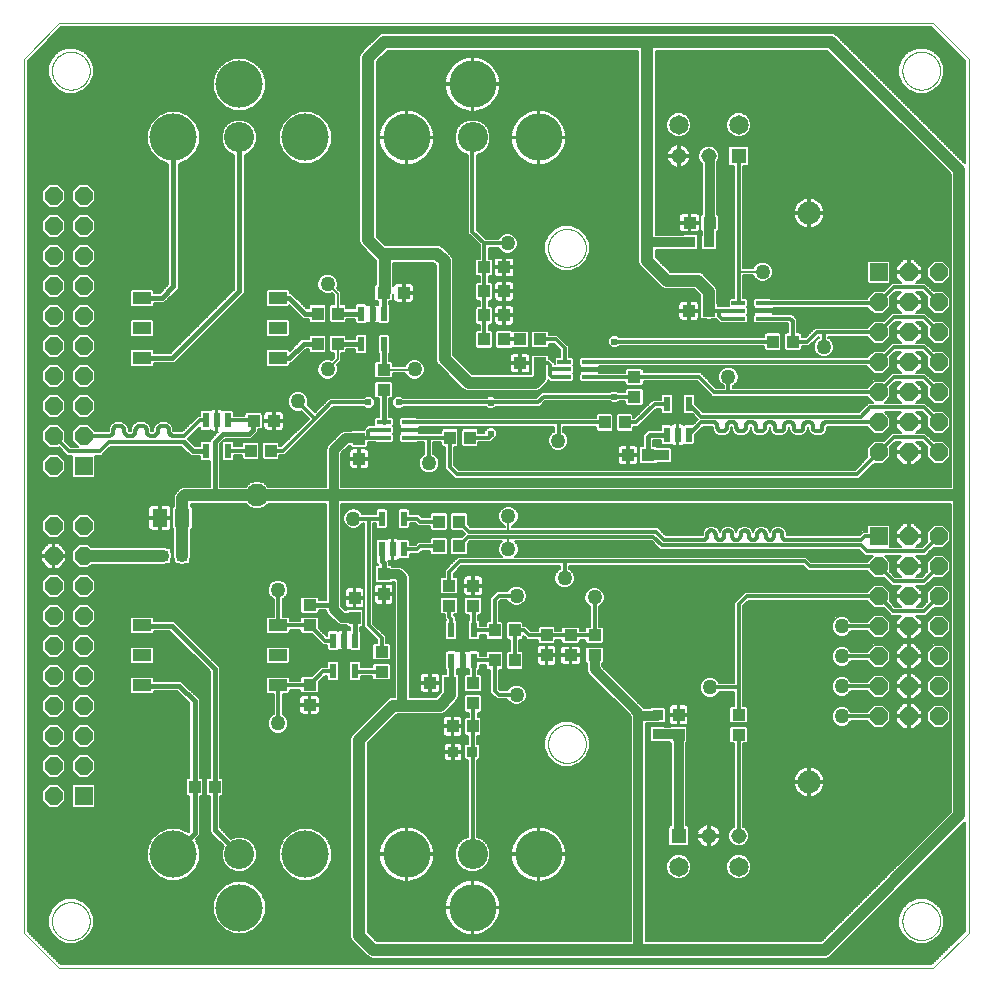
<source format=gtl>
G75*
%MOIN*%
%OFA0B0*%
%FSLAX25Y25*%
%IPPOS*%
%LPD*%
%AMOC8*
5,1,8,0,0,1.08239X$1,22.5*
%
%ADD10R,0.04331X0.03937*%
%ADD11R,0.03937X0.04331*%
%ADD12R,0.03543X0.03543*%
%ADD13C,0.05150*%
%ADD14R,0.05150X0.05150*%
%ADD15C,0.06496*%
%ADD16C,0.10039*%
%ADD17C,0.15748*%
%ADD18R,0.06299X0.03937*%
%ADD19C,0.05000*%
%ADD20R,0.04600X0.01400*%
%ADD21R,0.02200X0.05000*%
%ADD22C,0.07600*%
%ADD23OC8,0.06000*%
%ADD24R,0.06000X0.06000*%
%ADD25C,0.00000*%
%ADD26R,0.05118X0.05906*%
%ADD27R,0.02400X0.02400*%
%ADD28C,0.00600*%
%ADD29R,0.03562X0.03562*%
%ADD30C,0.04000*%
%ADD31C,0.03200*%
%ADD32C,0.01200*%
%ADD33C,0.01600*%
%ADD34C,0.01000*%
%ADD35C,0.02400*%
D10*
X0105511Y0098296D03*
X0105511Y0104989D03*
X0105511Y0124796D03*
X0105511Y0131489D03*
X0129511Y0115989D03*
X0129511Y0109296D03*
X0145665Y0105643D03*
X0152357Y0105643D03*
X0152011Y0131296D03*
X0152011Y0137989D03*
X0192511Y0121489D03*
X0192511Y0114796D03*
X0200511Y0114796D03*
X0200511Y0121489D03*
X0248511Y0094989D03*
X0248511Y0088296D03*
X0218346Y0181557D03*
X0211654Y0181557D03*
X0213800Y0200911D03*
X0213800Y0207604D03*
X0231939Y0229646D03*
X0238631Y0229646D03*
X0238857Y0259043D03*
X0232165Y0259043D03*
X0182357Y0220143D03*
X0175665Y0220143D03*
X0175639Y0212146D03*
X0182331Y0212146D03*
X0170357Y0244143D03*
X0163665Y0244143D03*
X0136857Y0235643D03*
X0130165Y0235643D03*
X0130211Y0209989D03*
X0130211Y0203296D03*
X0093546Y0192957D03*
X0086854Y0192957D03*
D11*
X0085854Y0182957D03*
X0092546Y0182957D03*
X0122011Y0180296D03*
X0122011Y0186989D03*
X0148654Y0159357D03*
X0155346Y0159357D03*
X0155346Y0151157D03*
X0148654Y0151157D03*
X0160011Y0137989D03*
X0160011Y0131296D03*
X0167165Y0123143D03*
X0173857Y0123143D03*
X0173857Y0113143D03*
X0167165Y0113143D03*
X0160011Y0105489D03*
X0160011Y0098796D03*
X0159857Y0091143D03*
X0153165Y0091143D03*
X0184511Y0114796D03*
X0184511Y0121489D03*
X0228511Y0094989D03*
X0228511Y0088296D03*
X0130200Y0135211D03*
X0130200Y0141904D03*
X0120511Y0133989D03*
X0120511Y0127296D03*
X0073857Y0070894D03*
X0067165Y0070894D03*
X0152254Y0187357D03*
X0158946Y0187357D03*
X0163665Y0220143D03*
X0170357Y0220143D03*
X0170357Y0228143D03*
X0163665Y0228143D03*
X0163665Y0236143D03*
X0170357Y0236143D03*
X0203854Y0192457D03*
X0210546Y0192457D03*
X0259954Y0219357D03*
X0266646Y0219357D03*
X0114857Y0218643D03*
X0108165Y0218643D03*
X0108165Y0228743D03*
X0114857Y0228743D03*
D12*
X0063050Y0147957D03*
X0056750Y0147957D03*
X0153361Y0082643D03*
X0159661Y0082643D03*
X0221511Y0088493D03*
X0221511Y0094792D03*
X0232361Y0252543D03*
X0238661Y0252543D03*
D13*
X0238537Y0281257D03*
X0228537Y0281257D03*
X0238537Y0054643D03*
X0248537Y0054643D03*
D14*
X0228537Y0054643D03*
X0248537Y0281257D03*
D15*
X0248537Y0291612D03*
X0228537Y0291612D03*
X0228537Y0044328D03*
X0248537Y0044328D03*
D16*
X0159837Y0048457D03*
X0082137Y0048457D03*
X0082137Y0287426D03*
X0159837Y0287426D03*
D17*
X0159837Y0305143D03*
X0137837Y0287426D03*
X0104137Y0287426D03*
X0082137Y0305143D03*
X0060137Y0287426D03*
X0181837Y0287426D03*
X0181837Y0048457D03*
X0159837Y0030741D03*
X0137837Y0048457D03*
X0104137Y0048457D03*
X0082137Y0030741D03*
X0060137Y0048457D03*
D18*
X0049673Y0104843D03*
X0049673Y0114843D03*
X0049673Y0124843D03*
X0094949Y0124843D03*
X0094949Y0114843D03*
X0094949Y0104843D03*
X0094944Y0213938D03*
X0094944Y0223938D03*
X0094944Y0233938D03*
X0049669Y0233938D03*
X0049669Y0223938D03*
X0049669Y0213938D03*
D19*
X0101700Y0199457D03*
X0111511Y0210143D03*
X0111511Y0238643D03*
X0140511Y0210143D03*
X0145300Y0178857D03*
X0120100Y0160357D03*
X0095011Y0136643D03*
X0095011Y0092143D03*
X0171800Y0150157D03*
X0171800Y0161157D03*
X0190511Y0140543D03*
X0200511Y0134143D03*
X0174511Y0134643D03*
X0174511Y0101643D03*
X0239011Y0104143D03*
X0282900Y0104457D03*
X0282900Y0094457D03*
X0282900Y0114457D03*
X0282900Y0124457D03*
X0245100Y0207657D03*
X0276900Y0217657D03*
X0256511Y0242643D03*
X0188400Y0186357D03*
X0171511Y0252143D03*
D20*
X0190411Y0212743D03*
X0190411Y0210143D03*
X0190411Y0207543D03*
X0198611Y0207543D03*
X0198611Y0210143D03*
X0198611Y0212743D03*
X0248411Y0227043D03*
X0248411Y0229643D03*
X0248411Y0232243D03*
X0256611Y0232243D03*
X0256611Y0229643D03*
X0256611Y0227043D03*
X0138511Y0192543D03*
X0138511Y0189943D03*
X0138511Y0187343D03*
X0130311Y0187343D03*
X0130311Y0189943D03*
X0130311Y0192543D03*
D21*
X0130211Y0218543D03*
X0122811Y0218543D03*
X0122811Y0228743D03*
X0126511Y0228743D03*
X0130211Y0228743D03*
X0078266Y0193128D03*
X0074566Y0193128D03*
X0070866Y0193128D03*
X0070866Y0182928D03*
X0078266Y0182928D03*
X0129500Y0160357D03*
X0136900Y0160357D03*
X0136900Y0150157D03*
X0133200Y0150157D03*
X0129500Y0150157D03*
X0152811Y0123243D03*
X0160211Y0123243D03*
X0160211Y0113043D03*
X0156511Y0113043D03*
X0152811Y0113043D03*
X0120711Y0109543D03*
X0113311Y0109543D03*
X0113311Y0119743D03*
X0117011Y0119743D03*
X0120711Y0119743D03*
X0224500Y0188357D03*
X0228200Y0188357D03*
X0231900Y0188357D03*
X0231900Y0198557D03*
X0224500Y0198557D03*
D22*
X0272011Y0262143D03*
X0088011Y0168143D03*
X0272011Y0072643D03*
D23*
X0295200Y0094457D03*
X0305200Y0094457D03*
X0315200Y0094457D03*
X0315200Y0104457D03*
X0305200Y0104457D03*
X0295200Y0104457D03*
X0295200Y0114457D03*
X0305200Y0114457D03*
X0315200Y0114457D03*
X0315200Y0124457D03*
X0305200Y0124457D03*
X0295200Y0124457D03*
X0295200Y0134457D03*
X0305200Y0134457D03*
X0315200Y0134457D03*
X0315200Y0144457D03*
X0315200Y0154457D03*
X0305200Y0154457D03*
X0305200Y0144457D03*
X0295200Y0144457D03*
X0295200Y0182457D03*
X0305200Y0182457D03*
X0315200Y0182457D03*
X0315200Y0192457D03*
X0305200Y0192457D03*
X0295200Y0192457D03*
X0295200Y0202457D03*
X0305200Y0202457D03*
X0315200Y0202457D03*
X0315200Y0212457D03*
X0305200Y0212457D03*
X0295200Y0212457D03*
X0295200Y0222457D03*
X0305200Y0222457D03*
X0315200Y0222457D03*
X0315200Y0232457D03*
X0305200Y0232457D03*
X0295200Y0232457D03*
X0305200Y0242457D03*
X0315200Y0242457D03*
X0030161Y0237918D03*
X0030161Y0227918D03*
X0030161Y0217918D03*
X0030161Y0207918D03*
X0030161Y0197918D03*
X0030161Y0187918D03*
X0020161Y0187918D03*
X0020161Y0177918D03*
X0020161Y0157918D03*
X0030161Y0157918D03*
X0030161Y0147918D03*
X0030161Y0137918D03*
X0030161Y0127918D03*
X0030161Y0117918D03*
X0030161Y0107918D03*
X0030161Y0097918D03*
X0030161Y0087918D03*
X0030161Y0077918D03*
X0020161Y0077918D03*
X0020161Y0067918D03*
X0020161Y0087918D03*
X0020161Y0097918D03*
X0020161Y0107918D03*
X0020161Y0117918D03*
X0020161Y0127918D03*
X0020161Y0137918D03*
X0020161Y0147918D03*
X0020161Y0197918D03*
X0020161Y0207918D03*
X0020161Y0217918D03*
X0020161Y0227918D03*
X0020161Y0237918D03*
X0020161Y0247918D03*
X0030161Y0247918D03*
X0030161Y0257918D03*
X0030161Y0267918D03*
X0020161Y0267918D03*
X0020161Y0257918D03*
D24*
X0030161Y0177918D03*
X0030161Y0067918D03*
X0295200Y0154457D03*
X0295200Y0242457D03*
D25*
X0303114Y0309670D02*
X0303116Y0309828D01*
X0303122Y0309986D01*
X0303132Y0310144D01*
X0303146Y0310302D01*
X0303164Y0310459D01*
X0303185Y0310616D01*
X0303211Y0310772D01*
X0303241Y0310928D01*
X0303274Y0311083D01*
X0303312Y0311236D01*
X0303353Y0311389D01*
X0303398Y0311541D01*
X0303447Y0311692D01*
X0303500Y0311841D01*
X0303556Y0311989D01*
X0303616Y0312135D01*
X0303680Y0312280D01*
X0303748Y0312423D01*
X0303819Y0312565D01*
X0303893Y0312705D01*
X0303971Y0312842D01*
X0304053Y0312978D01*
X0304137Y0313112D01*
X0304226Y0313243D01*
X0304317Y0313372D01*
X0304412Y0313499D01*
X0304509Y0313624D01*
X0304610Y0313746D01*
X0304714Y0313865D01*
X0304821Y0313982D01*
X0304931Y0314096D01*
X0305044Y0314207D01*
X0305159Y0314316D01*
X0305277Y0314421D01*
X0305398Y0314523D01*
X0305521Y0314623D01*
X0305647Y0314719D01*
X0305775Y0314812D01*
X0305905Y0314902D01*
X0306038Y0314988D01*
X0306173Y0315072D01*
X0306309Y0315151D01*
X0306448Y0315228D01*
X0306589Y0315300D01*
X0306731Y0315370D01*
X0306875Y0315435D01*
X0307021Y0315497D01*
X0307168Y0315555D01*
X0307317Y0315610D01*
X0307467Y0315661D01*
X0307618Y0315708D01*
X0307770Y0315751D01*
X0307923Y0315790D01*
X0308078Y0315826D01*
X0308233Y0315857D01*
X0308389Y0315885D01*
X0308545Y0315909D01*
X0308702Y0315929D01*
X0308860Y0315945D01*
X0309017Y0315957D01*
X0309176Y0315965D01*
X0309334Y0315969D01*
X0309492Y0315969D01*
X0309650Y0315965D01*
X0309809Y0315957D01*
X0309966Y0315945D01*
X0310124Y0315929D01*
X0310281Y0315909D01*
X0310437Y0315885D01*
X0310593Y0315857D01*
X0310748Y0315826D01*
X0310903Y0315790D01*
X0311056Y0315751D01*
X0311208Y0315708D01*
X0311359Y0315661D01*
X0311509Y0315610D01*
X0311658Y0315555D01*
X0311805Y0315497D01*
X0311951Y0315435D01*
X0312095Y0315370D01*
X0312237Y0315300D01*
X0312378Y0315228D01*
X0312517Y0315151D01*
X0312653Y0315072D01*
X0312788Y0314988D01*
X0312921Y0314902D01*
X0313051Y0314812D01*
X0313179Y0314719D01*
X0313305Y0314623D01*
X0313428Y0314523D01*
X0313549Y0314421D01*
X0313667Y0314316D01*
X0313782Y0314207D01*
X0313895Y0314096D01*
X0314005Y0313982D01*
X0314112Y0313865D01*
X0314216Y0313746D01*
X0314317Y0313624D01*
X0314414Y0313499D01*
X0314509Y0313372D01*
X0314600Y0313243D01*
X0314689Y0313112D01*
X0314773Y0312978D01*
X0314855Y0312842D01*
X0314933Y0312705D01*
X0315007Y0312565D01*
X0315078Y0312423D01*
X0315146Y0312280D01*
X0315210Y0312135D01*
X0315270Y0311989D01*
X0315326Y0311841D01*
X0315379Y0311692D01*
X0315428Y0311541D01*
X0315473Y0311389D01*
X0315514Y0311236D01*
X0315552Y0311083D01*
X0315585Y0310928D01*
X0315615Y0310772D01*
X0315641Y0310616D01*
X0315662Y0310459D01*
X0315680Y0310302D01*
X0315694Y0310144D01*
X0315704Y0309986D01*
X0315710Y0309828D01*
X0315712Y0309670D01*
X0315710Y0309512D01*
X0315704Y0309354D01*
X0315694Y0309196D01*
X0315680Y0309038D01*
X0315662Y0308881D01*
X0315641Y0308724D01*
X0315615Y0308568D01*
X0315585Y0308412D01*
X0315552Y0308257D01*
X0315514Y0308104D01*
X0315473Y0307951D01*
X0315428Y0307799D01*
X0315379Y0307648D01*
X0315326Y0307499D01*
X0315270Y0307351D01*
X0315210Y0307205D01*
X0315146Y0307060D01*
X0315078Y0306917D01*
X0315007Y0306775D01*
X0314933Y0306635D01*
X0314855Y0306498D01*
X0314773Y0306362D01*
X0314689Y0306228D01*
X0314600Y0306097D01*
X0314509Y0305968D01*
X0314414Y0305841D01*
X0314317Y0305716D01*
X0314216Y0305594D01*
X0314112Y0305475D01*
X0314005Y0305358D01*
X0313895Y0305244D01*
X0313782Y0305133D01*
X0313667Y0305024D01*
X0313549Y0304919D01*
X0313428Y0304817D01*
X0313305Y0304717D01*
X0313179Y0304621D01*
X0313051Y0304528D01*
X0312921Y0304438D01*
X0312788Y0304352D01*
X0312653Y0304268D01*
X0312517Y0304189D01*
X0312378Y0304112D01*
X0312237Y0304040D01*
X0312095Y0303970D01*
X0311951Y0303905D01*
X0311805Y0303843D01*
X0311658Y0303785D01*
X0311509Y0303730D01*
X0311359Y0303679D01*
X0311208Y0303632D01*
X0311056Y0303589D01*
X0310903Y0303550D01*
X0310748Y0303514D01*
X0310593Y0303483D01*
X0310437Y0303455D01*
X0310281Y0303431D01*
X0310124Y0303411D01*
X0309966Y0303395D01*
X0309809Y0303383D01*
X0309650Y0303375D01*
X0309492Y0303371D01*
X0309334Y0303371D01*
X0309176Y0303375D01*
X0309017Y0303383D01*
X0308860Y0303395D01*
X0308702Y0303411D01*
X0308545Y0303431D01*
X0308389Y0303455D01*
X0308233Y0303483D01*
X0308078Y0303514D01*
X0307923Y0303550D01*
X0307770Y0303589D01*
X0307618Y0303632D01*
X0307467Y0303679D01*
X0307317Y0303730D01*
X0307168Y0303785D01*
X0307021Y0303843D01*
X0306875Y0303905D01*
X0306731Y0303970D01*
X0306589Y0304040D01*
X0306448Y0304112D01*
X0306309Y0304189D01*
X0306173Y0304268D01*
X0306038Y0304352D01*
X0305905Y0304438D01*
X0305775Y0304528D01*
X0305647Y0304621D01*
X0305521Y0304717D01*
X0305398Y0304817D01*
X0305277Y0304919D01*
X0305159Y0305024D01*
X0305044Y0305133D01*
X0304931Y0305244D01*
X0304821Y0305358D01*
X0304714Y0305475D01*
X0304610Y0305594D01*
X0304509Y0305716D01*
X0304412Y0305841D01*
X0304317Y0305968D01*
X0304226Y0306097D01*
X0304137Y0306228D01*
X0304053Y0306362D01*
X0303971Y0306498D01*
X0303893Y0306635D01*
X0303819Y0306775D01*
X0303748Y0306917D01*
X0303680Y0307060D01*
X0303616Y0307205D01*
X0303556Y0307351D01*
X0303500Y0307499D01*
X0303447Y0307648D01*
X0303398Y0307799D01*
X0303353Y0307951D01*
X0303312Y0308104D01*
X0303274Y0308257D01*
X0303241Y0308412D01*
X0303211Y0308568D01*
X0303185Y0308724D01*
X0303164Y0308881D01*
X0303146Y0309038D01*
X0303132Y0309196D01*
X0303122Y0309354D01*
X0303116Y0309512D01*
X0303114Y0309670D01*
X0313350Y0325418D02*
X0325161Y0313607D01*
X0325161Y0022269D01*
X0313350Y0010457D01*
X0022011Y0010457D01*
X0010200Y0022269D01*
X0010200Y0313607D01*
X0022011Y0325418D01*
X0313350Y0325418D01*
X0185003Y0250615D02*
X0185005Y0250773D01*
X0185011Y0250931D01*
X0185021Y0251089D01*
X0185035Y0251247D01*
X0185053Y0251404D01*
X0185074Y0251561D01*
X0185100Y0251717D01*
X0185130Y0251873D01*
X0185163Y0252028D01*
X0185201Y0252181D01*
X0185242Y0252334D01*
X0185287Y0252486D01*
X0185336Y0252637D01*
X0185389Y0252786D01*
X0185445Y0252934D01*
X0185505Y0253080D01*
X0185569Y0253225D01*
X0185637Y0253368D01*
X0185708Y0253510D01*
X0185782Y0253650D01*
X0185860Y0253787D01*
X0185942Y0253923D01*
X0186026Y0254057D01*
X0186115Y0254188D01*
X0186206Y0254317D01*
X0186301Y0254444D01*
X0186398Y0254569D01*
X0186499Y0254691D01*
X0186603Y0254810D01*
X0186710Y0254927D01*
X0186820Y0255041D01*
X0186933Y0255152D01*
X0187048Y0255261D01*
X0187166Y0255366D01*
X0187287Y0255468D01*
X0187410Y0255568D01*
X0187536Y0255664D01*
X0187664Y0255757D01*
X0187794Y0255847D01*
X0187927Y0255933D01*
X0188062Y0256017D01*
X0188198Y0256096D01*
X0188337Y0256173D01*
X0188478Y0256245D01*
X0188620Y0256315D01*
X0188764Y0256380D01*
X0188910Y0256442D01*
X0189057Y0256500D01*
X0189206Y0256555D01*
X0189356Y0256606D01*
X0189507Y0256653D01*
X0189659Y0256696D01*
X0189812Y0256735D01*
X0189967Y0256771D01*
X0190122Y0256802D01*
X0190278Y0256830D01*
X0190434Y0256854D01*
X0190591Y0256874D01*
X0190749Y0256890D01*
X0190906Y0256902D01*
X0191065Y0256910D01*
X0191223Y0256914D01*
X0191381Y0256914D01*
X0191539Y0256910D01*
X0191698Y0256902D01*
X0191855Y0256890D01*
X0192013Y0256874D01*
X0192170Y0256854D01*
X0192326Y0256830D01*
X0192482Y0256802D01*
X0192637Y0256771D01*
X0192792Y0256735D01*
X0192945Y0256696D01*
X0193097Y0256653D01*
X0193248Y0256606D01*
X0193398Y0256555D01*
X0193547Y0256500D01*
X0193694Y0256442D01*
X0193840Y0256380D01*
X0193984Y0256315D01*
X0194126Y0256245D01*
X0194267Y0256173D01*
X0194406Y0256096D01*
X0194542Y0256017D01*
X0194677Y0255933D01*
X0194810Y0255847D01*
X0194940Y0255757D01*
X0195068Y0255664D01*
X0195194Y0255568D01*
X0195317Y0255468D01*
X0195438Y0255366D01*
X0195556Y0255261D01*
X0195671Y0255152D01*
X0195784Y0255041D01*
X0195894Y0254927D01*
X0196001Y0254810D01*
X0196105Y0254691D01*
X0196206Y0254569D01*
X0196303Y0254444D01*
X0196398Y0254317D01*
X0196489Y0254188D01*
X0196578Y0254057D01*
X0196662Y0253923D01*
X0196744Y0253787D01*
X0196822Y0253650D01*
X0196896Y0253510D01*
X0196967Y0253368D01*
X0197035Y0253225D01*
X0197099Y0253080D01*
X0197159Y0252934D01*
X0197215Y0252786D01*
X0197268Y0252637D01*
X0197317Y0252486D01*
X0197362Y0252334D01*
X0197403Y0252181D01*
X0197441Y0252028D01*
X0197474Y0251873D01*
X0197504Y0251717D01*
X0197530Y0251561D01*
X0197551Y0251404D01*
X0197569Y0251247D01*
X0197583Y0251089D01*
X0197593Y0250931D01*
X0197599Y0250773D01*
X0197601Y0250615D01*
X0197599Y0250457D01*
X0197593Y0250299D01*
X0197583Y0250141D01*
X0197569Y0249983D01*
X0197551Y0249826D01*
X0197530Y0249669D01*
X0197504Y0249513D01*
X0197474Y0249357D01*
X0197441Y0249202D01*
X0197403Y0249049D01*
X0197362Y0248896D01*
X0197317Y0248744D01*
X0197268Y0248593D01*
X0197215Y0248444D01*
X0197159Y0248296D01*
X0197099Y0248150D01*
X0197035Y0248005D01*
X0196967Y0247862D01*
X0196896Y0247720D01*
X0196822Y0247580D01*
X0196744Y0247443D01*
X0196662Y0247307D01*
X0196578Y0247173D01*
X0196489Y0247042D01*
X0196398Y0246913D01*
X0196303Y0246786D01*
X0196206Y0246661D01*
X0196105Y0246539D01*
X0196001Y0246420D01*
X0195894Y0246303D01*
X0195784Y0246189D01*
X0195671Y0246078D01*
X0195556Y0245969D01*
X0195438Y0245864D01*
X0195317Y0245762D01*
X0195194Y0245662D01*
X0195068Y0245566D01*
X0194940Y0245473D01*
X0194810Y0245383D01*
X0194677Y0245297D01*
X0194542Y0245213D01*
X0194406Y0245134D01*
X0194267Y0245057D01*
X0194126Y0244985D01*
X0193984Y0244915D01*
X0193840Y0244850D01*
X0193694Y0244788D01*
X0193547Y0244730D01*
X0193398Y0244675D01*
X0193248Y0244624D01*
X0193097Y0244577D01*
X0192945Y0244534D01*
X0192792Y0244495D01*
X0192637Y0244459D01*
X0192482Y0244428D01*
X0192326Y0244400D01*
X0192170Y0244376D01*
X0192013Y0244356D01*
X0191855Y0244340D01*
X0191698Y0244328D01*
X0191539Y0244320D01*
X0191381Y0244316D01*
X0191223Y0244316D01*
X0191065Y0244320D01*
X0190906Y0244328D01*
X0190749Y0244340D01*
X0190591Y0244356D01*
X0190434Y0244376D01*
X0190278Y0244400D01*
X0190122Y0244428D01*
X0189967Y0244459D01*
X0189812Y0244495D01*
X0189659Y0244534D01*
X0189507Y0244577D01*
X0189356Y0244624D01*
X0189206Y0244675D01*
X0189057Y0244730D01*
X0188910Y0244788D01*
X0188764Y0244850D01*
X0188620Y0244915D01*
X0188478Y0244985D01*
X0188337Y0245057D01*
X0188198Y0245134D01*
X0188062Y0245213D01*
X0187927Y0245297D01*
X0187794Y0245383D01*
X0187664Y0245473D01*
X0187536Y0245566D01*
X0187410Y0245662D01*
X0187287Y0245762D01*
X0187166Y0245864D01*
X0187048Y0245969D01*
X0186933Y0246078D01*
X0186820Y0246189D01*
X0186710Y0246303D01*
X0186603Y0246420D01*
X0186499Y0246539D01*
X0186398Y0246661D01*
X0186301Y0246786D01*
X0186206Y0246913D01*
X0186115Y0247042D01*
X0186026Y0247173D01*
X0185942Y0247307D01*
X0185860Y0247443D01*
X0185782Y0247580D01*
X0185708Y0247720D01*
X0185637Y0247862D01*
X0185569Y0248005D01*
X0185505Y0248150D01*
X0185445Y0248296D01*
X0185389Y0248444D01*
X0185336Y0248593D01*
X0185287Y0248744D01*
X0185242Y0248896D01*
X0185201Y0249049D01*
X0185163Y0249202D01*
X0185130Y0249357D01*
X0185100Y0249513D01*
X0185074Y0249669D01*
X0185053Y0249826D01*
X0185035Y0249983D01*
X0185021Y0250141D01*
X0185011Y0250299D01*
X0185005Y0250457D01*
X0185003Y0250615D01*
X0019649Y0309670D02*
X0019651Y0309828D01*
X0019657Y0309986D01*
X0019667Y0310144D01*
X0019681Y0310302D01*
X0019699Y0310459D01*
X0019720Y0310616D01*
X0019746Y0310772D01*
X0019776Y0310928D01*
X0019809Y0311083D01*
X0019847Y0311236D01*
X0019888Y0311389D01*
X0019933Y0311541D01*
X0019982Y0311692D01*
X0020035Y0311841D01*
X0020091Y0311989D01*
X0020151Y0312135D01*
X0020215Y0312280D01*
X0020283Y0312423D01*
X0020354Y0312565D01*
X0020428Y0312705D01*
X0020506Y0312842D01*
X0020588Y0312978D01*
X0020672Y0313112D01*
X0020761Y0313243D01*
X0020852Y0313372D01*
X0020947Y0313499D01*
X0021044Y0313624D01*
X0021145Y0313746D01*
X0021249Y0313865D01*
X0021356Y0313982D01*
X0021466Y0314096D01*
X0021579Y0314207D01*
X0021694Y0314316D01*
X0021812Y0314421D01*
X0021933Y0314523D01*
X0022056Y0314623D01*
X0022182Y0314719D01*
X0022310Y0314812D01*
X0022440Y0314902D01*
X0022573Y0314988D01*
X0022708Y0315072D01*
X0022844Y0315151D01*
X0022983Y0315228D01*
X0023124Y0315300D01*
X0023266Y0315370D01*
X0023410Y0315435D01*
X0023556Y0315497D01*
X0023703Y0315555D01*
X0023852Y0315610D01*
X0024002Y0315661D01*
X0024153Y0315708D01*
X0024305Y0315751D01*
X0024458Y0315790D01*
X0024613Y0315826D01*
X0024768Y0315857D01*
X0024924Y0315885D01*
X0025080Y0315909D01*
X0025237Y0315929D01*
X0025395Y0315945D01*
X0025552Y0315957D01*
X0025711Y0315965D01*
X0025869Y0315969D01*
X0026027Y0315969D01*
X0026185Y0315965D01*
X0026344Y0315957D01*
X0026501Y0315945D01*
X0026659Y0315929D01*
X0026816Y0315909D01*
X0026972Y0315885D01*
X0027128Y0315857D01*
X0027283Y0315826D01*
X0027438Y0315790D01*
X0027591Y0315751D01*
X0027743Y0315708D01*
X0027894Y0315661D01*
X0028044Y0315610D01*
X0028193Y0315555D01*
X0028340Y0315497D01*
X0028486Y0315435D01*
X0028630Y0315370D01*
X0028772Y0315300D01*
X0028913Y0315228D01*
X0029052Y0315151D01*
X0029188Y0315072D01*
X0029323Y0314988D01*
X0029456Y0314902D01*
X0029586Y0314812D01*
X0029714Y0314719D01*
X0029840Y0314623D01*
X0029963Y0314523D01*
X0030084Y0314421D01*
X0030202Y0314316D01*
X0030317Y0314207D01*
X0030430Y0314096D01*
X0030540Y0313982D01*
X0030647Y0313865D01*
X0030751Y0313746D01*
X0030852Y0313624D01*
X0030949Y0313499D01*
X0031044Y0313372D01*
X0031135Y0313243D01*
X0031224Y0313112D01*
X0031308Y0312978D01*
X0031390Y0312842D01*
X0031468Y0312705D01*
X0031542Y0312565D01*
X0031613Y0312423D01*
X0031681Y0312280D01*
X0031745Y0312135D01*
X0031805Y0311989D01*
X0031861Y0311841D01*
X0031914Y0311692D01*
X0031963Y0311541D01*
X0032008Y0311389D01*
X0032049Y0311236D01*
X0032087Y0311083D01*
X0032120Y0310928D01*
X0032150Y0310772D01*
X0032176Y0310616D01*
X0032197Y0310459D01*
X0032215Y0310302D01*
X0032229Y0310144D01*
X0032239Y0309986D01*
X0032245Y0309828D01*
X0032247Y0309670D01*
X0032245Y0309512D01*
X0032239Y0309354D01*
X0032229Y0309196D01*
X0032215Y0309038D01*
X0032197Y0308881D01*
X0032176Y0308724D01*
X0032150Y0308568D01*
X0032120Y0308412D01*
X0032087Y0308257D01*
X0032049Y0308104D01*
X0032008Y0307951D01*
X0031963Y0307799D01*
X0031914Y0307648D01*
X0031861Y0307499D01*
X0031805Y0307351D01*
X0031745Y0307205D01*
X0031681Y0307060D01*
X0031613Y0306917D01*
X0031542Y0306775D01*
X0031468Y0306635D01*
X0031390Y0306498D01*
X0031308Y0306362D01*
X0031224Y0306228D01*
X0031135Y0306097D01*
X0031044Y0305968D01*
X0030949Y0305841D01*
X0030852Y0305716D01*
X0030751Y0305594D01*
X0030647Y0305475D01*
X0030540Y0305358D01*
X0030430Y0305244D01*
X0030317Y0305133D01*
X0030202Y0305024D01*
X0030084Y0304919D01*
X0029963Y0304817D01*
X0029840Y0304717D01*
X0029714Y0304621D01*
X0029586Y0304528D01*
X0029456Y0304438D01*
X0029323Y0304352D01*
X0029188Y0304268D01*
X0029052Y0304189D01*
X0028913Y0304112D01*
X0028772Y0304040D01*
X0028630Y0303970D01*
X0028486Y0303905D01*
X0028340Y0303843D01*
X0028193Y0303785D01*
X0028044Y0303730D01*
X0027894Y0303679D01*
X0027743Y0303632D01*
X0027591Y0303589D01*
X0027438Y0303550D01*
X0027283Y0303514D01*
X0027128Y0303483D01*
X0026972Y0303455D01*
X0026816Y0303431D01*
X0026659Y0303411D01*
X0026501Y0303395D01*
X0026344Y0303383D01*
X0026185Y0303375D01*
X0026027Y0303371D01*
X0025869Y0303371D01*
X0025711Y0303375D01*
X0025552Y0303383D01*
X0025395Y0303395D01*
X0025237Y0303411D01*
X0025080Y0303431D01*
X0024924Y0303455D01*
X0024768Y0303483D01*
X0024613Y0303514D01*
X0024458Y0303550D01*
X0024305Y0303589D01*
X0024153Y0303632D01*
X0024002Y0303679D01*
X0023852Y0303730D01*
X0023703Y0303785D01*
X0023556Y0303843D01*
X0023410Y0303905D01*
X0023266Y0303970D01*
X0023124Y0304040D01*
X0022983Y0304112D01*
X0022844Y0304189D01*
X0022708Y0304268D01*
X0022573Y0304352D01*
X0022440Y0304438D01*
X0022310Y0304528D01*
X0022182Y0304621D01*
X0022056Y0304717D01*
X0021933Y0304817D01*
X0021812Y0304919D01*
X0021694Y0305024D01*
X0021579Y0305133D01*
X0021466Y0305244D01*
X0021356Y0305358D01*
X0021249Y0305475D01*
X0021145Y0305594D01*
X0021044Y0305716D01*
X0020947Y0305841D01*
X0020852Y0305968D01*
X0020761Y0306097D01*
X0020672Y0306228D01*
X0020588Y0306362D01*
X0020506Y0306498D01*
X0020428Y0306635D01*
X0020354Y0306775D01*
X0020283Y0306917D01*
X0020215Y0307060D01*
X0020151Y0307205D01*
X0020091Y0307351D01*
X0020035Y0307499D01*
X0019982Y0307648D01*
X0019933Y0307799D01*
X0019888Y0307951D01*
X0019847Y0308104D01*
X0019809Y0308257D01*
X0019776Y0308412D01*
X0019746Y0308568D01*
X0019720Y0308724D01*
X0019699Y0308881D01*
X0019681Y0309038D01*
X0019667Y0309196D01*
X0019657Y0309354D01*
X0019651Y0309512D01*
X0019649Y0309670D01*
X0185003Y0085261D02*
X0185005Y0085419D01*
X0185011Y0085577D01*
X0185021Y0085735D01*
X0185035Y0085893D01*
X0185053Y0086050D01*
X0185074Y0086207D01*
X0185100Y0086363D01*
X0185130Y0086519D01*
X0185163Y0086674D01*
X0185201Y0086827D01*
X0185242Y0086980D01*
X0185287Y0087132D01*
X0185336Y0087283D01*
X0185389Y0087432D01*
X0185445Y0087580D01*
X0185505Y0087726D01*
X0185569Y0087871D01*
X0185637Y0088014D01*
X0185708Y0088156D01*
X0185782Y0088296D01*
X0185860Y0088433D01*
X0185942Y0088569D01*
X0186026Y0088703D01*
X0186115Y0088834D01*
X0186206Y0088963D01*
X0186301Y0089090D01*
X0186398Y0089215D01*
X0186499Y0089337D01*
X0186603Y0089456D01*
X0186710Y0089573D01*
X0186820Y0089687D01*
X0186933Y0089798D01*
X0187048Y0089907D01*
X0187166Y0090012D01*
X0187287Y0090114D01*
X0187410Y0090214D01*
X0187536Y0090310D01*
X0187664Y0090403D01*
X0187794Y0090493D01*
X0187927Y0090579D01*
X0188062Y0090663D01*
X0188198Y0090742D01*
X0188337Y0090819D01*
X0188478Y0090891D01*
X0188620Y0090961D01*
X0188764Y0091026D01*
X0188910Y0091088D01*
X0189057Y0091146D01*
X0189206Y0091201D01*
X0189356Y0091252D01*
X0189507Y0091299D01*
X0189659Y0091342D01*
X0189812Y0091381D01*
X0189967Y0091417D01*
X0190122Y0091448D01*
X0190278Y0091476D01*
X0190434Y0091500D01*
X0190591Y0091520D01*
X0190749Y0091536D01*
X0190906Y0091548D01*
X0191065Y0091556D01*
X0191223Y0091560D01*
X0191381Y0091560D01*
X0191539Y0091556D01*
X0191698Y0091548D01*
X0191855Y0091536D01*
X0192013Y0091520D01*
X0192170Y0091500D01*
X0192326Y0091476D01*
X0192482Y0091448D01*
X0192637Y0091417D01*
X0192792Y0091381D01*
X0192945Y0091342D01*
X0193097Y0091299D01*
X0193248Y0091252D01*
X0193398Y0091201D01*
X0193547Y0091146D01*
X0193694Y0091088D01*
X0193840Y0091026D01*
X0193984Y0090961D01*
X0194126Y0090891D01*
X0194267Y0090819D01*
X0194406Y0090742D01*
X0194542Y0090663D01*
X0194677Y0090579D01*
X0194810Y0090493D01*
X0194940Y0090403D01*
X0195068Y0090310D01*
X0195194Y0090214D01*
X0195317Y0090114D01*
X0195438Y0090012D01*
X0195556Y0089907D01*
X0195671Y0089798D01*
X0195784Y0089687D01*
X0195894Y0089573D01*
X0196001Y0089456D01*
X0196105Y0089337D01*
X0196206Y0089215D01*
X0196303Y0089090D01*
X0196398Y0088963D01*
X0196489Y0088834D01*
X0196578Y0088703D01*
X0196662Y0088569D01*
X0196744Y0088433D01*
X0196822Y0088296D01*
X0196896Y0088156D01*
X0196967Y0088014D01*
X0197035Y0087871D01*
X0197099Y0087726D01*
X0197159Y0087580D01*
X0197215Y0087432D01*
X0197268Y0087283D01*
X0197317Y0087132D01*
X0197362Y0086980D01*
X0197403Y0086827D01*
X0197441Y0086674D01*
X0197474Y0086519D01*
X0197504Y0086363D01*
X0197530Y0086207D01*
X0197551Y0086050D01*
X0197569Y0085893D01*
X0197583Y0085735D01*
X0197593Y0085577D01*
X0197599Y0085419D01*
X0197601Y0085261D01*
X0197599Y0085103D01*
X0197593Y0084945D01*
X0197583Y0084787D01*
X0197569Y0084629D01*
X0197551Y0084472D01*
X0197530Y0084315D01*
X0197504Y0084159D01*
X0197474Y0084003D01*
X0197441Y0083848D01*
X0197403Y0083695D01*
X0197362Y0083542D01*
X0197317Y0083390D01*
X0197268Y0083239D01*
X0197215Y0083090D01*
X0197159Y0082942D01*
X0197099Y0082796D01*
X0197035Y0082651D01*
X0196967Y0082508D01*
X0196896Y0082366D01*
X0196822Y0082226D01*
X0196744Y0082089D01*
X0196662Y0081953D01*
X0196578Y0081819D01*
X0196489Y0081688D01*
X0196398Y0081559D01*
X0196303Y0081432D01*
X0196206Y0081307D01*
X0196105Y0081185D01*
X0196001Y0081066D01*
X0195894Y0080949D01*
X0195784Y0080835D01*
X0195671Y0080724D01*
X0195556Y0080615D01*
X0195438Y0080510D01*
X0195317Y0080408D01*
X0195194Y0080308D01*
X0195068Y0080212D01*
X0194940Y0080119D01*
X0194810Y0080029D01*
X0194677Y0079943D01*
X0194542Y0079859D01*
X0194406Y0079780D01*
X0194267Y0079703D01*
X0194126Y0079631D01*
X0193984Y0079561D01*
X0193840Y0079496D01*
X0193694Y0079434D01*
X0193547Y0079376D01*
X0193398Y0079321D01*
X0193248Y0079270D01*
X0193097Y0079223D01*
X0192945Y0079180D01*
X0192792Y0079141D01*
X0192637Y0079105D01*
X0192482Y0079074D01*
X0192326Y0079046D01*
X0192170Y0079022D01*
X0192013Y0079002D01*
X0191855Y0078986D01*
X0191698Y0078974D01*
X0191539Y0078966D01*
X0191381Y0078962D01*
X0191223Y0078962D01*
X0191065Y0078966D01*
X0190906Y0078974D01*
X0190749Y0078986D01*
X0190591Y0079002D01*
X0190434Y0079022D01*
X0190278Y0079046D01*
X0190122Y0079074D01*
X0189967Y0079105D01*
X0189812Y0079141D01*
X0189659Y0079180D01*
X0189507Y0079223D01*
X0189356Y0079270D01*
X0189206Y0079321D01*
X0189057Y0079376D01*
X0188910Y0079434D01*
X0188764Y0079496D01*
X0188620Y0079561D01*
X0188478Y0079631D01*
X0188337Y0079703D01*
X0188198Y0079780D01*
X0188062Y0079859D01*
X0187927Y0079943D01*
X0187794Y0080029D01*
X0187664Y0080119D01*
X0187536Y0080212D01*
X0187410Y0080308D01*
X0187287Y0080408D01*
X0187166Y0080510D01*
X0187048Y0080615D01*
X0186933Y0080724D01*
X0186820Y0080835D01*
X0186710Y0080949D01*
X0186603Y0081066D01*
X0186499Y0081185D01*
X0186398Y0081307D01*
X0186301Y0081432D01*
X0186206Y0081559D01*
X0186115Y0081688D01*
X0186026Y0081819D01*
X0185942Y0081953D01*
X0185860Y0082089D01*
X0185782Y0082226D01*
X0185708Y0082366D01*
X0185637Y0082508D01*
X0185569Y0082651D01*
X0185505Y0082796D01*
X0185445Y0082942D01*
X0185389Y0083090D01*
X0185336Y0083239D01*
X0185287Y0083390D01*
X0185242Y0083542D01*
X0185201Y0083695D01*
X0185163Y0083848D01*
X0185130Y0084003D01*
X0185100Y0084159D01*
X0185074Y0084315D01*
X0185053Y0084472D01*
X0185035Y0084629D01*
X0185021Y0084787D01*
X0185011Y0084945D01*
X0185005Y0085103D01*
X0185003Y0085261D01*
X0303114Y0026206D02*
X0303116Y0026364D01*
X0303122Y0026522D01*
X0303132Y0026680D01*
X0303146Y0026838D01*
X0303164Y0026995D01*
X0303185Y0027152D01*
X0303211Y0027308D01*
X0303241Y0027464D01*
X0303274Y0027619D01*
X0303312Y0027772D01*
X0303353Y0027925D01*
X0303398Y0028077D01*
X0303447Y0028228D01*
X0303500Y0028377D01*
X0303556Y0028525D01*
X0303616Y0028671D01*
X0303680Y0028816D01*
X0303748Y0028959D01*
X0303819Y0029101D01*
X0303893Y0029241D01*
X0303971Y0029378D01*
X0304053Y0029514D01*
X0304137Y0029648D01*
X0304226Y0029779D01*
X0304317Y0029908D01*
X0304412Y0030035D01*
X0304509Y0030160D01*
X0304610Y0030282D01*
X0304714Y0030401D01*
X0304821Y0030518D01*
X0304931Y0030632D01*
X0305044Y0030743D01*
X0305159Y0030852D01*
X0305277Y0030957D01*
X0305398Y0031059D01*
X0305521Y0031159D01*
X0305647Y0031255D01*
X0305775Y0031348D01*
X0305905Y0031438D01*
X0306038Y0031524D01*
X0306173Y0031608D01*
X0306309Y0031687D01*
X0306448Y0031764D01*
X0306589Y0031836D01*
X0306731Y0031906D01*
X0306875Y0031971D01*
X0307021Y0032033D01*
X0307168Y0032091D01*
X0307317Y0032146D01*
X0307467Y0032197D01*
X0307618Y0032244D01*
X0307770Y0032287D01*
X0307923Y0032326D01*
X0308078Y0032362D01*
X0308233Y0032393D01*
X0308389Y0032421D01*
X0308545Y0032445D01*
X0308702Y0032465D01*
X0308860Y0032481D01*
X0309017Y0032493D01*
X0309176Y0032501D01*
X0309334Y0032505D01*
X0309492Y0032505D01*
X0309650Y0032501D01*
X0309809Y0032493D01*
X0309966Y0032481D01*
X0310124Y0032465D01*
X0310281Y0032445D01*
X0310437Y0032421D01*
X0310593Y0032393D01*
X0310748Y0032362D01*
X0310903Y0032326D01*
X0311056Y0032287D01*
X0311208Y0032244D01*
X0311359Y0032197D01*
X0311509Y0032146D01*
X0311658Y0032091D01*
X0311805Y0032033D01*
X0311951Y0031971D01*
X0312095Y0031906D01*
X0312237Y0031836D01*
X0312378Y0031764D01*
X0312517Y0031687D01*
X0312653Y0031608D01*
X0312788Y0031524D01*
X0312921Y0031438D01*
X0313051Y0031348D01*
X0313179Y0031255D01*
X0313305Y0031159D01*
X0313428Y0031059D01*
X0313549Y0030957D01*
X0313667Y0030852D01*
X0313782Y0030743D01*
X0313895Y0030632D01*
X0314005Y0030518D01*
X0314112Y0030401D01*
X0314216Y0030282D01*
X0314317Y0030160D01*
X0314414Y0030035D01*
X0314509Y0029908D01*
X0314600Y0029779D01*
X0314689Y0029648D01*
X0314773Y0029514D01*
X0314855Y0029378D01*
X0314933Y0029241D01*
X0315007Y0029101D01*
X0315078Y0028959D01*
X0315146Y0028816D01*
X0315210Y0028671D01*
X0315270Y0028525D01*
X0315326Y0028377D01*
X0315379Y0028228D01*
X0315428Y0028077D01*
X0315473Y0027925D01*
X0315514Y0027772D01*
X0315552Y0027619D01*
X0315585Y0027464D01*
X0315615Y0027308D01*
X0315641Y0027152D01*
X0315662Y0026995D01*
X0315680Y0026838D01*
X0315694Y0026680D01*
X0315704Y0026522D01*
X0315710Y0026364D01*
X0315712Y0026206D01*
X0315710Y0026048D01*
X0315704Y0025890D01*
X0315694Y0025732D01*
X0315680Y0025574D01*
X0315662Y0025417D01*
X0315641Y0025260D01*
X0315615Y0025104D01*
X0315585Y0024948D01*
X0315552Y0024793D01*
X0315514Y0024640D01*
X0315473Y0024487D01*
X0315428Y0024335D01*
X0315379Y0024184D01*
X0315326Y0024035D01*
X0315270Y0023887D01*
X0315210Y0023741D01*
X0315146Y0023596D01*
X0315078Y0023453D01*
X0315007Y0023311D01*
X0314933Y0023171D01*
X0314855Y0023034D01*
X0314773Y0022898D01*
X0314689Y0022764D01*
X0314600Y0022633D01*
X0314509Y0022504D01*
X0314414Y0022377D01*
X0314317Y0022252D01*
X0314216Y0022130D01*
X0314112Y0022011D01*
X0314005Y0021894D01*
X0313895Y0021780D01*
X0313782Y0021669D01*
X0313667Y0021560D01*
X0313549Y0021455D01*
X0313428Y0021353D01*
X0313305Y0021253D01*
X0313179Y0021157D01*
X0313051Y0021064D01*
X0312921Y0020974D01*
X0312788Y0020888D01*
X0312653Y0020804D01*
X0312517Y0020725D01*
X0312378Y0020648D01*
X0312237Y0020576D01*
X0312095Y0020506D01*
X0311951Y0020441D01*
X0311805Y0020379D01*
X0311658Y0020321D01*
X0311509Y0020266D01*
X0311359Y0020215D01*
X0311208Y0020168D01*
X0311056Y0020125D01*
X0310903Y0020086D01*
X0310748Y0020050D01*
X0310593Y0020019D01*
X0310437Y0019991D01*
X0310281Y0019967D01*
X0310124Y0019947D01*
X0309966Y0019931D01*
X0309809Y0019919D01*
X0309650Y0019911D01*
X0309492Y0019907D01*
X0309334Y0019907D01*
X0309176Y0019911D01*
X0309017Y0019919D01*
X0308860Y0019931D01*
X0308702Y0019947D01*
X0308545Y0019967D01*
X0308389Y0019991D01*
X0308233Y0020019D01*
X0308078Y0020050D01*
X0307923Y0020086D01*
X0307770Y0020125D01*
X0307618Y0020168D01*
X0307467Y0020215D01*
X0307317Y0020266D01*
X0307168Y0020321D01*
X0307021Y0020379D01*
X0306875Y0020441D01*
X0306731Y0020506D01*
X0306589Y0020576D01*
X0306448Y0020648D01*
X0306309Y0020725D01*
X0306173Y0020804D01*
X0306038Y0020888D01*
X0305905Y0020974D01*
X0305775Y0021064D01*
X0305647Y0021157D01*
X0305521Y0021253D01*
X0305398Y0021353D01*
X0305277Y0021455D01*
X0305159Y0021560D01*
X0305044Y0021669D01*
X0304931Y0021780D01*
X0304821Y0021894D01*
X0304714Y0022011D01*
X0304610Y0022130D01*
X0304509Y0022252D01*
X0304412Y0022377D01*
X0304317Y0022504D01*
X0304226Y0022633D01*
X0304137Y0022764D01*
X0304053Y0022898D01*
X0303971Y0023034D01*
X0303893Y0023171D01*
X0303819Y0023311D01*
X0303748Y0023453D01*
X0303680Y0023596D01*
X0303616Y0023741D01*
X0303556Y0023887D01*
X0303500Y0024035D01*
X0303447Y0024184D01*
X0303398Y0024335D01*
X0303353Y0024487D01*
X0303312Y0024640D01*
X0303274Y0024793D01*
X0303241Y0024948D01*
X0303211Y0025104D01*
X0303185Y0025260D01*
X0303164Y0025417D01*
X0303146Y0025574D01*
X0303132Y0025732D01*
X0303122Y0025890D01*
X0303116Y0026048D01*
X0303114Y0026206D01*
X0019649Y0026206D02*
X0019651Y0026364D01*
X0019657Y0026522D01*
X0019667Y0026680D01*
X0019681Y0026838D01*
X0019699Y0026995D01*
X0019720Y0027152D01*
X0019746Y0027308D01*
X0019776Y0027464D01*
X0019809Y0027619D01*
X0019847Y0027772D01*
X0019888Y0027925D01*
X0019933Y0028077D01*
X0019982Y0028228D01*
X0020035Y0028377D01*
X0020091Y0028525D01*
X0020151Y0028671D01*
X0020215Y0028816D01*
X0020283Y0028959D01*
X0020354Y0029101D01*
X0020428Y0029241D01*
X0020506Y0029378D01*
X0020588Y0029514D01*
X0020672Y0029648D01*
X0020761Y0029779D01*
X0020852Y0029908D01*
X0020947Y0030035D01*
X0021044Y0030160D01*
X0021145Y0030282D01*
X0021249Y0030401D01*
X0021356Y0030518D01*
X0021466Y0030632D01*
X0021579Y0030743D01*
X0021694Y0030852D01*
X0021812Y0030957D01*
X0021933Y0031059D01*
X0022056Y0031159D01*
X0022182Y0031255D01*
X0022310Y0031348D01*
X0022440Y0031438D01*
X0022573Y0031524D01*
X0022708Y0031608D01*
X0022844Y0031687D01*
X0022983Y0031764D01*
X0023124Y0031836D01*
X0023266Y0031906D01*
X0023410Y0031971D01*
X0023556Y0032033D01*
X0023703Y0032091D01*
X0023852Y0032146D01*
X0024002Y0032197D01*
X0024153Y0032244D01*
X0024305Y0032287D01*
X0024458Y0032326D01*
X0024613Y0032362D01*
X0024768Y0032393D01*
X0024924Y0032421D01*
X0025080Y0032445D01*
X0025237Y0032465D01*
X0025395Y0032481D01*
X0025552Y0032493D01*
X0025711Y0032501D01*
X0025869Y0032505D01*
X0026027Y0032505D01*
X0026185Y0032501D01*
X0026344Y0032493D01*
X0026501Y0032481D01*
X0026659Y0032465D01*
X0026816Y0032445D01*
X0026972Y0032421D01*
X0027128Y0032393D01*
X0027283Y0032362D01*
X0027438Y0032326D01*
X0027591Y0032287D01*
X0027743Y0032244D01*
X0027894Y0032197D01*
X0028044Y0032146D01*
X0028193Y0032091D01*
X0028340Y0032033D01*
X0028486Y0031971D01*
X0028630Y0031906D01*
X0028772Y0031836D01*
X0028913Y0031764D01*
X0029052Y0031687D01*
X0029188Y0031608D01*
X0029323Y0031524D01*
X0029456Y0031438D01*
X0029586Y0031348D01*
X0029714Y0031255D01*
X0029840Y0031159D01*
X0029963Y0031059D01*
X0030084Y0030957D01*
X0030202Y0030852D01*
X0030317Y0030743D01*
X0030430Y0030632D01*
X0030540Y0030518D01*
X0030647Y0030401D01*
X0030751Y0030282D01*
X0030852Y0030160D01*
X0030949Y0030035D01*
X0031044Y0029908D01*
X0031135Y0029779D01*
X0031224Y0029648D01*
X0031308Y0029514D01*
X0031390Y0029378D01*
X0031468Y0029241D01*
X0031542Y0029101D01*
X0031613Y0028959D01*
X0031681Y0028816D01*
X0031745Y0028671D01*
X0031805Y0028525D01*
X0031861Y0028377D01*
X0031914Y0028228D01*
X0031963Y0028077D01*
X0032008Y0027925D01*
X0032049Y0027772D01*
X0032087Y0027619D01*
X0032120Y0027464D01*
X0032150Y0027308D01*
X0032176Y0027152D01*
X0032197Y0026995D01*
X0032215Y0026838D01*
X0032229Y0026680D01*
X0032239Y0026522D01*
X0032245Y0026364D01*
X0032247Y0026206D01*
X0032245Y0026048D01*
X0032239Y0025890D01*
X0032229Y0025732D01*
X0032215Y0025574D01*
X0032197Y0025417D01*
X0032176Y0025260D01*
X0032150Y0025104D01*
X0032120Y0024948D01*
X0032087Y0024793D01*
X0032049Y0024640D01*
X0032008Y0024487D01*
X0031963Y0024335D01*
X0031914Y0024184D01*
X0031861Y0024035D01*
X0031805Y0023887D01*
X0031745Y0023741D01*
X0031681Y0023596D01*
X0031613Y0023453D01*
X0031542Y0023311D01*
X0031468Y0023171D01*
X0031390Y0023034D01*
X0031308Y0022898D01*
X0031224Y0022764D01*
X0031135Y0022633D01*
X0031044Y0022504D01*
X0030949Y0022377D01*
X0030852Y0022252D01*
X0030751Y0022130D01*
X0030647Y0022011D01*
X0030540Y0021894D01*
X0030430Y0021780D01*
X0030317Y0021669D01*
X0030202Y0021560D01*
X0030084Y0021455D01*
X0029963Y0021353D01*
X0029840Y0021253D01*
X0029714Y0021157D01*
X0029586Y0021064D01*
X0029456Y0020974D01*
X0029323Y0020888D01*
X0029188Y0020804D01*
X0029052Y0020725D01*
X0028913Y0020648D01*
X0028772Y0020576D01*
X0028630Y0020506D01*
X0028486Y0020441D01*
X0028340Y0020379D01*
X0028193Y0020321D01*
X0028044Y0020266D01*
X0027894Y0020215D01*
X0027743Y0020168D01*
X0027591Y0020125D01*
X0027438Y0020086D01*
X0027283Y0020050D01*
X0027128Y0020019D01*
X0026972Y0019991D01*
X0026816Y0019967D01*
X0026659Y0019947D01*
X0026501Y0019931D01*
X0026344Y0019919D01*
X0026185Y0019911D01*
X0026027Y0019907D01*
X0025869Y0019907D01*
X0025711Y0019911D01*
X0025552Y0019919D01*
X0025395Y0019931D01*
X0025237Y0019947D01*
X0025080Y0019967D01*
X0024924Y0019991D01*
X0024768Y0020019D01*
X0024613Y0020050D01*
X0024458Y0020086D01*
X0024305Y0020125D01*
X0024153Y0020168D01*
X0024002Y0020215D01*
X0023852Y0020266D01*
X0023703Y0020321D01*
X0023556Y0020379D01*
X0023410Y0020441D01*
X0023266Y0020506D01*
X0023124Y0020576D01*
X0022983Y0020648D01*
X0022844Y0020725D01*
X0022708Y0020804D01*
X0022573Y0020888D01*
X0022440Y0020974D01*
X0022310Y0021064D01*
X0022182Y0021157D01*
X0022056Y0021253D01*
X0021933Y0021353D01*
X0021812Y0021455D01*
X0021694Y0021560D01*
X0021579Y0021669D01*
X0021466Y0021780D01*
X0021356Y0021894D01*
X0021249Y0022011D01*
X0021145Y0022130D01*
X0021044Y0022252D01*
X0020947Y0022377D01*
X0020852Y0022504D01*
X0020761Y0022633D01*
X0020672Y0022764D01*
X0020588Y0022898D01*
X0020506Y0023034D01*
X0020428Y0023171D01*
X0020354Y0023311D01*
X0020283Y0023453D01*
X0020215Y0023596D01*
X0020151Y0023741D01*
X0020091Y0023887D01*
X0020035Y0024035D01*
X0019982Y0024184D01*
X0019933Y0024335D01*
X0019888Y0024487D01*
X0019847Y0024640D01*
X0019809Y0024793D01*
X0019776Y0024948D01*
X0019746Y0025104D01*
X0019720Y0025260D01*
X0019699Y0025417D01*
X0019681Y0025574D01*
X0019667Y0025732D01*
X0019657Y0025890D01*
X0019651Y0026048D01*
X0019649Y0026206D01*
D26*
X0055560Y0160657D03*
X0063040Y0160657D03*
D27*
X0070711Y0188043D03*
X0074611Y0198243D03*
X0098511Y0194743D03*
X0098511Y0191643D03*
X0120511Y0175643D03*
X0123511Y0175643D03*
X0134311Y0183943D03*
X0143311Y0189943D03*
X0134411Y0195243D03*
X0129011Y0223643D03*
X0124011Y0223643D03*
X0126011Y0233143D03*
X0141511Y0234143D03*
X0141511Y0237143D03*
X0170911Y0213643D03*
X0170911Y0210543D03*
X0175011Y0228143D03*
X0175011Y0236143D03*
X0175011Y0244143D03*
X0194511Y0216143D03*
X0203511Y0210143D03*
X0194511Y0204143D03*
X0199811Y0197443D03*
X0199611Y0184943D03*
X0199811Y0172443D03*
X0178811Y0185243D03*
X0167711Y0172443D03*
X0137911Y0145443D03*
X0133111Y0155843D03*
X0122011Y0138643D03*
X0119011Y0138643D03*
X0111011Y0125143D03*
X0115011Y0114643D03*
X0119011Y0114643D03*
X0141011Y0107143D03*
X0141011Y0104143D03*
X0148511Y0091143D03*
X0156011Y0098643D03*
X0148511Y0082643D03*
X0184511Y0110143D03*
X0192511Y0110143D03*
X0158511Y0118143D03*
X0154511Y0118143D03*
X0158511Y0142643D03*
X0161511Y0142643D03*
X0205411Y0150343D03*
X0228211Y0182843D03*
X0228111Y0193743D03*
X0242711Y0198443D03*
X0242811Y0182543D03*
X0242611Y0172443D03*
X0265211Y0172443D03*
X0265311Y0182343D03*
X0265211Y0198243D03*
X0265011Y0207643D03*
X0280911Y0198243D03*
X0281011Y0207743D03*
X0281311Y0217543D03*
X0281011Y0228143D03*
X0261511Y0229643D03*
X0252511Y0235643D03*
X0252511Y0223643D03*
X0242411Y0216243D03*
X0227111Y0227943D03*
X0227111Y0231443D03*
X0227511Y0257543D03*
X0227511Y0260543D03*
X0281011Y0187443D03*
X0281011Y0172443D03*
X0230011Y0099643D03*
X0227011Y0099643D03*
X0105511Y0093643D03*
D28*
X0122840Y0016443D02*
X0017864Y0016443D01*
X0017266Y0017041D02*
X0122241Y0017041D01*
X0121643Y0017640D02*
X0016667Y0017640D01*
X0016069Y0018238D02*
X0121044Y0018238D01*
X0120446Y0018837D02*
X0028016Y0018837D01*
X0027460Y0018606D02*
X0030253Y0019763D01*
X0032390Y0021901D01*
X0033547Y0024694D01*
X0033547Y0027717D01*
X0032390Y0030510D01*
X0030253Y0032648D01*
X0027460Y0033805D01*
X0024436Y0033805D01*
X0021643Y0032648D01*
X0019506Y0030510D01*
X0018349Y0027717D01*
X0018349Y0024694D01*
X0019506Y0021901D01*
X0021643Y0019763D01*
X0024436Y0018606D01*
X0027460Y0018606D01*
X0029461Y0019435D02*
X0119847Y0019435D01*
X0119553Y0019730D02*
X0120368Y0018914D01*
X0120368Y0018914D01*
X0124353Y0014930D01*
X0124353Y0014930D01*
X0125168Y0014114D01*
X0126234Y0013672D01*
X0277825Y0013672D01*
X0278891Y0014114D01*
X0323861Y0059084D01*
X0323861Y0022807D01*
X0312811Y0011757D01*
X0022549Y0011757D01*
X0011500Y0022807D01*
X0011500Y0313069D01*
X0022549Y0324118D01*
X0312811Y0324118D01*
X0323861Y0313069D01*
X0323861Y0278801D01*
X0280891Y0321771D01*
X0279825Y0322213D01*
X0218286Y0322213D01*
X0218189Y0322245D01*
X0217712Y0322213D01*
X0129734Y0322213D01*
X0128668Y0321771D01*
X0127853Y0320955D01*
X0123368Y0316471D01*
X0122553Y0315655D01*
X0122111Y0314589D01*
X0122111Y0252566D01*
X0122553Y0251500D01*
X0127053Y0247000D01*
X0127611Y0246441D01*
X0127611Y0238496D01*
X0127099Y0237984D01*
X0127099Y0233301D01*
X0127626Y0232774D01*
X0128465Y0232774D01*
X0128465Y0232227D01*
X0128409Y0232283D01*
X0128113Y0232454D01*
X0127782Y0232543D01*
X0126761Y0232543D01*
X0126761Y0228993D01*
X0126261Y0228993D01*
X0126261Y0232543D01*
X0125240Y0232543D01*
X0124909Y0232454D01*
X0124613Y0232283D01*
X0124378Y0232048D01*
X0124284Y0232143D01*
X0121338Y0232143D01*
X0120811Y0231615D01*
X0120811Y0230443D01*
X0117726Y0230443D01*
X0117726Y0231281D01*
X0117199Y0231808D01*
X0116057Y0231808D01*
X0116057Y0235793D01*
X0114610Y0237240D01*
X0114911Y0237966D01*
X0114911Y0239319D01*
X0114393Y0240568D01*
X0113437Y0241525D01*
X0112187Y0242043D01*
X0110835Y0242043D01*
X0109585Y0241525D01*
X0108629Y0240568D01*
X0108111Y0239319D01*
X0108111Y0237966D01*
X0108629Y0236717D01*
X0109585Y0235760D01*
X0110835Y0235243D01*
X0112187Y0235243D01*
X0112913Y0235543D01*
X0113657Y0234799D01*
X0113657Y0231808D01*
X0112516Y0231808D01*
X0111989Y0231281D01*
X0111989Y0226204D01*
X0112516Y0225677D01*
X0117199Y0225677D01*
X0117726Y0226204D01*
X0117726Y0227043D01*
X0120811Y0227043D01*
X0120811Y0225870D01*
X0121338Y0225343D01*
X0124284Y0225343D01*
X0124378Y0225437D01*
X0124613Y0225202D01*
X0124909Y0225031D01*
X0125240Y0224943D01*
X0126261Y0224943D01*
X0126261Y0228492D01*
X0126761Y0228492D01*
X0126761Y0224943D01*
X0127782Y0224943D01*
X0128113Y0225031D01*
X0128409Y0225202D01*
X0128644Y0225437D01*
X0128738Y0225343D01*
X0131684Y0225343D01*
X0132211Y0225870D01*
X0132211Y0231615D01*
X0131865Y0231962D01*
X0131865Y0232774D01*
X0132703Y0232774D01*
X0133230Y0233301D01*
X0133230Y0234782D01*
X0133392Y0235174D01*
X0133392Y0233503D01*
X0133481Y0233172D01*
X0133652Y0232876D01*
X0133894Y0232634D01*
X0134190Y0232463D01*
X0134521Y0232374D01*
X0136557Y0232374D01*
X0136557Y0235342D01*
X0137157Y0235342D01*
X0137157Y0232374D01*
X0139194Y0232374D01*
X0139525Y0232463D01*
X0139821Y0232634D01*
X0140063Y0232876D01*
X0140234Y0233172D01*
X0140323Y0233503D01*
X0140323Y0235343D01*
X0137158Y0235343D01*
X0137158Y0235942D01*
X0140323Y0235942D01*
X0140323Y0237782D01*
X0140234Y0238113D01*
X0140063Y0238409D01*
X0139821Y0238651D01*
X0139525Y0238822D01*
X0139194Y0238911D01*
X0137157Y0238911D01*
X0137157Y0235943D01*
X0136557Y0235943D01*
X0136557Y0238911D01*
X0134521Y0238911D01*
X0134190Y0238822D01*
X0133894Y0238651D01*
X0133652Y0238409D01*
X0133481Y0238113D01*
X0133411Y0237853D01*
X0133411Y0245743D01*
X0146810Y0245743D01*
X0147611Y0244941D01*
X0147611Y0213066D01*
X0148053Y0212000D01*
X0148868Y0211184D01*
X0156038Y0204015D01*
X0156853Y0203199D01*
X0157919Y0202757D01*
X0181277Y0202757D01*
X0182343Y0203199D01*
X0183974Y0204830D01*
X0184790Y0205646D01*
X0185200Y0206636D01*
X0185794Y0206043D01*
X0187638Y0206043D01*
X0187738Y0205943D01*
X0193084Y0205943D01*
X0193611Y0206470D01*
X0193611Y0208615D01*
X0193384Y0208843D01*
X0193611Y0209070D01*
X0193611Y0211215D01*
X0193384Y0211443D01*
X0193611Y0211670D01*
X0193611Y0213815D01*
X0193084Y0214343D01*
X0192011Y0214343D01*
X0192011Y0217764D01*
X0191132Y0218643D01*
X0188132Y0221643D01*
X0185423Y0221643D01*
X0185423Y0222484D01*
X0184896Y0223011D01*
X0179819Y0223011D01*
X0179292Y0222484D01*
X0179292Y0217801D01*
X0179819Y0217274D01*
X0184896Y0217274D01*
X0185423Y0217801D01*
X0185423Y0218643D01*
X0186890Y0218643D01*
X0189011Y0216521D01*
X0189011Y0214343D01*
X0187738Y0214343D01*
X0187211Y0213815D01*
X0187211Y0211757D01*
X0187200Y0211757D01*
X0187200Y0212179D01*
X0186321Y0213057D01*
X0185721Y0213657D01*
X0185397Y0213657D01*
X0185397Y0214488D01*
X0184870Y0215015D01*
X0182984Y0215015D01*
X0182908Y0215046D01*
X0181755Y0215046D01*
X0181679Y0215015D01*
X0179793Y0215015D01*
X0179266Y0214488D01*
X0179266Y0209805D01*
X0179431Y0209640D01*
X0179431Y0208557D01*
X0159697Y0208557D01*
X0153411Y0214844D01*
X0153411Y0246719D01*
X0152970Y0247785D01*
X0149654Y0251101D01*
X0148588Y0251543D01*
X0130712Y0251543D01*
X0127911Y0254344D01*
X0127911Y0312811D01*
X0131512Y0316413D01*
X0215111Y0316413D01*
X0215111Y0245770D01*
X0215553Y0244704D01*
X0216368Y0243888D01*
X0223057Y0237199D01*
X0224123Y0236757D01*
X0233699Y0236757D01*
X0235600Y0234856D01*
X0235600Y0232022D01*
X0235566Y0231988D01*
X0235566Y0227305D01*
X0236093Y0226778D01*
X0237979Y0226778D01*
X0238055Y0226746D01*
X0239208Y0226746D01*
X0239284Y0226778D01*
X0241158Y0226778D01*
X0241379Y0226557D01*
X0242379Y0225557D01*
X0245623Y0225557D01*
X0245738Y0225443D01*
X0251084Y0225443D01*
X0251611Y0225970D01*
X0251611Y0228115D01*
X0251384Y0228343D01*
X0251611Y0228570D01*
X0251611Y0230715D01*
X0251384Y0230943D01*
X0251611Y0231170D01*
X0251611Y0233315D01*
X0251084Y0233843D01*
X0250046Y0233843D01*
X0250046Y0241443D01*
X0253328Y0241443D01*
X0253629Y0240717D01*
X0254585Y0239760D01*
X0255835Y0239243D01*
X0257187Y0239243D01*
X0258437Y0239760D01*
X0259393Y0240717D01*
X0259911Y0241966D01*
X0259911Y0243319D01*
X0259393Y0244568D01*
X0258437Y0245525D01*
X0257187Y0246043D01*
X0255835Y0246043D01*
X0254585Y0245525D01*
X0253629Y0244568D01*
X0253328Y0243843D01*
X0250046Y0243843D01*
X0250038Y0277783D01*
X0251485Y0277783D01*
X0252012Y0278310D01*
X0252012Y0284205D01*
X0251485Y0284732D01*
X0245589Y0284732D01*
X0245062Y0284205D01*
X0245062Y0278310D01*
X0245589Y0277783D01*
X0247038Y0277783D01*
X0247046Y0242133D01*
X0247046Y0233843D01*
X0245738Y0233843D01*
X0245211Y0233315D01*
X0245211Y0231170D01*
X0245238Y0231143D01*
X0241697Y0231143D01*
X0241697Y0231988D01*
X0241400Y0232285D01*
X0241400Y0236634D01*
X0240958Y0237700D01*
X0237358Y0241300D01*
X0236543Y0242116D01*
X0235477Y0242557D01*
X0225901Y0242557D01*
X0220911Y0247548D01*
X0220911Y0250043D01*
X0230045Y0250043D01*
X0230217Y0249871D01*
X0234506Y0249871D01*
X0235033Y0250398D01*
X0235033Y0254687D01*
X0234506Y0255214D01*
X0230217Y0255214D01*
X0230045Y0255043D01*
X0220911Y0255043D01*
X0220911Y0316413D01*
X0278047Y0316413D01*
X0319200Y0275259D01*
X0319200Y0171043D01*
X0116011Y0171043D01*
X0116011Y0182107D01*
X0118547Y0184643D01*
X0119143Y0184643D01*
X0119143Y0184451D01*
X0119670Y0183924D01*
X0124352Y0183924D01*
X0124880Y0184451D01*
X0124880Y0185843D01*
X0127538Y0185843D01*
X0127638Y0185743D01*
X0132984Y0185743D01*
X0133511Y0186270D01*
X0133511Y0188415D01*
X0133284Y0188643D01*
X0133511Y0188870D01*
X0133511Y0191015D01*
X0133284Y0191243D01*
X0133511Y0191470D01*
X0133511Y0193615D01*
X0132984Y0194143D01*
X0132011Y0194143D01*
X0132011Y0200428D01*
X0132749Y0200428D01*
X0133276Y0200955D01*
X0133276Y0205637D01*
X0132749Y0206165D01*
X0127673Y0206165D01*
X0127146Y0205637D01*
X0127146Y0200955D01*
X0127673Y0200428D01*
X0128611Y0200428D01*
X0128611Y0194143D01*
X0127638Y0194143D01*
X0127111Y0193615D01*
X0127111Y0191470D01*
X0127123Y0191457D01*
X0124979Y0191457D01*
X0124479Y0190957D01*
X0123600Y0190079D01*
X0123600Y0190054D01*
X0119670Y0190054D01*
X0119258Y0189643D01*
X0117014Y0189643D01*
X0116095Y0189262D01*
X0115392Y0188559D01*
X0115392Y0188559D01*
X0112095Y0185262D01*
X0111392Y0184559D01*
X0111011Y0183640D01*
X0111011Y0171043D01*
X0091758Y0171043D01*
X0090673Y0172127D01*
X0088946Y0172843D01*
X0087076Y0172843D01*
X0085349Y0172127D01*
X0084264Y0171043D01*
X0075700Y0171043D01*
X0075700Y0185253D01*
X0077204Y0186757D01*
X0085904Y0186757D01*
X0087404Y0188257D01*
X0088400Y0189253D01*
X0088400Y0190089D01*
X0089392Y0190089D01*
X0089919Y0190616D01*
X0089919Y0195299D01*
X0089392Y0195826D01*
X0084315Y0195826D01*
X0083788Y0195299D01*
X0083788Y0194628D01*
X0080266Y0194628D01*
X0080266Y0196001D01*
X0079739Y0196528D01*
X0076793Y0196528D01*
X0076699Y0196434D01*
X0076464Y0196669D01*
X0076168Y0196840D01*
X0075837Y0196928D01*
X0074816Y0196928D01*
X0074816Y0193378D01*
X0074316Y0193378D01*
X0074316Y0196928D01*
X0073295Y0196928D01*
X0072964Y0196840D01*
X0072668Y0196669D01*
X0072433Y0196434D01*
X0072339Y0196528D01*
X0069393Y0196528D01*
X0068866Y0196001D01*
X0068866Y0194628D01*
X0068250Y0194628D01*
X0063079Y0189457D01*
X0060200Y0189457D01*
X0060187Y0189459D01*
X0060165Y0189472D01*
X0060152Y0189495D01*
X0060150Y0189507D01*
X0060150Y0190607D01*
X0059333Y0192023D01*
X0059333Y0192023D01*
X0059333Y0192023D01*
X0057917Y0192840D01*
X0055663Y0192840D01*
X0054247Y0192023D01*
X0054247Y0192023D01*
X0053430Y0190607D01*
X0053430Y0189507D01*
X0053428Y0189495D01*
X0053415Y0189472D01*
X0053393Y0189459D01*
X0053380Y0189457D01*
X0052760Y0189457D01*
X0052747Y0189459D01*
X0052725Y0189472D01*
X0052712Y0189495D01*
X0052710Y0189507D01*
X0052710Y0190607D01*
X0051893Y0192023D01*
X0051893Y0192023D01*
X0051893Y0192023D01*
X0050477Y0192840D01*
X0048223Y0192840D01*
X0046807Y0192023D01*
X0046807Y0192023D01*
X0046807Y0192023D01*
X0045990Y0190607D01*
X0045990Y0189507D01*
X0045988Y0189495D01*
X0045975Y0189472D01*
X0045953Y0189459D01*
X0045940Y0189457D01*
X0045320Y0189457D01*
X0045307Y0189459D01*
X0045285Y0189472D01*
X0045272Y0189495D01*
X0045270Y0189507D01*
X0045270Y0190607D01*
X0044453Y0192023D01*
X0044453Y0192023D01*
X0044453Y0192023D01*
X0043037Y0192840D01*
X0040783Y0192840D01*
X0039367Y0192023D01*
X0039367Y0192023D01*
X0039367Y0192023D01*
X0038550Y0190607D01*
X0038550Y0189507D01*
X0038548Y0189495D01*
X0038535Y0189472D01*
X0038513Y0189459D01*
X0038500Y0189457D01*
X0034061Y0189457D01*
X0034061Y0189534D01*
X0031776Y0191818D01*
X0028545Y0191818D01*
X0026261Y0189534D01*
X0026261Y0186303D01*
X0028206Y0184357D01*
X0025843Y0184357D01*
X0023979Y0186221D01*
X0024061Y0186303D01*
X0024061Y0189534D01*
X0021776Y0191818D01*
X0018545Y0191818D01*
X0016261Y0189534D01*
X0016261Y0186303D01*
X0018545Y0184018D01*
X0021776Y0184018D01*
X0021858Y0184100D01*
X0024600Y0181357D01*
X0026327Y0181357D01*
X0026261Y0181291D01*
X0026261Y0174545D01*
X0026788Y0174018D01*
X0033533Y0174018D01*
X0034061Y0174545D01*
X0034061Y0181291D01*
X0033994Y0181357D01*
X0036221Y0181357D01*
X0037100Y0182236D01*
X0037100Y0182236D01*
X0039121Y0184257D01*
X0062796Y0184257D01*
X0065825Y0181228D01*
X0068866Y0181228D01*
X0068866Y0180056D01*
X0069393Y0179528D01*
X0072300Y0179528D01*
X0072300Y0171043D01*
X0063508Y0171043D01*
X0062442Y0170601D01*
X0061457Y0169616D01*
X0060641Y0168800D01*
X0060200Y0167734D01*
X0060200Y0164510D01*
X0060108Y0164510D01*
X0059581Y0163983D01*
X0059581Y0157332D01*
X0060108Y0156805D01*
X0060140Y0156805D01*
X0060140Y0147390D01*
X0060378Y0146816D01*
X0060378Y0145813D01*
X0060905Y0145286D01*
X0061921Y0145286D01*
X0062473Y0145057D01*
X0063626Y0145057D01*
X0064178Y0145286D01*
X0065194Y0145286D01*
X0065721Y0145813D01*
X0065721Y0146829D01*
X0065950Y0147381D01*
X0065950Y0148534D01*
X0065940Y0148557D01*
X0065940Y0156805D01*
X0065972Y0156805D01*
X0066499Y0157332D01*
X0066499Y0163983D01*
X0066000Y0164482D01*
X0066000Y0165243D01*
X0084264Y0165243D01*
X0085349Y0164158D01*
X0087076Y0163443D01*
X0088946Y0163443D01*
X0090673Y0164158D01*
X0091758Y0165243D01*
X0111011Y0165243D01*
X0111011Y0133343D01*
X0108576Y0133343D01*
X0108576Y0133830D01*
X0108049Y0134357D01*
X0102973Y0134357D01*
X0102446Y0133830D01*
X0102446Y0129148D01*
X0102973Y0128620D01*
X0108049Y0128620D01*
X0108576Y0129148D01*
X0108576Y0129943D01*
X0111011Y0129943D01*
X0111011Y0129645D01*
X0111392Y0128726D01*
X0112095Y0128023D01*
X0114238Y0125880D01*
X0114238Y0125880D01*
X0114941Y0125177D01*
X0115860Y0124796D01*
X0117643Y0124796D01*
X0117643Y0124758D01*
X0118170Y0124231D01*
X0119011Y0124231D01*
X0119011Y0123181D01*
X0118909Y0123283D01*
X0118613Y0123454D01*
X0118282Y0123543D01*
X0117261Y0123543D01*
X0117261Y0119993D01*
X0116761Y0119993D01*
X0116761Y0123543D01*
X0115740Y0123543D01*
X0115409Y0123454D01*
X0115113Y0123283D01*
X0114878Y0123048D01*
X0114784Y0123143D01*
X0111838Y0123143D01*
X0111311Y0122615D01*
X0111311Y0121243D01*
X0111186Y0121243D01*
X0108576Y0123852D01*
X0108576Y0127137D01*
X0108049Y0127665D01*
X0102973Y0127665D01*
X0102446Y0127137D01*
X0102446Y0126296D01*
X0098998Y0126296D01*
X0098998Y0127184D01*
X0098471Y0127711D01*
X0096511Y0127711D01*
X0096511Y0133584D01*
X0096937Y0133760D01*
X0097893Y0134717D01*
X0098411Y0135966D01*
X0098411Y0137319D01*
X0097893Y0138568D01*
X0096937Y0139525D01*
X0095687Y0140043D01*
X0094335Y0140043D01*
X0093085Y0139525D01*
X0092129Y0138568D01*
X0091611Y0137319D01*
X0091611Y0135966D01*
X0092129Y0134717D01*
X0093085Y0133760D01*
X0093511Y0133584D01*
X0093511Y0127711D01*
X0091426Y0127711D01*
X0090899Y0127184D01*
X0090899Y0122501D01*
X0091426Y0121974D01*
X0098471Y0121974D01*
X0098998Y0122501D01*
X0098998Y0123296D01*
X0102446Y0123296D01*
X0102446Y0122455D01*
X0102973Y0121928D01*
X0106258Y0121928D01*
X0109065Y0119121D01*
X0109943Y0118243D01*
X0111311Y0118243D01*
X0111311Y0116870D01*
X0111838Y0116343D01*
X0114784Y0116343D01*
X0114878Y0116437D01*
X0115113Y0116202D01*
X0115409Y0116031D01*
X0115740Y0115943D01*
X0116761Y0115943D01*
X0116761Y0119492D01*
X0117261Y0119492D01*
X0117261Y0115943D01*
X0118282Y0115943D01*
X0118613Y0116031D01*
X0118909Y0116202D01*
X0119144Y0116437D01*
X0119238Y0116343D01*
X0122184Y0116343D01*
X0122711Y0116870D01*
X0122711Y0122615D01*
X0122411Y0122915D01*
X0122411Y0124231D01*
X0122852Y0124231D01*
X0123380Y0124758D01*
X0123380Y0129834D01*
X0122852Y0130361D01*
X0118170Y0130361D01*
X0117643Y0129834D01*
X0117643Y0129796D01*
X0117393Y0129796D01*
X0116011Y0131178D01*
X0116011Y0165243D01*
X0319200Y0165243D01*
X0319200Y0062626D01*
X0276047Y0019472D01*
X0217529Y0019472D01*
X0217511Y0026089D01*
X0217511Y0092143D01*
X0219345Y0092143D01*
X0219367Y0092120D01*
X0223655Y0092120D01*
X0224183Y0092648D01*
X0224183Y0096937D01*
X0223655Y0097464D01*
X0219367Y0097464D01*
X0219045Y0097143D01*
X0217047Y0097143D01*
X0216427Y0097762D01*
X0203011Y0111178D01*
X0203011Y0111928D01*
X0203049Y0111928D01*
X0203576Y0112455D01*
X0203576Y0117137D01*
X0203049Y0117665D01*
X0197973Y0117665D01*
X0197446Y0117137D01*
X0197446Y0112455D01*
X0197973Y0111928D01*
X0198011Y0111928D01*
X0198011Y0109645D01*
X0198392Y0108726D01*
X0212511Y0094607D01*
X0212511Y0026577D01*
X0212510Y0026574D01*
X0212511Y0026078D01*
X0212511Y0025586D01*
X0212512Y0025583D01*
X0212529Y0019472D01*
X0128012Y0019472D01*
X0124911Y0022574D01*
X0124911Y0085441D01*
X0134559Y0095089D01*
X0149434Y0095089D01*
X0150500Y0095530D01*
X0154000Y0099030D01*
X0154816Y0099846D01*
X0155257Y0100912D01*
X0155257Y0103136D01*
X0155423Y0103301D01*
X0155423Y0107984D01*
X0154896Y0108511D01*
X0154511Y0108511D01*
X0154511Y0109604D01*
X0154613Y0109502D01*
X0154909Y0109331D01*
X0155240Y0109243D01*
X0156261Y0109243D01*
X0156261Y0112792D01*
X0156761Y0112792D01*
X0156761Y0109243D01*
X0157782Y0109243D01*
X0158113Y0109331D01*
X0158409Y0109502D01*
X0158644Y0109737D01*
X0158711Y0109670D01*
X0158711Y0108554D01*
X0157670Y0108554D01*
X0157143Y0108027D01*
X0157143Y0102951D01*
X0157670Y0102424D01*
X0162352Y0102424D01*
X0162880Y0102951D01*
X0162880Y0108027D01*
X0162352Y0108554D01*
X0161711Y0108554D01*
X0161711Y0109670D01*
X0162211Y0110170D01*
X0162211Y0111643D01*
X0164296Y0111643D01*
X0164296Y0110604D01*
X0164823Y0110077D01*
X0165665Y0110077D01*
X0165665Y0102368D01*
X0167890Y0100143D01*
X0171452Y0100143D01*
X0171629Y0099717D01*
X0172585Y0098760D01*
X0173835Y0098243D01*
X0175187Y0098243D01*
X0176437Y0098760D01*
X0177393Y0099717D01*
X0177911Y0100966D01*
X0177911Y0102319D01*
X0177393Y0103568D01*
X0176437Y0104525D01*
X0175187Y0105043D01*
X0173835Y0105043D01*
X0172585Y0104525D01*
X0171629Y0103568D01*
X0171452Y0103143D01*
X0169132Y0103143D01*
X0168665Y0103610D01*
X0168665Y0110077D01*
X0169506Y0110077D01*
X0170033Y0110604D01*
X0170033Y0115681D01*
X0169506Y0116208D01*
X0164823Y0116208D01*
X0164296Y0115681D01*
X0164296Y0114643D01*
X0162211Y0114643D01*
X0162211Y0115915D01*
X0161684Y0116443D01*
X0158738Y0116443D01*
X0158644Y0116348D01*
X0158409Y0116583D01*
X0158113Y0116754D01*
X0157782Y0116843D01*
X0156761Y0116843D01*
X0156761Y0113293D01*
X0156261Y0113293D01*
X0156261Y0116843D01*
X0155240Y0116843D01*
X0154909Y0116754D01*
X0154613Y0116583D01*
X0154378Y0116348D01*
X0154284Y0116443D01*
X0151338Y0116443D01*
X0150811Y0115915D01*
X0150811Y0110170D01*
X0151111Y0109870D01*
X0151111Y0108511D01*
X0149819Y0108511D01*
X0149292Y0107984D01*
X0149292Y0103301D01*
X0149457Y0103136D01*
X0149457Y0102690D01*
X0147656Y0100889D01*
X0138900Y0100889D01*
X0138900Y0141155D01*
X0138519Y0142074D01*
X0137816Y0142777D01*
X0136570Y0144023D01*
X0135651Y0144404D01*
X0133068Y0144404D01*
X0133068Y0144442D01*
X0132541Y0144969D01*
X0131900Y0144969D01*
X0131900Y0146262D01*
X0131758Y0146403D01*
X0131929Y0146357D01*
X0132950Y0146357D01*
X0132950Y0149907D01*
X0133450Y0149907D01*
X0133450Y0146357D01*
X0134471Y0146357D01*
X0134802Y0146446D01*
X0135098Y0146617D01*
X0135333Y0146852D01*
X0135427Y0146757D01*
X0138373Y0146757D01*
X0138900Y0147285D01*
X0138900Y0148657D01*
X0142021Y0148657D01*
X0143021Y0149657D01*
X0145785Y0149657D01*
X0145785Y0148619D01*
X0146312Y0148092D01*
X0150995Y0148092D01*
X0151522Y0148619D01*
X0151522Y0153696D01*
X0150995Y0154223D01*
X0146312Y0154223D01*
X0145785Y0153696D01*
X0145785Y0152657D01*
X0141779Y0152657D01*
X0140900Y0151779D01*
X0140779Y0151657D01*
X0138900Y0151657D01*
X0138900Y0153030D01*
X0138373Y0153557D01*
X0135427Y0153557D01*
X0135333Y0153463D01*
X0135098Y0153698D01*
X0134802Y0153869D01*
X0134471Y0153957D01*
X0133450Y0153957D01*
X0133450Y0150408D01*
X0132950Y0150408D01*
X0132950Y0153957D01*
X0131929Y0153957D01*
X0131598Y0153869D01*
X0131302Y0153698D01*
X0131067Y0153463D01*
X0130973Y0153557D01*
X0128027Y0153557D01*
X0127500Y0153030D01*
X0127500Y0147285D01*
X0127800Y0146985D01*
X0127800Y0145553D01*
X0128384Y0144969D01*
X0127859Y0144969D01*
X0127331Y0144442D01*
X0127331Y0139366D01*
X0127859Y0138839D01*
X0132541Y0138839D01*
X0133068Y0139366D01*
X0133068Y0139404D01*
X0133900Y0139404D01*
X0133900Y0100889D01*
X0132781Y0100889D01*
X0131715Y0100447D01*
X0130899Y0099632D01*
X0130899Y0099632D01*
X0119553Y0088285D01*
X0119111Y0087219D01*
X0119111Y0020796D01*
X0119553Y0019730D01*
X0119427Y0020034D02*
X0030523Y0020034D01*
X0031122Y0020632D02*
X0119179Y0020632D01*
X0119111Y0021231D02*
X0031720Y0021231D01*
X0032319Y0021829D02*
X0119111Y0021829D01*
X0119111Y0022428D02*
X0084995Y0022428D01*
X0083882Y0021967D02*
X0087107Y0023303D01*
X0089575Y0025771D01*
X0090911Y0028996D01*
X0090911Y0032486D01*
X0089575Y0035711D01*
X0087107Y0038179D01*
X0083882Y0039515D01*
X0080392Y0039515D01*
X0077167Y0038179D01*
X0074699Y0035711D01*
X0073363Y0032486D01*
X0073363Y0028996D01*
X0074699Y0025771D01*
X0077167Y0023303D01*
X0080392Y0021967D01*
X0083882Y0021967D01*
X0086440Y0023026D02*
X0119111Y0023026D01*
X0119111Y0023625D02*
X0087429Y0023625D01*
X0088028Y0024223D02*
X0119111Y0024223D01*
X0119111Y0024822D02*
X0088626Y0024822D01*
X0089225Y0025420D02*
X0119111Y0025420D01*
X0119111Y0026019D02*
X0089678Y0026019D01*
X0089926Y0026617D02*
X0119111Y0026617D01*
X0119111Y0027216D02*
X0090174Y0027216D01*
X0090422Y0027814D02*
X0119111Y0027814D01*
X0119111Y0028413D02*
X0090670Y0028413D01*
X0090911Y0029011D02*
X0119111Y0029011D01*
X0119111Y0029610D02*
X0090911Y0029610D01*
X0090911Y0030208D02*
X0119111Y0030208D01*
X0119111Y0030807D02*
X0090911Y0030807D01*
X0090911Y0031405D02*
X0119111Y0031405D01*
X0119111Y0032004D02*
X0090911Y0032004D01*
X0090863Y0032602D02*
X0119111Y0032602D01*
X0119111Y0033201D02*
X0090615Y0033201D01*
X0090367Y0033799D02*
X0119111Y0033799D01*
X0119111Y0034398D02*
X0090119Y0034398D01*
X0089871Y0034996D02*
X0119111Y0034996D01*
X0119111Y0035595D02*
X0089623Y0035595D01*
X0089093Y0036193D02*
X0119111Y0036193D01*
X0119111Y0036792D02*
X0088494Y0036792D01*
X0087896Y0037390D02*
X0119111Y0037390D01*
X0119111Y0037989D02*
X0087297Y0037989D01*
X0086121Y0038588D02*
X0119111Y0038588D01*
X0119111Y0039186D02*
X0084676Y0039186D01*
X0083315Y0042538D02*
X0080959Y0042538D01*
X0078784Y0043439D01*
X0077119Y0045104D01*
X0076217Y0047280D01*
X0076217Y0049635D01*
X0076902Y0051288D01*
X0073153Y0055037D01*
X0073153Y0055037D01*
X0072157Y0056033D01*
X0072157Y0067829D01*
X0071516Y0067829D01*
X0070989Y0068356D01*
X0070989Y0073433D01*
X0071516Y0073960D01*
X0072157Y0073960D01*
X0072157Y0109592D01*
X0058807Y0122943D01*
X0053723Y0122943D01*
X0053723Y0122501D01*
X0053196Y0121974D01*
X0046151Y0121974D01*
X0045624Y0122501D01*
X0045624Y0127184D01*
X0046151Y0127711D01*
X0053196Y0127711D01*
X0053723Y0127184D01*
X0053723Y0126343D01*
X0060215Y0126343D01*
X0061211Y0125347D01*
X0075557Y0111000D01*
X0075557Y0073960D01*
X0076199Y0073960D01*
X0076726Y0073433D01*
X0076726Y0068356D01*
X0076199Y0067829D01*
X0075557Y0067829D01*
X0075557Y0057441D01*
X0079306Y0053692D01*
X0080959Y0054377D01*
X0083315Y0054377D01*
X0085490Y0053476D01*
X0087155Y0051811D01*
X0088057Y0049635D01*
X0088057Y0047280D01*
X0087155Y0045104D01*
X0085490Y0043439D01*
X0083315Y0042538D01*
X0083892Y0042777D02*
X0097409Y0042777D01*
X0098008Y0042179D02*
X0066266Y0042179D01*
X0065668Y0041580D02*
X0098606Y0041580D01*
X0099167Y0041019D02*
X0102392Y0039683D01*
X0105882Y0039683D01*
X0109107Y0041019D01*
X0111575Y0043487D01*
X0112911Y0046712D01*
X0112911Y0050203D01*
X0111575Y0053428D01*
X0109107Y0055896D01*
X0105882Y0057231D01*
X0102392Y0057231D01*
X0099167Y0055896D01*
X0096699Y0053428D01*
X0095363Y0050203D01*
X0095363Y0046712D01*
X0096699Y0043487D01*
X0099167Y0041019D01*
X0099258Y0040982D02*
X0065016Y0040982D01*
X0065107Y0041019D02*
X0067575Y0043487D01*
X0068911Y0046712D01*
X0068911Y0050203D01*
X0067575Y0053428D01*
X0067543Y0053460D01*
X0068865Y0054781D01*
X0068865Y0067829D01*
X0069506Y0067829D01*
X0070033Y0068356D01*
X0070033Y0073433D01*
X0069506Y0073960D01*
X0068865Y0073960D01*
X0068865Y0100193D01*
X0063711Y0105347D01*
X0062715Y0106343D01*
X0053723Y0106343D01*
X0053723Y0107184D01*
X0053196Y0107711D01*
X0046151Y0107711D01*
X0045624Y0107184D01*
X0045624Y0102501D01*
X0046151Y0101974D01*
X0053196Y0101974D01*
X0053723Y0102501D01*
X0053723Y0102943D01*
X0061307Y0102943D01*
X0065465Y0098785D01*
X0065465Y0073960D01*
X0064823Y0073960D01*
X0064296Y0073433D01*
X0064296Y0068356D01*
X0064823Y0067829D01*
X0065465Y0067829D01*
X0065465Y0056189D01*
X0065139Y0055864D01*
X0065107Y0055896D01*
X0061882Y0057231D01*
X0058392Y0057231D01*
X0055167Y0055896D01*
X0052699Y0053428D01*
X0051363Y0050203D01*
X0051363Y0046712D01*
X0052699Y0043487D01*
X0055167Y0041019D01*
X0058392Y0039683D01*
X0061882Y0039683D01*
X0065107Y0041019D01*
X0063571Y0040383D02*
X0100703Y0040383D01*
X0102148Y0039785D02*
X0062126Y0039785D01*
X0058148Y0039785D02*
X0011500Y0039785D01*
X0011500Y0040383D02*
X0056703Y0040383D01*
X0055258Y0040982D02*
X0011500Y0040982D01*
X0011500Y0041580D02*
X0054606Y0041580D01*
X0054008Y0042179D02*
X0011500Y0042179D01*
X0011500Y0042777D02*
X0053409Y0042777D01*
X0052811Y0043376D02*
X0011500Y0043376D01*
X0011500Y0043974D02*
X0052497Y0043974D01*
X0052249Y0044573D02*
X0011500Y0044573D01*
X0011500Y0045171D02*
X0052001Y0045171D01*
X0051753Y0045770D02*
X0011500Y0045770D01*
X0011500Y0046368D02*
X0051505Y0046368D01*
X0051363Y0046967D02*
X0011500Y0046967D01*
X0011500Y0047565D02*
X0051363Y0047565D01*
X0051363Y0048164D02*
X0011500Y0048164D01*
X0011500Y0048762D02*
X0051363Y0048762D01*
X0051363Y0049361D02*
X0011500Y0049361D01*
X0011500Y0049959D02*
X0051363Y0049959D01*
X0051510Y0050558D02*
X0011500Y0050558D01*
X0011500Y0051156D02*
X0051758Y0051156D01*
X0052006Y0051755D02*
X0011500Y0051755D01*
X0011500Y0052353D02*
X0052254Y0052353D01*
X0052502Y0052952D02*
X0011500Y0052952D01*
X0011500Y0053550D02*
X0052821Y0053550D01*
X0053420Y0054149D02*
X0011500Y0054149D01*
X0011500Y0054747D02*
X0054019Y0054747D01*
X0054617Y0055346D02*
X0011500Y0055346D01*
X0011500Y0055944D02*
X0055284Y0055944D01*
X0056729Y0056543D02*
X0011500Y0056543D01*
X0011500Y0057141D02*
X0058174Y0057141D01*
X0062100Y0057141D02*
X0065465Y0057141D01*
X0065465Y0056543D02*
X0063545Y0056543D01*
X0064990Y0055944D02*
X0065220Y0055944D01*
X0065465Y0057740D02*
X0011500Y0057740D01*
X0011500Y0058338D02*
X0065465Y0058338D01*
X0065465Y0058937D02*
X0011500Y0058937D01*
X0011500Y0059535D02*
X0065465Y0059535D01*
X0065465Y0060134D02*
X0011500Y0060134D01*
X0011500Y0060732D02*
X0065465Y0060732D01*
X0065465Y0061331D02*
X0011500Y0061331D01*
X0011500Y0061929D02*
X0065465Y0061929D01*
X0065465Y0062528D02*
X0011500Y0062528D01*
X0011500Y0063126D02*
X0065465Y0063126D01*
X0065465Y0063725D02*
X0011500Y0063725D01*
X0011500Y0064323D02*
X0018240Y0064323D01*
X0018545Y0064018D02*
X0021776Y0064018D01*
X0024061Y0066303D01*
X0024061Y0069534D01*
X0021776Y0071818D01*
X0018545Y0071818D01*
X0016261Y0069534D01*
X0016261Y0066303D01*
X0018545Y0064018D01*
X0017641Y0064922D02*
X0011500Y0064922D01*
X0011500Y0065521D02*
X0017043Y0065521D01*
X0016444Y0066119D02*
X0011500Y0066119D01*
X0011500Y0066718D02*
X0016261Y0066718D01*
X0016261Y0067316D02*
X0011500Y0067316D01*
X0011500Y0067915D02*
X0016261Y0067915D01*
X0016261Y0068513D02*
X0011500Y0068513D01*
X0011500Y0069112D02*
X0016261Y0069112D01*
X0016437Y0069710D02*
X0011500Y0069710D01*
X0011500Y0070309D02*
X0017036Y0070309D01*
X0017634Y0070907D02*
X0011500Y0070907D01*
X0011500Y0071506D02*
X0018233Y0071506D01*
X0018545Y0074018D02*
X0016261Y0076303D01*
X0016261Y0079534D01*
X0018545Y0081818D01*
X0021776Y0081818D01*
X0024061Y0079534D01*
X0024061Y0076303D01*
X0021776Y0074018D01*
X0018545Y0074018D01*
X0018065Y0074498D02*
X0011500Y0074498D01*
X0011500Y0073900D02*
X0064763Y0073900D01*
X0064296Y0073301D02*
X0011500Y0073301D01*
X0011500Y0072703D02*
X0064296Y0072703D01*
X0064296Y0072104D02*
X0011500Y0072104D01*
X0011500Y0075097D02*
X0017467Y0075097D01*
X0016868Y0075695D02*
X0011500Y0075695D01*
X0011500Y0076294D02*
X0016270Y0076294D01*
X0016261Y0076892D02*
X0011500Y0076892D01*
X0011500Y0077491D02*
X0016261Y0077491D01*
X0016261Y0078089D02*
X0011500Y0078089D01*
X0011500Y0078688D02*
X0016261Y0078688D01*
X0016261Y0079286D02*
X0011500Y0079286D01*
X0011500Y0079885D02*
X0016612Y0079885D01*
X0017210Y0080483D02*
X0011500Y0080483D01*
X0011500Y0081082D02*
X0017809Y0081082D01*
X0018407Y0081680D02*
X0011500Y0081680D01*
X0011500Y0082279D02*
X0065465Y0082279D01*
X0065465Y0082877D02*
X0011500Y0082877D01*
X0011500Y0083476D02*
X0065465Y0083476D01*
X0065465Y0084074D02*
X0031832Y0084074D01*
X0031776Y0084018D02*
X0034061Y0086303D01*
X0034061Y0089534D01*
X0031776Y0091818D01*
X0028545Y0091818D01*
X0026261Y0089534D01*
X0026261Y0086303D01*
X0028545Y0084018D01*
X0031776Y0084018D01*
X0032431Y0084673D02*
X0065465Y0084673D01*
X0065465Y0085271D02*
X0033029Y0085271D01*
X0033628Y0085870D02*
X0065465Y0085870D01*
X0065465Y0086468D02*
X0034061Y0086468D01*
X0034061Y0087067D02*
X0065465Y0087067D01*
X0065465Y0087665D02*
X0034061Y0087665D01*
X0034061Y0088264D02*
X0065465Y0088264D01*
X0065465Y0088862D02*
X0034061Y0088862D01*
X0034061Y0089461D02*
X0065465Y0089461D01*
X0065465Y0090059D02*
X0033535Y0090059D01*
X0032936Y0090658D02*
X0065465Y0090658D01*
X0065465Y0091257D02*
X0032338Y0091257D01*
X0031776Y0094018D02*
X0034061Y0096303D01*
X0034061Y0099534D01*
X0031776Y0101818D01*
X0028545Y0101818D01*
X0026261Y0099534D01*
X0026261Y0096303D01*
X0028545Y0094018D01*
X0031776Y0094018D01*
X0032007Y0094249D02*
X0065465Y0094249D01*
X0065465Y0093651D02*
X0011500Y0093651D01*
X0011500Y0094249D02*
X0018314Y0094249D01*
X0018545Y0094018D02*
X0021776Y0094018D01*
X0024061Y0096303D01*
X0024061Y0099534D01*
X0021776Y0101818D01*
X0018545Y0101818D01*
X0016261Y0099534D01*
X0016261Y0096303D01*
X0018545Y0094018D01*
X0017716Y0094848D02*
X0011500Y0094848D01*
X0011500Y0095446D02*
X0017117Y0095446D01*
X0016519Y0096045D02*
X0011500Y0096045D01*
X0011500Y0096643D02*
X0016261Y0096643D01*
X0016261Y0097242D02*
X0011500Y0097242D01*
X0011500Y0097840D02*
X0016261Y0097840D01*
X0016261Y0098439D02*
X0011500Y0098439D01*
X0011500Y0099037D02*
X0016261Y0099037D01*
X0016363Y0099636D02*
X0011500Y0099636D01*
X0011500Y0100234D02*
X0016961Y0100234D01*
X0017560Y0100833D02*
X0011500Y0100833D01*
X0011500Y0101431D02*
X0018158Y0101431D01*
X0018545Y0104018D02*
X0021776Y0104018D01*
X0024061Y0106303D01*
X0024061Y0109534D01*
X0021776Y0111818D01*
X0018545Y0111818D01*
X0016261Y0109534D01*
X0016261Y0106303D01*
X0018545Y0104018D01*
X0018140Y0104424D02*
X0011500Y0104424D01*
X0011500Y0105022D02*
X0017541Y0105022D01*
X0016943Y0105621D02*
X0011500Y0105621D01*
X0011500Y0106219D02*
X0016344Y0106219D01*
X0016261Y0106818D02*
X0011500Y0106818D01*
X0011500Y0107416D02*
X0016261Y0107416D01*
X0016261Y0108015D02*
X0011500Y0108015D01*
X0011500Y0108613D02*
X0016261Y0108613D01*
X0016261Y0109212D02*
X0011500Y0109212D01*
X0011500Y0109810D02*
X0016537Y0109810D01*
X0017136Y0110409D02*
X0011500Y0110409D01*
X0011500Y0111007D02*
X0017734Y0111007D01*
X0018333Y0111606D02*
X0011500Y0111606D01*
X0011500Y0112204D02*
X0045920Y0112204D01*
X0046151Y0111974D02*
X0053196Y0111974D01*
X0053723Y0112501D01*
X0053723Y0117184D01*
X0053196Y0117711D01*
X0046151Y0117711D01*
X0045624Y0117184D01*
X0045624Y0112501D01*
X0046151Y0111974D01*
X0045624Y0112803D02*
X0011500Y0112803D01*
X0011500Y0113401D02*
X0045624Y0113401D01*
X0045624Y0114000D02*
X0011500Y0114000D01*
X0011500Y0114598D02*
X0017965Y0114598D01*
X0018545Y0114018D02*
X0016261Y0116303D01*
X0016261Y0119534D01*
X0018545Y0121818D01*
X0021776Y0121818D01*
X0024061Y0119534D01*
X0024061Y0116303D01*
X0021776Y0114018D01*
X0018545Y0114018D01*
X0017366Y0115197D02*
X0011500Y0115197D01*
X0011500Y0115795D02*
X0016768Y0115795D01*
X0016261Y0116394D02*
X0011500Y0116394D01*
X0011500Y0116992D02*
X0016261Y0116992D01*
X0016261Y0117591D02*
X0011500Y0117591D01*
X0011500Y0118190D02*
X0016261Y0118190D01*
X0016261Y0118788D02*
X0011500Y0118788D01*
X0011500Y0119387D02*
X0016261Y0119387D01*
X0016712Y0119985D02*
X0011500Y0119985D01*
X0011500Y0120584D02*
X0017311Y0120584D01*
X0017909Y0121182D02*
X0011500Y0121182D01*
X0011500Y0121781D02*
X0018508Y0121781D01*
X0018545Y0124018D02*
X0021776Y0124018D01*
X0024061Y0126303D01*
X0024061Y0129534D01*
X0021776Y0131818D01*
X0018545Y0131818D01*
X0016261Y0129534D01*
X0016261Y0126303D01*
X0018545Y0124018D01*
X0018389Y0124175D02*
X0011500Y0124175D01*
X0011500Y0124773D02*
X0017790Y0124773D01*
X0017192Y0125372D02*
X0011500Y0125372D01*
X0011500Y0125970D02*
X0016593Y0125970D01*
X0016261Y0126569D02*
X0011500Y0126569D01*
X0011500Y0127167D02*
X0016261Y0127167D01*
X0016261Y0127766D02*
X0011500Y0127766D01*
X0011500Y0128364D02*
X0016261Y0128364D01*
X0016261Y0128963D02*
X0011500Y0128963D01*
X0011500Y0129561D02*
X0016288Y0129561D01*
X0016887Y0130160D02*
X0011500Y0130160D01*
X0011500Y0130758D02*
X0017485Y0130758D01*
X0018084Y0131357D02*
X0011500Y0131357D01*
X0011500Y0131955D02*
X0093511Y0131955D01*
X0093511Y0131357D02*
X0032237Y0131357D01*
X0031776Y0131818D02*
X0028545Y0131818D01*
X0026261Y0129534D01*
X0026261Y0126303D01*
X0028545Y0124018D01*
X0031776Y0124018D01*
X0034061Y0126303D01*
X0034061Y0129534D01*
X0031776Y0131818D01*
X0032836Y0130758D02*
X0093511Y0130758D01*
X0093511Y0130160D02*
X0033434Y0130160D01*
X0034033Y0129561D02*
X0093511Y0129561D01*
X0093511Y0128963D02*
X0034061Y0128963D01*
X0034061Y0128364D02*
X0093511Y0128364D01*
X0093511Y0127766D02*
X0034061Y0127766D01*
X0034061Y0127167D02*
X0045624Y0127167D01*
X0045624Y0126569D02*
X0034061Y0126569D01*
X0033728Y0125970D02*
X0045624Y0125970D01*
X0045624Y0125372D02*
X0033130Y0125372D01*
X0032531Y0124773D02*
X0045624Y0124773D01*
X0045624Y0124175D02*
X0031933Y0124175D01*
X0031776Y0121818D02*
X0028545Y0121818D01*
X0026261Y0119534D01*
X0026261Y0116303D01*
X0028545Y0114018D01*
X0031776Y0114018D01*
X0034061Y0116303D01*
X0034061Y0119534D01*
X0031776Y0121818D01*
X0031814Y0121781D02*
X0059969Y0121781D01*
X0059370Y0122379D02*
X0053601Y0122379D01*
X0053723Y0126569D02*
X0090899Y0126569D01*
X0090899Y0127167D02*
X0053723Y0127167D01*
X0060588Y0125970D02*
X0090899Y0125970D01*
X0090899Y0125372D02*
X0061186Y0125372D01*
X0061785Y0124773D02*
X0090899Y0124773D01*
X0090899Y0124175D02*
X0062383Y0124175D01*
X0062982Y0123576D02*
X0090899Y0123576D01*
X0090899Y0122978D02*
X0063580Y0122978D01*
X0064179Y0122379D02*
X0091021Y0122379D01*
X0094949Y0124843D02*
X0095011Y0124905D01*
X0096511Y0127766D02*
X0112352Y0127766D01*
X0112095Y0128023D02*
X0112095Y0128023D01*
X0111754Y0128364D02*
X0096511Y0128364D01*
X0096511Y0128963D02*
X0102631Y0128963D01*
X0102446Y0129561D02*
X0096511Y0129561D01*
X0096511Y0130160D02*
X0102446Y0130160D01*
X0102446Y0130758D02*
X0096511Y0130758D01*
X0096511Y0131357D02*
X0102446Y0131357D01*
X0102446Y0131955D02*
X0096511Y0131955D01*
X0096511Y0132554D02*
X0102446Y0132554D01*
X0102446Y0133152D02*
X0096511Y0133152D01*
X0096914Y0133751D02*
X0102446Y0133751D01*
X0102965Y0134349D02*
X0097526Y0134349D01*
X0097989Y0134948D02*
X0111011Y0134948D01*
X0111011Y0135546D02*
X0098237Y0135546D01*
X0098411Y0136145D02*
X0111011Y0136145D01*
X0111011Y0136743D02*
X0098411Y0136743D01*
X0098401Y0137342D02*
X0111011Y0137342D01*
X0111011Y0137940D02*
X0098154Y0137940D01*
X0097906Y0138539D02*
X0111011Y0138539D01*
X0111011Y0139137D02*
X0097324Y0139137D01*
X0096427Y0139736D02*
X0111011Y0139736D01*
X0111011Y0140334D02*
X0033260Y0140334D01*
X0033858Y0139736D02*
X0093595Y0139736D01*
X0092698Y0139137D02*
X0034061Y0139137D01*
X0034061Y0139534D02*
X0031776Y0141818D01*
X0028545Y0141818D01*
X0026261Y0139534D01*
X0026261Y0136303D01*
X0028545Y0134018D01*
X0031776Y0134018D01*
X0034061Y0136303D01*
X0034061Y0139534D01*
X0034061Y0138539D02*
X0092116Y0138539D01*
X0091868Y0137940D02*
X0034061Y0137940D01*
X0034061Y0137342D02*
X0091621Y0137342D01*
X0091611Y0136743D02*
X0034061Y0136743D01*
X0033903Y0136145D02*
X0091611Y0136145D01*
X0091785Y0135546D02*
X0033304Y0135546D01*
X0032706Y0134948D02*
X0092033Y0134948D01*
X0092496Y0134349D02*
X0032107Y0134349D01*
X0028214Y0134349D02*
X0022107Y0134349D01*
X0021776Y0134018D02*
X0024061Y0136303D01*
X0024061Y0139534D01*
X0021776Y0141818D01*
X0018545Y0141818D01*
X0016261Y0139534D01*
X0016261Y0136303D01*
X0018545Y0134018D01*
X0021776Y0134018D01*
X0022706Y0134948D02*
X0027615Y0134948D01*
X0027017Y0135546D02*
X0023304Y0135546D01*
X0023903Y0136145D02*
X0026418Y0136145D01*
X0026261Y0136743D02*
X0024061Y0136743D01*
X0024061Y0137342D02*
X0026261Y0137342D01*
X0026261Y0137940D02*
X0024061Y0137940D01*
X0024061Y0138539D02*
X0026261Y0138539D01*
X0026261Y0139137D02*
X0024061Y0139137D01*
X0023858Y0139736D02*
X0026463Y0139736D01*
X0027062Y0140334D02*
X0023260Y0140334D01*
X0022661Y0140933D02*
X0027660Y0140933D01*
X0028259Y0141531D02*
X0022063Y0141531D01*
X0021942Y0143618D02*
X0024461Y0146137D01*
X0024461Y0147618D01*
X0020461Y0147618D01*
X0020461Y0148218D01*
X0024461Y0148218D01*
X0024461Y0149699D01*
X0021942Y0152218D01*
X0020461Y0152218D01*
X0020461Y0148218D01*
X0019861Y0148218D01*
X0019861Y0152218D01*
X0018380Y0152218D01*
X0015861Y0149699D01*
X0015861Y0148218D01*
X0019861Y0148218D01*
X0019861Y0147618D01*
X0020461Y0147618D01*
X0020461Y0143618D01*
X0021942Y0143618D01*
X0022249Y0143926D02*
X0111011Y0143926D01*
X0111011Y0144524D02*
X0032282Y0144524D01*
X0031776Y0144018D02*
X0028545Y0144018D01*
X0026261Y0146303D01*
X0026261Y0149534D01*
X0028545Y0151818D01*
X0031776Y0151818D01*
X0032737Y0150857D01*
X0057327Y0150857D01*
X0057879Y0150629D01*
X0058895Y0150629D01*
X0059422Y0150102D01*
X0059422Y0149086D01*
X0059650Y0148534D01*
X0059650Y0147381D01*
X0059422Y0146829D01*
X0059422Y0145813D01*
X0058895Y0145286D01*
X0057879Y0145286D01*
X0057327Y0145057D01*
X0032815Y0145057D01*
X0031776Y0144018D01*
X0032063Y0141531D02*
X0111011Y0141531D01*
X0111011Y0140933D02*
X0032661Y0140933D01*
X0028039Y0144524D02*
X0022848Y0144524D01*
X0023446Y0145123D02*
X0027441Y0145123D01*
X0026842Y0145721D02*
X0024045Y0145721D01*
X0024461Y0146320D02*
X0026261Y0146320D01*
X0026261Y0146918D02*
X0024461Y0146918D01*
X0024461Y0147517D02*
X0026261Y0147517D01*
X0026261Y0148115D02*
X0020461Y0148115D01*
X0020461Y0147517D02*
X0019861Y0147517D01*
X0019861Y0147618D02*
X0019861Y0143618D01*
X0018380Y0143618D01*
X0015861Y0146137D01*
X0015861Y0147618D01*
X0019861Y0147618D01*
X0019861Y0148115D02*
X0011500Y0148115D01*
X0011500Y0147517D02*
X0015861Y0147517D01*
X0015861Y0146918D02*
X0011500Y0146918D01*
X0011500Y0146320D02*
X0015861Y0146320D01*
X0016277Y0145721D02*
X0011500Y0145721D01*
X0011500Y0145123D02*
X0016875Y0145123D01*
X0017474Y0144524D02*
X0011500Y0144524D01*
X0011500Y0143926D02*
X0018072Y0143926D01*
X0019861Y0143926D02*
X0020461Y0143926D01*
X0020461Y0144524D02*
X0019861Y0144524D01*
X0019861Y0145123D02*
X0020461Y0145123D01*
X0020461Y0145721D02*
X0019861Y0145721D01*
X0019861Y0146320D02*
X0020461Y0146320D01*
X0020461Y0146918D02*
X0019861Y0146918D01*
X0019861Y0148714D02*
X0020461Y0148714D01*
X0020461Y0149312D02*
X0019861Y0149312D01*
X0019861Y0149911D02*
X0020461Y0149911D01*
X0020461Y0150509D02*
X0019861Y0150509D01*
X0019861Y0151108D02*
X0020461Y0151108D01*
X0020461Y0151706D02*
X0019861Y0151706D01*
X0017868Y0151706D02*
X0011500Y0151706D01*
X0011500Y0151108D02*
X0017269Y0151108D01*
X0016671Y0150509D02*
X0011500Y0150509D01*
X0011500Y0149911D02*
X0016072Y0149911D01*
X0015861Y0149312D02*
X0011500Y0149312D01*
X0011500Y0148714D02*
X0015861Y0148714D01*
X0011500Y0152305D02*
X0060140Y0152305D01*
X0060140Y0152903D02*
X0011500Y0152903D01*
X0011500Y0153502D02*
X0060140Y0153502D01*
X0060140Y0154100D02*
X0031858Y0154100D01*
X0031776Y0154018D02*
X0034061Y0156303D01*
X0034061Y0159534D01*
X0031776Y0161818D01*
X0028545Y0161818D01*
X0026261Y0159534D01*
X0026261Y0156303D01*
X0028545Y0154018D01*
X0031776Y0154018D01*
X0032457Y0154699D02*
X0060140Y0154699D01*
X0060140Y0155297D02*
X0033055Y0155297D01*
X0033654Y0155896D02*
X0060140Y0155896D01*
X0060140Y0156494D02*
X0058622Y0156494D01*
X0058621Y0156493D02*
X0058917Y0156664D01*
X0059159Y0156906D01*
X0059330Y0157203D01*
X0059419Y0157534D01*
X0059419Y0160357D01*
X0055860Y0160357D01*
X0055860Y0156405D01*
X0058290Y0156405D01*
X0058621Y0156493D01*
X0059267Y0157093D02*
X0059820Y0157093D01*
X0059581Y0157691D02*
X0059419Y0157691D01*
X0059419Y0158290D02*
X0059581Y0158290D01*
X0059581Y0158888D02*
X0059419Y0158888D01*
X0059419Y0159487D02*
X0059581Y0159487D01*
X0059581Y0160085D02*
X0059419Y0160085D01*
X0059581Y0160684D02*
X0055860Y0160684D01*
X0055860Y0160957D02*
X0059419Y0160957D01*
X0059419Y0163781D01*
X0059330Y0164112D01*
X0059159Y0164408D01*
X0058917Y0164650D01*
X0058621Y0164822D01*
X0058290Y0164910D01*
X0055860Y0164910D01*
X0055860Y0160958D01*
X0055260Y0160958D01*
X0055260Y0164910D01*
X0052830Y0164910D01*
X0052499Y0164822D01*
X0052203Y0164650D01*
X0051961Y0164408D01*
X0051789Y0164112D01*
X0051701Y0163781D01*
X0051701Y0160957D01*
X0055260Y0160957D01*
X0055260Y0160357D01*
X0055860Y0160357D01*
X0055860Y0160957D01*
X0055860Y0161282D02*
X0055260Y0161282D01*
X0055260Y0160684D02*
X0032910Y0160684D01*
X0032312Y0161282D02*
X0051701Y0161282D01*
X0051701Y0161881D02*
X0011500Y0161881D01*
X0011500Y0162479D02*
X0051701Y0162479D01*
X0051701Y0163078D02*
X0011500Y0163078D01*
X0011500Y0163676D02*
X0051701Y0163676D01*
X0051883Y0164275D02*
X0011500Y0164275D01*
X0011500Y0164873D02*
X0052692Y0164873D01*
X0055260Y0164873D02*
X0055860Y0164873D01*
X0055860Y0164275D02*
X0055260Y0164275D01*
X0055260Y0163676D02*
X0055860Y0163676D01*
X0055860Y0163078D02*
X0055260Y0163078D01*
X0055260Y0162479D02*
X0055860Y0162479D01*
X0055860Y0161881D02*
X0055260Y0161881D01*
X0055260Y0160357D02*
X0051701Y0160357D01*
X0051701Y0157534D01*
X0051789Y0157203D01*
X0051961Y0156906D01*
X0052203Y0156664D01*
X0052499Y0156493D01*
X0052830Y0156405D01*
X0055260Y0156405D01*
X0055260Y0160357D01*
X0055260Y0160085D02*
X0055860Y0160085D01*
X0055860Y0159487D02*
X0055260Y0159487D01*
X0055260Y0158888D02*
X0055860Y0158888D01*
X0055860Y0158290D02*
X0055260Y0158290D01*
X0055260Y0157691D02*
X0055860Y0157691D01*
X0055860Y0157093D02*
X0055260Y0157093D01*
X0055260Y0156494D02*
X0055860Y0156494D01*
X0052497Y0156494D02*
X0034061Y0156494D01*
X0034061Y0157093D02*
X0051853Y0157093D01*
X0051701Y0157691D02*
X0034061Y0157691D01*
X0034061Y0158290D02*
X0051701Y0158290D01*
X0051701Y0158888D02*
X0034061Y0158888D01*
X0034061Y0159487D02*
X0051701Y0159487D01*
X0051701Y0160085D02*
X0033509Y0160085D01*
X0028009Y0161282D02*
X0022312Y0161282D01*
X0021776Y0161818D02*
X0018545Y0161818D01*
X0016261Y0159534D01*
X0016261Y0156303D01*
X0018545Y0154018D01*
X0021776Y0154018D01*
X0024061Y0156303D01*
X0024061Y0159534D01*
X0021776Y0161818D01*
X0022910Y0160684D02*
X0027411Y0160684D01*
X0026812Y0160085D02*
X0023509Y0160085D01*
X0024061Y0159487D02*
X0026261Y0159487D01*
X0026261Y0158888D02*
X0024061Y0158888D01*
X0024061Y0158290D02*
X0026261Y0158290D01*
X0026261Y0157691D02*
X0024061Y0157691D01*
X0024061Y0157093D02*
X0026261Y0157093D01*
X0026261Y0156494D02*
X0024061Y0156494D01*
X0023654Y0155896D02*
X0026668Y0155896D01*
X0027266Y0155297D02*
X0023055Y0155297D01*
X0022457Y0154699D02*
X0027865Y0154699D01*
X0028463Y0154100D02*
X0021858Y0154100D01*
X0022454Y0151706D02*
X0028433Y0151706D01*
X0027835Y0151108D02*
X0023052Y0151108D01*
X0023651Y0150509D02*
X0027236Y0150509D01*
X0026638Y0149911D02*
X0024249Y0149911D01*
X0024461Y0149312D02*
X0026261Y0149312D01*
X0026261Y0148714D02*
X0024461Y0148714D01*
X0018463Y0154100D02*
X0011500Y0154100D01*
X0011500Y0154699D02*
X0017865Y0154699D01*
X0017266Y0155297D02*
X0011500Y0155297D01*
X0011500Y0155896D02*
X0016668Y0155896D01*
X0016261Y0156494D02*
X0011500Y0156494D01*
X0011500Y0157093D02*
X0016261Y0157093D01*
X0016261Y0157691D02*
X0011500Y0157691D01*
X0011500Y0158290D02*
X0016261Y0158290D01*
X0016261Y0158888D02*
X0011500Y0158888D01*
X0011500Y0159487D02*
X0016261Y0159487D01*
X0016812Y0160085D02*
X0011500Y0160085D01*
X0011500Y0160684D02*
X0017411Y0160684D01*
X0018009Y0161282D02*
X0011500Y0161282D01*
X0011500Y0165472D02*
X0060200Y0165472D01*
X0060200Y0166070D02*
X0011500Y0166070D01*
X0011500Y0166669D02*
X0060200Y0166669D01*
X0060200Y0167267D02*
X0011500Y0167267D01*
X0011500Y0167866D02*
X0060255Y0167866D01*
X0060502Y0168464D02*
X0011500Y0168464D01*
X0011500Y0169063D02*
X0060904Y0169063D01*
X0061503Y0169661D02*
X0011500Y0169661D01*
X0011500Y0170260D02*
X0062101Y0170260D01*
X0063064Y0170859D02*
X0011500Y0170859D01*
X0011500Y0171457D02*
X0072300Y0171457D01*
X0072300Y0172056D02*
X0011500Y0172056D01*
X0011500Y0172654D02*
X0072300Y0172654D01*
X0072300Y0173253D02*
X0011500Y0173253D01*
X0011500Y0173851D02*
X0072300Y0173851D01*
X0072300Y0174450D02*
X0033965Y0174450D01*
X0034061Y0175048D02*
X0072300Y0175048D01*
X0072300Y0175647D02*
X0034061Y0175647D01*
X0034061Y0176245D02*
X0072300Y0176245D01*
X0072300Y0176844D02*
X0034061Y0176844D01*
X0034061Y0177442D02*
X0072300Y0177442D01*
X0072300Y0178041D02*
X0034061Y0178041D01*
X0034061Y0178639D02*
X0072300Y0178639D01*
X0072300Y0179238D02*
X0034061Y0179238D01*
X0034061Y0179836D02*
X0069086Y0179836D01*
X0068866Y0180435D02*
X0034061Y0180435D01*
X0034061Y0181033D02*
X0068866Y0181033D01*
X0065422Y0181632D02*
X0036496Y0181632D01*
X0037094Y0182230D02*
X0064823Y0182230D01*
X0064225Y0182829D02*
X0037693Y0182829D01*
X0038291Y0183427D02*
X0063626Y0183427D01*
X0063028Y0184026D02*
X0038890Y0184026D01*
X0038550Y0190011D02*
X0033583Y0190011D01*
X0032985Y0190609D02*
X0038551Y0190609D01*
X0038897Y0191208D02*
X0032386Y0191208D01*
X0031788Y0191806D02*
X0039242Y0191806D01*
X0040029Y0192405D02*
X0011500Y0192405D01*
X0011500Y0193003D02*
X0066625Y0193003D01*
X0066026Y0192405D02*
X0058671Y0192405D01*
X0059458Y0191806D02*
X0065428Y0191806D01*
X0064829Y0191208D02*
X0059803Y0191208D01*
X0060149Y0190609D02*
X0064231Y0190609D01*
X0063632Y0190011D02*
X0060150Y0190011D01*
X0054909Y0192405D02*
X0051231Y0192405D01*
X0052018Y0191806D02*
X0054122Y0191806D01*
X0053777Y0191208D02*
X0052363Y0191208D01*
X0052709Y0190609D02*
X0053431Y0190609D01*
X0053430Y0190607D02*
X0053430Y0190607D01*
X0053430Y0190011D02*
X0052710Y0190011D01*
X0047469Y0192405D02*
X0043791Y0192405D01*
X0044578Y0191806D02*
X0046682Y0191806D01*
X0046337Y0191208D02*
X0044923Y0191208D01*
X0045269Y0190609D02*
X0045991Y0190609D01*
X0045990Y0190011D02*
X0045270Y0190011D01*
X0034061Y0196303D02*
X0034061Y0199534D01*
X0031776Y0201818D01*
X0028545Y0201818D01*
X0026261Y0199534D01*
X0026261Y0196303D01*
X0028545Y0194018D01*
X0031776Y0194018D01*
X0034061Y0196303D01*
X0034061Y0196595D02*
X0072594Y0196595D01*
X0074316Y0196595D02*
X0074816Y0196595D01*
X0074816Y0195996D02*
X0074316Y0195996D01*
X0074316Y0195397D02*
X0074816Y0195397D01*
X0074816Y0194799D02*
X0074316Y0194799D01*
X0074316Y0194200D02*
X0074816Y0194200D01*
X0074816Y0193602D02*
X0074316Y0193602D01*
X0074316Y0192878D02*
X0074816Y0192878D01*
X0074816Y0189328D01*
X0074967Y0189328D01*
X0074800Y0189162D01*
X0072300Y0186662D01*
X0072300Y0186328D01*
X0069393Y0186328D01*
X0068866Y0185801D01*
X0068866Y0184628D01*
X0067233Y0184628D01*
X0064863Y0186999D01*
X0065200Y0187336D01*
X0065200Y0187336D01*
X0068866Y0191002D01*
X0068866Y0190256D01*
X0069393Y0189728D01*
X0072339Y0189728D01*
X0072433Y0189823D01*
X0072668Y0189588D01*
X0072964Y0189417D01*
X0073295Y0189328D01*
X0074316Y0189328D01*
X0074316Y0192878D01*
X0074316Y0192405D02*
X0074816Y0192405D01*
X0074816Y0191806D02*
X0074316Y0191806D01*
X0074316Y0191208D02*
X0074816Y0191208D01*
X0074816Y0190609D02*
X0074316Y0190609D01*
X0074316Y0190011D02*
X0074816Y0190011D01*
X0074816Y0189412D02*
X0074316Y0189412D01*
X0074452Y0188814D02*
X0066678Y0188814D01*
X0067276Y0189412D02*
X0072981Y0189412D01*
X0073854Y0188215D02*
X0066079Y0188215D01*
X0065481Y0187617D02*
X0073255Y0187617D01*
X0072657Y0187018D02*
X0064882Y0187018D01*
X0065442Y0186420D02*
X0072300Y0186420D01*
X0068886Y0185821D02*
X0066040Y0185821D01*
X0066639Y0185223D02*
X0068866Y0185223D01*
X0069111Y0190011D02*
X0067875Y0190011D01*
X0068473Y0190609D02*
X0068866Y0190609D01*
X0067223Y0193602D02*
X0011500Y0193602D01*
X0011500Y0194200D02*
X0018363Y0194200D01*
X0018545Y0194018D02*
X0021776Y0194018D01*
X0024061Y0196303D01*
X0024061Y0199534D01*
X0021776Y0201818D01*
X0018545Y0201818D01*
X0016261Y0199534D01*
X0016261Y0196303D01*
X0018545Y0194018D01*
X0017764Y0194799D02*
X0011500Y0194799D01*
X0011500Y0195397D02*
X0017166Y0195397D01*
X0016567Y0195996D02*
X0011500Y0195996D01*
X0011500Y0196595D02*
X0016261Y0196595D01*
X0016261Y0197193D02*
X0011500Y0197193D01*
X0011500Y0197792D02*
X0016261Y0197792D01*
X0016261Y0198390D02*
X0011500Y0198390D01*
X0011500Y0198989D02*
X0016261Y0198989D01*
X0016314Y0199587D02*
X0011500Y0199587D01*
X0011500Y0200186D02*
X0016913Y0200186D01*
X0017511Y0200784D02*
X0011500Y0200784D01*
X0011500Y0201383D02*
X0018110Y0201383D01*
X0018545Y0204018D02*
X0021776Y0204018D01*
X0024061Y0206303D01*
X0024061Y0209534D01*
X0021776Y0211818D01*
X0018545Y0211818D01*
X0016261Y0209534D01*
X0016261Y0206303D01*
X0018545Y0204018D01*
X0018188Y0204375D02*
X0011500Y0204375D01*
X0011500Y0203777D02*
X0127146Y0203777D01*
X0127146Y0204375D02*
X0032133Y0204375D01*
X0031776Y0204018D02*
X0034061Y0206303D01*
X0034061Y0209534D01*
X0031776Y0211818D01*
X0028545Y0211818D01*
X0026261Y0209534D01*
X0026261Y0206303D01*
X0028545Y0204018D01*
X0031776Y0204018D01*
X0032732Y0204974D02*
X0127146Y0204974D01*
X0127146Y0205572D02*
X0033330Y0205572D01*
X0033929Y0206171D02*
X0153882Y0206171D01*
X0154480Y0205572D02*
X0133276Y0205572D01*
X0133276Y0204974D02*
X0155079Y0204974D01*
X0155677Y0204375D02*
X0133276Y0204375D01*
X0133276Y0203777D02*
X0156276Y0203777D01*
X0156904Y0203178D02*
X0133276Y0203178D01*
X0133276Y0202580D02*
X0205752Y0202580D01*
X0205630Y0202457D02*
X0182879Y0202457D01*
X0182000Y0201579D01*
X0182000Y0201579D01*
X0181079Y0200657D01*
X0167270Y0200657D01*
X0166770Y0201157D01*
X0165030Y0201157D01*
X0164530Y0200657D01*
X0136670Y0200657D01*
X0136070Y0201257D01*
X0134330Y0201257D01*
X0133100Y0200027D01*
X0133100Y0198288D01*
X0134330Y0197057D01*
X0136070Y0197057D01*
X0136670Y0197657D01*
X0164330Y0197657D01*
X0165030Y0196957D01*
X0166770Y0196957D01*
X0167470Y0197657D01*
X0182321Y0197657D01*
X0184121Y0199457D01*
X0205630Y0199457D01*
X0206230Y0198857D01*
X0207970Y0198857D01*
X0208570Y0199457D01*
X0210735Y0199457D01*
X0210735Y0198570D01*
X0211262Y0198043D01*
X0216338Y0198043D01*
X0216865Y0198570D01*
X0216865Y0203252D01*
X0216338Y0203780D01*
X0211262Y0203780D01*
X0210735Y0203252D01*
X0210735Y0202457D01*
X0208570Y0202457D01*
X0207970Y0203057D01*
X0206230Y0203057D01*
X0205630Y0202457D01*
X0208448Y0202580D02*
X0210735Y0202580D01*
X0210735Y0203178D02*
X0182292Y0203178D01*
X0182920Y0203777D02*
X0211259Y0203777D01*
X0211262Y0204735D02*
X0216338Y0204735D01*
X0216865Y0205263D01*
X0216865Y0206104D01*
X0234632Y0206104D01*
X0238900Y0201836D01*
X0239779Y0200957D01*
X0291300Y0200957D01*
X0291300Y0200842D01*
X0293185Y0198957D01*
X0291779Y0198957D01*
X0288679Y0195857D01*
X0236721Y0195857D01*
X0233900Y0198679D01*
X0233900Y0201430D01*
X0233373Y0201957D01*
X0230427Y0201957D01*
X0229900Y0201430D01*
X0229900Y0195685D01*
X0230427Y0195157D01*
X0233179Y0195157D01*
X0234600Y0193736D01*
X0234879Y0193457D01*
X0234600Y0193179D01*
X0233179Y0191757D01*
X0230427Y0191757D01*
X0230333Y0191663D01*
X0230098Y0191898D01*
X0229802Y0192069D01*
X0229471Y0192157D01*
X0228450Y0192157D01*
X0228450Y0188608D01*
X0227950Y0188608D01*
X0227950Y0192157D01*
X0226929Y0192157D01*
X0226598Y0192069D01*
X0226302Y0191898D01*
X0226067Y0191663D01*
X0225973Y0191757D01*
X0223027Y0191757D01*
X0222500Y0191230D01*
X0222500Y0190057D01*
X0218296Y0190057D01*
X0217596Y0189357D01*
X0216600Y0188362D01*
X0216600Y0184426D01*
X0215808Y0184426D01*
X0215281Y0183899D01*
X0215281Y0179216D01*
X0215808Y0178689D01*
X0220885Y0178689D01*
X0221209Y0179013D01*
X0221346Y0178876D01*
X0225654Y0178876D01*
X0226181Y0179404D01*
X0226181Y0183711D01*
X0225654Y0184239D01*
X0221346Y0184239D01*
X0221209Y0184102D01*
X0220885Y0184426D01*
X0220000Y0184426D01*
X0220000Y0186657D01*
X0222500Y0186657D01*
X0222500Y0185485D01*
X0223027Y0184957D01*
X0225973Y0184957D01*
X0226067Y0185052D01*
X0226302Y0184817D01*
X0226598Y0184646D01*
X0226929Y0184557D01*
X0227950Y0184557D01*
X0227950Y0188107D01*
X0228450Y0188107D01*
X0228450Y0184557D01*
X0229471Y0184557D01*
X0229802Y0184646D01*
X0230098Y0184817D01*
X0230333Y0185052D01*
X0230427Y0184957D01*
X0233373Y0184957D01*
X0233900Y0185485D01*
X0233900Y0188236D01*
X0236721Y0191057D01*
X0239953Y0191057D01*
X0239953Y0190042D01*
X0240717Y0188720D01*
X0240717Y0188719D01*
X0242040Y0187956D01*
X0244049Y0187956D01*
X0245371Y0188719D01*
X0245371Y0188720D01*
X0246135Y0190042D01*
X0246135Y0191057D01*
X0246316Y0191057D01*
X0246316Y0190042D01*
X0247080Y0188720D01*
X0247080Y0188719D01*
X0248403Y0187956D01*
X0250412Y0187956D01*
X0251734Y0188719D01*
X0251734Y0188720D01*
X0252498Y0190042D01*
X0252498Y0191057D01*
X0252679Y0191057D01*
X0252679Y0190042D01*
X0253443Y0188720D01*
X0253443Y0188719D01*
X0254766Y0187956D01*
X0256775Y0187956D01*
X0258097Y0188719D01*
X0258861Y0190042D01*
X0258861Y0191057D01*
X0259042Y0191057D01*
X0259042Y0190042D01*
X0259806Y0188720D01*
X0259806Y0188719D01*
X0261129Y0187956D01*
X0263138Y0187956D01*
X0264460Y0188719D01*
X0264460Y0188720D01*
X0265224Y0190042D01*
X0265224Y0191057D01*
X0265405Y0191057D01*
X0265405Y0190042D01*
X0266169Y0188720D01*
X0266169Y0188719D01*
X0267492Y0187956D01*
X0269501Y0187956D01*
X0270823Y0188719D01*
X0270823Y0188719D01*
X0270823Y0188720D01*
X0271587Y0190042D01*
X0271587Y0191057D01*
X0271768Y0191057D01*
X0271768Y0190042D01*
X0272532Y0188720D01*
X0272532Y0188719D01*
X0272532Y0188719D01*
X0273855Y0187956D01*
X0275864Y0187956D01*
X0277186Y0188719D01*
X0277186Y0188719D01*
X0277186Y0188720D01*
X0277950Y0190042D01*
X0277950Y0191057D01*
X0291300Y0191057D01*
X0291300Y0190842D01*
X0293585Y0188557D01*
X0296815Y0188557D01*
X0299100Y0190842D01*
X0299100Y0194073D01*
X0297215Y0195957D01*
X0302619Y0195957D01*
X0300900Y0194239D01*
X0300900Y0192757D01*
X0304900Y0192757D01*
X0304900Y0192157D01*
X0300900Y0192157D01*
X0300900Y0190676D01*
X0302619Y0188957D01*
X0299579Y0188957D01*
X0298700Y0188079D01*
X0296897Y0186276D01*
X0296815Y0186357D01*
X0293585Y0186357D01*
X0291300Y0184073D01*
X0291300Y0180842D01*
X0291382Y0180760D01*
X0287279Y0176657D01*
X0155221Y0176657D01*
X0153754Y0178125D01*
X0153754Y0184292D01*
X0154595Y0184292D01*
X0155122Y0184819D01*
X0155122Y0189896D01*
X0154595Y0190423D01*
X0149912Y0190423D01*
X0149385Y0189896D01*
X0149385Y0188843D01*
X0142050Y0188843D01*
X0142111Y0189071D01*
X0142111Y0189892D01*
X0138561Y0189892D01*
X0138561Y0189993D01*
X0142111Y0189993D01*
X0142111Y0190814D01*
X0142050Y0191043D01*
X0187000Y0191043D01*
X0187000Y0189458D01*
X0186474Y0189240D01*
X0185518Y0188283D01*
X0185000Y0187034D01*
X0185000Y0185681D01*
X0185518Y0184432D01*
X0186474Y0183475D01*
X0187724Y0182957D01*
X0189076Y0182957D01*
X0190326Y0183475D01*
X0191282Y0184432D01*
X0191800Y0185681D01*
X0191800Y0187034D01*
X0191282Y0188283D01*
X0190326Y0189240D01*
X0190000Y0189375D01*
X0190000Y0191043D01*
X0200985Y0191043D01*
X0200985Y0189919D01*
X0201512Y0189392D01*
X0206195Y0189392D01*
X0206722Y0189919D01*
X0206722Y0194996D01*
X0206195Y0195523D01*
X0201512Y0195523D01*
X0200985Y0194996D01*
X0200985Y0194043D01*
X0141284Y0194043D01*
X0141184Y0194143D01*
X0135838Y0194143D01*
X0135311Y0193615D01*
X0135311Y0191581D01*
X0135171Y0191441D01*
X0135000Y0191144D01*
X0134911Y0190814D01*
X0134911Y0189993D01*
X0138461Y0189993D01*
X0138461Y0189892D01*
X0134911Y0189892D01*
X0134911Y0189071D01*
X0135000Y0188741D01*
X0135171Y0188444D01*
X0135311Y0188304D01*
X0135311Y0186270D01*
X0135838Y0185743D01*
X0141184Y0185743D01*
X0141284Y0185843D01*
X0143800Y0185843D01*
X0143800Y0181916D01*
X0143374Y0181740D01*
X0142418Y0180783D01*
X0141900Y0179534D01*
X0141900Y0178181D01*
X0142418Y0176932D01*
X0143374Y0175975D01*
X0144624Y0175457D01*
X0145976Y0175457D01*
X0147226Y0175975D01*
X0148182Y0176932D01*
X0148700Y0178181D01*
X0148700Y0179534D01*
X0148182Y0180783D01*
X0147226Y0181740D01*
X0146800Y0181916D01*
X0146800Y0185843D01*
X0149385Y0185843D01*
X0149385Y0184819D01*
X0149912Y0184292D01*
X0150754Y0184292D01*
X0150754Y0176883D01*
X0151632Y0176004D01*
X0151632Y0176004D01*
X0153100Y0174536D01*
X0153979Y0173657D01*
X0288521Y0173657D01*
X0293503Y0178639D01*
X0293585Y0178557D01*
X0296815Y0178557D01*
X0299100Y0180842D01*
X0299100Y0184073D01*
X0299018Y0184155D01*
X0300821Y0185957D01*
X0302619Y0185957D01*
X0300900Y0184239D01*
X0300900Y0182757D01*
X0304900Y0182757D01*
X0304900Y0182157D01*
X0305500Y0182157D01*
X0305500Y0178157D01*
X0306981Y0178157D01*
X0309500Y0180676D01*
X0309500Y0182157D01*
X0305500Y0182157D01*
X0305500Y0182757D01*
X0309500Y0182757D01*
X0309500Y0184239D01*
X0307781Y0185957D01*
X0309579Y0185957D01*
X0311382Y0184155D01*
X0311300Y0184073D01*
X0311300Y0180842D01*
X0313585Y0178557D01*
X0316815Y0178557D01*
X0319100Y0180842D01*
X0319100Y0184073D01*
X0316815Y0186357D01*
X0313585Y0186357D01*
X0313503Y0186276D01*
X0310821Y0188957D01*
X0307781Y0188957D01*
X0309500Y0190676D01*
X0309500Y0192157D01*
X0305500Y0192157D01*
X0305500Y0192757D01*
X0309500Y0192757D01*
X0309500Y0194239D01*
X0307781Y0195957D01*
X0309579Y0195957D01*
X0311382Y0194155D01*
X0311300Y0194073D01*
X0311300Y0190842D01*
X0313585Y0188557D01*
X0316815Y0188557D01*
X0319100Y0190842D01*
X0319100Y0194073D01*
X0316815Y0196357D01*
X0313585Y0196357D01*
X0313503Y0196276D01*
X0310821Y0198957D01*
X0307781Y0198957D01*
X0309500Y0200676D01*
X0309500Y0202157D01*
X0305500Y0202157D01*
X0305500Y0202757D01*
X0309500Y0202757D01*
X0309500Y0204239D01*
X0307781Y0205957D01*
X0309579Y0205957D01*
X0311382Y0204155D01*
X0311300Y0204073D01*
X0311300Y0200842D01*
X0313585Y0198557D01*
X0316815Y0198557D01*
X0319100Y0200842D01*
X0319100Y0204073D01*
X0316815Y0206357D01*
X0313585Y0206357D01*
X0313503Y0206276D01*
X0310821Y0208957D01*
X0307781Y0208957D01*
X0309500Y0210676D01*
X0309500Y0212157D01*
X0305500Y0212157D01*
X0305500Y0212757D01*
X0309500Y0212757D01*
X0309500Y0214239D01*
X0307781Y0215957D01*
X0309579Y0215957D01*
X0311382Y0214155D01*
X0311300Y0214073D01*
X0311300Y0210842D01*
X0313585Y0208557D01*
X0316815Y0208557D01*
X0319100Y0210842D01*
X0319100Y0214073D01*
X0316815Y0216357D01*
X0313585Y0216357D01*
X0313503Y0216276D01*
X0310821Y0218957D01*
X0307781Y0218957D01*
X0309500Y0220676D01*
X0309500Y0222157D01*
X0305500Y0222157D01*
X0305500Y0222757D01*
X0309500Y0222757D01*
X0309500Y0224239D01*
X0307781Y0225957D01*
X0309579Y0225957D01*
X0311382Y0224155D01*
X0311300Y0224073D01*
X0311300Y0220842D01*
X0313585Y0218557D01*
X0316815Y0218557D01*
X0319100Y0220842D01*
X0319100Y0224073D01*
X0316815Y0226357D01*
X0313585Y0226357D01*
X0313503Y0226276D01*
X0310821Y0228957D01*
X0307781Y0228957D01*
X0309500Y0230676D01*
X0309500Y0232157D01*
X0305500Y0232157D01*
X0305500Y0232757D01*
X0309500Y0232757D01*
X0309500Y0234239D01*
X0307781Y0235957D01*
X0309579Y0235957D01*
X0311382Y0234155D01*
X0311300Y0234073D01*
X0311300Y0230842D01*
X0313585Y0228557D01*
X0316815Y0228557D01*
X0319100Y0230842D01*
X0319100Y0234073D01*
X0316815Y0236357D01*
X0313585Y0236357D01*
X0313503Y0236276D01*
X0310821Y0238957D01*
X0307781Y0238957D01*
X0309500Y0240676D01*
X0309500Y0242157D01*
X0305500Y0242157D01*
X0305500Y0242757D01*
X0309500Y0242757D01*
X0309500Y0244239D01*
X0306981Y0246757D01*
X0305500Y0246757D01*
X0305500Y0242758D01*
X0304900Y0242758D01*
X0304900Y0246757D01*
X0303419Y0246757D01*
X0300900Y0244239D01*
X0300900Y0242757D01*
X0304900Y0242757D01*
X0304900Y0242157D01*
X0300900Y0242157D01*
X0300900Y0240676D01*
X0302619Y0238957D01*
X0299579Y0238957D01*
X0298700Y0238079D01*
X0296897Y0236276D01*
X0296815Y0236357D01*
X0293585Y0236357D01*
X0291300Y0234073D01*
X0291300Y0233743D01*
X0259384Y0233743D01*
X0259284Y0233843D01*
X0253938Y0233843D01*
X0253411Y0233315D01*
X0253411Y0231281D01*
X0253271Y0231141D01*
X0253100Y0230844D01*
X0253011Y0230514D01*
X0253011Y0229693D01*
X0256561Y0229693D01*
X0256561Y0229592D01*
X0253011Y0229592D01*
X0253011Y0228771D01*
X0253100Y0228441D01*
X0253271Y0228144D01*
X0253411Y0228004D01*
X0253411Y0225970D01*
X0253938Y0225443D01*
X0259284Y0225443D01*
X0259384Y0225543D01*
X0265100Y0225543D01*
X0265100Y0222423D01*
X0264305Y0222423D01*
X0263778Y0221896D01*
X0263778Y0216819D01*
X0264305Y0216292D01*
X0268988Y0216292D01*
X0269515Y0216819D01*
X0269515Y0217904D01*
X0272068Y0217904D01*
X0275221Y0221057D01*
X0275400Y0221057D01*
X0275400Y0220716D01*
X0274974Y0220540D01*
X0274018Y0219583D01*
X0273500Y0218334D01*
X0273500Y0216981D01*
X0274018Y0215732D01*
X0274974Y0214775D01*
X0276224Y0214257D01*
X0277576Y0214257D01*
X0278826Y0214775D01*
X0279782Y0215732D01*
X0280300Y0216981D01*
X0280300Y0218334D01*
X0279782Y0219583D01*
X0278826Y0220540D01*
X0278400Y0220716D01*
X0278400Y0221057D01*
X0291300Y0221057D01*
X0291300Y0220842D01*
X0293585Y0218557D01*
X0296815Y0218557D01*
X0299100Y0220842D01*
X0299100Y0224073D01*
X0299018Y0224155D01*
X0300821Y0225957D01*
X0302619Y0225957D01*
X0300900Y0224239D01*
X0300900Y0222757D01*
X0304900Y0222757D01*
X0304900Y0222157D01*
X0300900Y0222157D01*
X0300900Y0220676D01*
X0302619Y0218957D01*
X0299579Y0218957D01*
X0298700Y0218079D01*
X0296897Y0216276D01*
X0296815Y0216357D01*
X0293585Y0216357D01*
X0291470Y0214243D01*
X0201384Y0214243D01*
X0201284Y0214343D01*
X0195938Y0214343D01*
X0195411Y0213815D01*
X0195411Y0211781D01*
X0195271Y0211641D01*
X0195100Y0211344D01*
X0195011Y0211014D01*
X0195011Y0210193D01*
X0198561Y0210193D01*
X0198561Y0210092D01*
X0195011Y0210092D01*
X0195011Y0209271D01*
X0195100Y0208941D01*
X0195271Y0208644D01*
X0195411Y0208504D01*
X0195411Y0206470D01*
X0195938Y0205943D01*
X0201284Y0205943D01*
X0201384Y0206043D01*
X0210735Y0206043D01*
X0210735Y0205263D01*
X0211262Y0204735D01*
X0211024Y0204974D02*
X0184117Y0204974D01*
X0183519Y0204375D02*
X0236361Y0204375D01*
X0236960Y0203777D02*
X0216341Y0203777D01*
X0216865Y0203178D02*
X0237558Y0203178D01*
X0238157Y0202580D02*
X0216865Y0202580D01*
X0216865Y0201981D02*
X0238755Y0201981D01*
X0239354Y0201383D02*
X0233900Y0201383D01*
X0233900Y0200784D02*
X0291358Y0200784D01*
X0291956Y0200186D02*
X0233900Y0200186D01*
X0233900Y0199587D02*
X0292555Y0199587D01*
X0293154Y0198989D02*
X0233900Y0198989D01*
X0234189Y0198390D02*
X0291211Y0198390D01*
X0290613Y0197792D02*
X0234787Y0197792D01*
X0235386Y0197193D02*
X0290014Y0197193D01*
X0289416Y0196595D02*
X0235984Y0196595D01*
X0236583Y0195996D02*
X0288817Y0195996D01*
X0291533Y0190609D02*
X0277950Y0190609D01*
X0277932Y0190011D02*
X0292131Y0190011D01*
X0292730Y0189412D02*
X0277586Y0189412D01*
X0277241Y0188814D02*
X0293328Y0188814D01*
X0293048Y0185821D02*
X0233900Y0185821D01*
X0233900Y0186420D02*
X0297041Y0186420D01*
X0297640Y0187018D02*
X0233900Y0187018D01*
X0233900Y0187617D02*
X0298238Y0187617D01*
X0298837Y0188215D02*
X0276313Y0188215D01*
X0273405Y0188215D02*
X0269950Y0188215D01*
X0270878Y0188814D02*
X0272478Y0188814D01*
X0272132Y0189412D02*
X0271223Y0189412D01*
X0271569Y0190011D02*
X0271787Y0190011D01*
X0271768Y0190609D02*
X0271587Y0190609D01*
X0267042Y0188215D02*
X0263587Y0188215D01*
X0264460Y0188719D02*
X0264460Y0188719D01*
X0264515Y0188814D02*
X0266115Y0188814D01*
X0266169Y0188719D02*
X0266169Y0188719D01*
X0265769Y0189412D02*
X0264860Y0189412D01*
X0265206Y0190011D02*
X0265424Y0190011D01*
X0265405Y0190609D02*
X0265224Y0190609D01*
X0260679Y0188215D02*
X0257224Y0188215D01*
X0256775Y0187956D02*
X0256775Y0187956D01*
X0258097Y0188719D02*
X0258097Y0188719D01*
X0258152Y0188814D02*
X0259752Y0188814D01*
X0259806Y0188719D02*
X0259806Y0188719D01*
X0259406Y0189412D02*
X0258497Y0189412D01*
X0258843Y0190011D02*
X0259060Y0190011D01*
X0259042Y0190609D02*
X0258861Y0190609D01*
X0254316Y0188215D02*
X0250861Y0188215D01*
X0251734Y0188719D02*
X0251734Y0188719D01*
X0251789Y0188814D02*
X0253389Y0188814D01*
X0253443Y0188719D02*
X0253443Y0188719D01*
X0253043Y0189412D02*
X0252134Y0189412D01*
X0252480Y0190011D02*
X0252697Y0190011D01*
X0252679Y0190609D02*
X0252498Y0190609D01*
X0247953Y0188215D02*
X0244498Y0188215D01*
X0245371Y0188719D02*
X0245371Y0188719D01*
X0245426Y0188814D02*
X0247026Y0188814D01*
X0246680Y0189412D02*
X0245771Y0189412D01*
X0246117Y0190011D02*
X0246334Y0190011D01*
X0246316Y0190609D02*
X0246135Y0190609D01*
X0241590Y0188215D02*
X0233900Y0188215D01*
X0234478Y0188814D02*
X0240663Y0188814D01*
X0240717Y0188719D02*
X0240717Y0188719D01*
X0240317Y0189412D02*
X0235076Y0189412D01*
X0235675Y0190011D02*
X0239971Y0190011D01*
X0239953Y0190609D02*
X0236273Y0190609D01*
X0234425Y0193003D02*
X0217067Y0193003D01*
X0216469Y0192405D02*
X0233826Y0192405D01*
X0233228Y0191806D02*
X0230190Y0191806D01*
X0228450Y0191806D02*
X0227950Y0191806D01*
X0227950Y0191208D02*
X0228450Y0191208D01*
X0228450Y0190609D02*
X0227950Y0190609D01*
X0227950Y0190011D02*
X0228450Y0190011D01*
X0228450Y0189412D02*
X0227950Y0189412D01*
X0227950Y0188814D02*
X0228450Y0188814D01*
X0228450Y0187617D02*
X0227950Y0187617D01*
X0227950Y0187018D02*
X0228450Y0187018D01*
X0228450Y0186420D02*
X0227950Y0186420D01*
X0227950Y0185821D02*
X0228450Y0185821D01*
X0228450Y0185223D02*
X0227950Y0185223D01*
X0227950Y0184624D02*
X0228450Y0184624D01*
X0229720Y0184624D02*
X0291851Y0184624D01*
X0291300Y0184026D02*
X0225867Y0184026D01*
X0226181Y0183427D02*
X0291300Y0183427D01*
X0291300Y0182829D02*
X0226181Y0182829D01*
X0226181Y0182230D02*
X0291300Y0182230D01*
X0291300Y0181632D02*
X0226181Y0181632D01*
X0226181Y0181033D02*
X0291300Y0181033D01*
X0291056Y0180435D02*
X0226181Y0180435D01*
X0226181Y0179836D02*
X0290457Y0179836D01*
X0289859Y0179238D02*
X0226015Y0179238D01*
X0226680Y0184624D02*
X0220000Y0184624D01*
X0220000Y0185223D02*
X0222762Y0185223D01*
X0222500Y0185821D02*
X0220000Y0185821D01*
X0220000Y0186420D02*
X0222500Y0186420D01*
X0222500Y0190609D02*
X0213415Y0190609D01*
X0213415Y0190957D02*
X0215021Y0190957D01*
X0221121Y0197057D01*
X0222500Y0197057D01*
X0222500Y0195685D01*
X0223027Y0195157D01*
X0225973Y0195157D01*
X0226500Y0195685D01*
X0226500Y0201430D01*
X0225973Y0201957D01*
X0223027Y0201957D01*
X0222500Y0201430D01*
X0222500Y0200057D01*
X0219879Y0200057D01*
X0219000Y0199179D01*
X0213779Y0193957D01*
X0213415Y0193957D01*
X0213415Y0194996D01*
X0212888Y0195523D01*
X0208205Y0195523D01*
X0207678Y0194996D01*
X0207678Y0189919D01*
X0208205Y0189392D01*
X0212888Y0189392D01*
X0213415Y0189919D01*
X0213415Y0190957D01*
X0213415Y0190011D02*
X0218249Y0190011D01*
X0217651Y0189412D02*
X0212908Y0189412D01*
X0215272Y0191208D02*
X0222500Y0191208D01*
X0226210Y0191806D02*
X0215870Y0191806D01*
X0217666Y0193602D02*
X0234734Y0193602D01*
X0234136Y0194200D02*
X0218264Y0194200D01*
X0218863Y0194799D02*
X0233537Y0194799D01*
X0230187Y0195397D02*
X0226213Y0195397D01*
X0226500Y0195996D02*
X0229900Y0195996D01*
X0229900Y0196595D02*
X0226500Y0196595D01*
X0226500Y0197193D02*
X0229900Y0197193D01*
X0229900Y0197792D02*
X0226500Y0197792D01*
X0226500Y0198390D02*
X0229900Y0198390D01*
X0229900Y0198989D02*
X0226500Y0198989D01*
X0226500Y0199587D02*
X0229900Y0199587D01*
X0229900Y0200186D02*
X0226500Y0200186D01*
X0226500Y0200784D02*
X0229900Y0200784D01*
X0229900Y0201383D02*
X0226500Y0201383D01*
X0222500Y0201383D02*
X0216865Y0201383D01*
X0216865Y0200784D02*
X0222500Y0200784D01*
X0222500Y0200186D02*
X0216865Y0200186D01*
X0216865Y0199587D02*
X0219408Y0199587D01*
X0218810Y0198989D02*
X0216865Y0198989D01*
X0216686Y0198390D02*
X0218211Y0198390D01*
X0217613Y0197792D02*
X0182455Y0197792D01*
X0183054Y0198390D02*
X0210914Y0198390D01*
X0210735Y0198989D02*
X0208101Y0198989D01*
X0206099Y0198989D02*
X0183652Y0198989D01*
X0181804Y0201383D02*
X0133276Y0201383D01*
X0133276Y0201981D02*
X0182402Y0201981D01*
X0181205Y0200784D02*
X0167143Y0200784D01*
X0164657Y0200784D02*
X0136543Y0200784D01*
X0133857Y0200784D02*
X0133106Y0200784D01*
X0133258Y0200186D02*
X0132011Y0200186D01*
X0132011Y0199587D02*
X0133100Y0199587D01*
X0133100Y0198989D02*
X0132011Y0198989D01*
X0132011Y0198390D02*
X0133100Y0198390D01*
X0133596Y0197792D02*
X0132011Y0197792D01*
X0132011Y0197193D02*
X0134195Y0197193D01*
X0136205Y0197193D02*
X0164795Y0197193D01*
X0167005Y0197193D02*
X0217014Y0197193D01*
X0216416Y0196595D02*
X0132011Y0196595D01*
X0132011Y0195996D02*
X0215817Y0195996D01*
X0215219Y0195397D02*
X0213013Y0195397D01*
X0213415Y0194799D02*
X0214620Y0194799D01*
X0214022Y0194200D02*
X0213415Y0194200D01*
X0219461Y0195397D02*
X0222787Y0195397D01*
X0222500Y0195996D02*
X0220060Y0195996D01*
X0220658Y0196595D02*
X0222500Y0196595D01*
X0217052Y0188814D02*
X0190752Y0188814D01*
X0191311Y0188215D02*
X0216600Y0188215D01*
X0216600Y0187617D02*
X0191558Y0187617D01*
X0191800Y0187018D02*
X0216600Y0187018D01*
X0216600Y0186420D02*
X0191800Y0186420D01*
X0191800Y0185821D02*
X0216600Y0185821D01*
X0216600Y0185223D02*
X0191610Y0185223D01*
X0191362Y0184624D02*
X0208791Y0184624D01*
X0208690Y0184566D02*
X0208448Y0184324D01*
X0208277Y0184028D01*
X0208188Y0183697D01*
X0208188Y0181857D01*
X0211353Y0181857D01*
X0211353Y0181257D01*
X0208188Y0181257D01*
X0208188Y0179418D01*
X0208277Y0179087D01*
X0208448Y0178791D01*
X0208690Y0178549D01*
X0208986Y0178378D01*
X0209317Y0178289D01*
X0211354Y0178289D01*
X0211354Y0181257D01*
X0211954Y0181257D01*
X0211954Y0181857D01*
X0215119Y0181857D01*
X0215119Y0183697D01*
X0215030Y0184028D01*
X0214859Y0184324D01*
X0214617Y0184566D01*
X0214321Y0184737D01*
X0213990Y0184826D01*
X0211954Y0184826D01*
X0211954Y0181858D01*
X0211354Y0181858D01*
X0211354Y0184826D01*
X0209317Y0184826D01*
X0208986Y0184737D01*
X0208690Y0184566D01*
X0208276Y0184026D02*
X0190877Y0184026D01*
X0190210Y0183427D02*
X0208188Y0183427D01*
X0208188Y0182829D02*
X0153754Y0182829D01*
X0153754Y0183427D02*
X0186590Y0183427D01*
X0185923Y0184026D02*
X0153754Y0184026D01*
X0154927Y0184624D02*
X0156273Y0184624D01*
X0156078Y0184819D02*
X0156605Y0184292D01*
X0161288Y0184292D01*
X0161815Y0184819D01*
X0161815Y0185857D01*
X0166068Y0185857D01*
X0166768Y0186557D01*
X0166770Y0186557D01*
X0168000Y0187788D01*
X0168000Y0189527D01*
X0166770Y0190757D01*
X0165030Y0190757D01*
X0163800Y0189527D01*
X0163800Y0188857D01*
X0161815Y0188857D01*
X0161815Y0189896D01*
X0161288Y0190423D01*
X0156605Y0190423D01*
X0156078Y0189896D01*
X0156078Y0184819D01*
X0156078Y0185223D02*
X0155122Y0185223D01*
X0155122Y0185821D02*
X0156078Y0185821D01*
X0156078Y0186420D02*
X0155122Y0186420D01*
X0155122Y0187018D02*
X0156078Y0187018D01*
X0156078Y0187617D02*
X0155122Y0187617D01*
X0155122Y0188215D02*
X0156078Y0188215D01*
X0156078Y0188814D02*
X0155122Y0188814D01*
X0155122Y0189412D02*
X0156078Y0189412D01*
X0156193Y0190011D02*
X0155007Y0190011D01*
X0161700Y0190011D02*
X0164284Y0190011D01*
X0163800Y0189412D02*
X0161815Y0189412D01*
X0164882Y0190609D02*
X0142111Y0190609D01*
X0142011Y0190143D02*
X0142011Y0189643D01*
X0135511Y0189643D01*
X0135511Y0188643D01*
X0134011Y0188643D01*
X0134011Y0191643D01*
X0135311Y0191643D01*
X0135311Y0191470D01*
X0135511Y0191270D01*
X0135511Y0190143D01*
X0142011Y0190143D01*
X0142011Y0190011D02*
X0134011Y0190011D01*
X0133511Y0190011D02*
X0134911Y0190011D01*
X0134911Y0190609D02*
X0133511Y0190609D01*
X0134011Y0190609D02*
X0135511Y0190609D01*
X0135511Y0191208D02*
X0134011Y0191208D01*
X0133318Y0191208D02*
X0135036Y0191208D01*
X0135311Y0191806D02*
X0133511Y0191806D01*
X0133511Y0192405D02*
X0135311Y0192405D01*
X0135311Y0193003D02*
X0133511Y0193003D01*
X0133511Y0193602D02*
X0135311Y0193602D01*
X0132011Y0194200D02*
X0200985Y0194200D01*
X0200985Y0194799D02*
X0132011Y0194799D01*
X0132011Y0195397D02*
X0201387Y0195397D01*
X0200985Y0190609D02*
X0190000Y0190609D01*
X0190000Y0190011D02*
X0200985Y0190011D01*
X0201492Y0189412D02*
X0190000Y0189412D01*
X0187000Y0190011D02*
X0167516Y0190011D01*
X0168000Y0189412D02*
X0186891Y0189412D01*
X0186048Y0188814D02*
X0168000Y0188814D01*
X0168000Y0188215D02*
X0185489Y0188215D01*
X0185242Y0187617D02*
X0167829Y0187617D01*
X0167231Y0187018D02*
X0185000Y0187018D01*
X0185000Y0186420D02*
X0166630Y0186420D01*
X0166918Y0190609D02*
X0187000Y0190609D01*
X0185000Y0185821D02*
X0161815Y0185821D01*
X0161815Y0185223D02*
X0185190Y0185223D01*
X0185438Y0184624D02*
X0161620Y0184624D01*
X0153754Y0182230D02*
X0208188Y0182230D01*
X0208188Y0181033D02*
X0153754Y0181033D01*
X0153754Y0180435D02*
X0208188Y0180435D01*
X0208188Y0179836D02*
X0153754Y0179836D01*
X0153754Y0179238D02*
X0208236Y0179238D01*
X0208600Y0178639D02*
X0153754Y0178639D01*
X0153838Y0178041D02*
X0288662Y0178041D01*
X0289260Y0178639D02*
X0214708Y0178639D01*
X0214617Y0178549D02*
X0214859Y0178791D01*
X0215030Y0179087D01*
X0215119Y0179418D01*
X0215119Y0181257D01*
X0211954Y0181257D01*
X0211954Y0178289D01*
X0213990Y0178289D01*
X0214321Y0178378D01*
X0214617Y0178549D01*
X0215071Y0179238D02*
X0215281Y0179238D01*
X0215281Y0179836D02*
X0215119Y0179836D01*
X0215119Y0180435D02*
X0215281Y0180435D01*
X0215281Y0181033D02*
X0215119Y0181033D01*
X0215281Y0181632D02*
X0211954Y0181632D01*
X0211954Y0182230D02*
X0211354Y0182230D01*
X0211353Y0181632D02*
X0153754Y0181632D01*
X0150754Y0181632D02*
X0147334Y0181632D01*
X0146800Y0182230D02*
X0150754Y0182230D01*
X0150754Y0182829D02*
X0146800Y0182829D01*
X0146800Y0183427D02*
X0150754Y0183427D01*
X0150754Y0184026D02*
X0146800Y0184026D01*
X0146800Y0184624D02*
X0149580Y0184624D01*
X0149385Y0185223D02*
X0146800Y0185223D01*
X0146800Y0185821D02*
X0149385Y0185821D01*
X0149385Y0189412D02*
X0142111Y0189412D01*
X0142111Y0190011D02*
X0149500Y0190011D01*
X0143800Y0185821D02*
X0141263Y0185821D01*
X0143800Y0185223D02*
X0124880Y0185223D01*
X0124880Y0185821D02*
X0127559Y0185821D01*
X0124880Y0184624D02*
X0143800Y0184624D01*
X0143800Y0184026D02*
X0124454Y0184026D01*
X0124481Y0183673D02*
X0124151Y0183761D01*
X0122311Y0183761D01*
X0122311Y0180596D01*
X0125280Y0180596D01*
X0125280Y0182633D01*
X0125191Y0182963D01*
X0125020Y0183260D01*
X0124778Y0183502D01*
X0124481Y0183673D01*
X0124852Y0183427D02*
X0143800Y0183427D01*
X0143800Y0182829D02*
X0125227Y0182829D01*
X0125280Y0182230D02*
X0143800Y0182230D01*
X0143266Y0181632D02*
X0125280Y0181632D01*
X0125280Y0181033D02*
X0142667Y0181033D01*
X0142273Y0180435D02*
X0122311Y0180435D01*
X0122311Y0180596D02*
X0122311Y0179996D01*
X0122311Y0176831D01*
X0124151Y0176831D01*
X0124481Y0176919D01*
X0124778Y0177090D01*
X0125020Y0177332D01*
X0125191Y0177629D01*
X0125280Y0177960D01*
X0125280Y0179996D01*
X0122311Y0179996D01*
X0121711Y0179996D01*
X0121711Y0176831D01*
X0119871Y0176831D01*
X0119541Y0176919D01*
X0119244Y0177090D01*
X0119002Y0177332D01*
X0118831Y0177629D01*
X0118743Y0177960D01*
X0118743Y0179996D01*
X0121711Y0179996D01*
X0121711Y0180596D01*
X0118743Y0180596D01*
X0118743Y0182633D01*
X0118831Y0182963D01*
X0119002Y0183260D01*
X0119244Y0183502D01*
X0119541Y0183673D01*
X0119871Y0183761D01*
X0121711Y0183761D01*
X0121711Y0180596D01*
X0122311Y0180596D01*
X0122311Y0181033D02*
X0121711Y0181033D01*
X0121711Y0180435D02*
X0116011Y0180435D01*
X0116011Y0181033D02*
X0118743Y0181033D01*
X0118743Y0181632D02*
X0116011Y0181632D01*
X0116134Y0182230D02*
X0118743Y0182230D01*
X0118795Y0182829D02*
X0116733Y0182829D01*
X0117331Y0183427D02*
X0119170Y0183427D01*
X0119568Y0184026D02*
X0117930Y0184026D01*
X0118528Y0184624D02*
X0119143Y0184624D01*
X0121711Y0183427D02*
X0122311Y0183427D01*
X0122311Y0182829D02*
X0121711Y0182829D01*
X0121711Y0182230D02*
X0122311Y0182230D01*
X0122311Y0181632D02*
X0121711Y0181632D01*
X0121711Y0179836D02*
X0122311Y0179836D01*
X0122311Y0179238D02*
X0121711Y0179238D01*
X0121711Y0178639D02*
X0122311Y0178639D01*
X0122311Y0178041D02*
X0121711Y0178041D01*
X0121711Y0177442D02*
X0122311Y0177442D01*
X0122311Y0176844D02*
X0121711Y0176844D01*
X0119823Y0176844D02*
X0116011Y0176844D01*
X0116011Y0177442D02*
X0118939Y0177442D01*
X0118743Y0178041D02*
X0116011Y0178041D01*
X0116011Y0178639D02*
X0118743Y0178639D01*
X0118743Y0179238D02*
X0116011Y0179238D01*
X0116011Y0179836D02*
X0118743Y0179836D01*
X0116011Y0176245D02*
X0143104Y0176245D01*
X0142506Y0176844D02*
X0124199Y0176844D01*
X0125083Y0177442D02*
X0142206Y0177442D01*
X0141958Y0178041D02*
X0125280Y0178041D01*
X0125280Y0178639D02*
X0141900Y0178639D01*
X0141900Y0179238D02*
X0125280Y0179238D01*
X0125280Y0179836D02*
X0142025Y0179836D01*
X0144167Y0175647D02*
X0116011Y0175647D01*
X0116011Y0175048D02*
X0152588Y0175048D01*
X0153100Y0174536D02*
X0153100Y0174536D01*
X0153187Y0174450D02*
X0116011Y0174450D01*
X0116011Y0173851D02*
X0153785Y0173851D01*
X0151990Y0175647D02*
X0146433Y0175647D01*
X0147496Y0176245D02*
X0151391Y0176245D01*
X0150793Y0176844D02*
X0148094Y0176844D01*
X0148394Y0177442D02*
X0150754Y0177442D01*
X0150754Y0178041D02*
X0148642Y0178041D01*
X0148700Y0178639D02*
X0150754Y0178639D01*
X0150754Y0179238D02*
X0148700Y0179238D01*
X0148575Y0179836D02*
X0150754Y0179836D01*
X0150754Y0180435D02*
X0148327Y0180435D01*
X0147933Y0181033D02*
X0150754Y0181033D01*
X0154437Y0177442D02*
X0288063Y0177442D01*
X0287465Y0176844D02*
X0155035Y0176844D01*
X0153005Y0162423D02*
X0152478Y0161896D01*
X0152478Y0156819D01*
X0153005Y0156292D01*
X0156290Y0156292D01*
X0157146Y0155436D01*
X0157325Y0155257D01*
X0156946Y0154879D01*
X0156290Y0154223D01*
X0153005Y0154223D01*
X0152478Y0153696D01*
X0152478Y0148619D01*
X0153005Y0148092D01*
X0157688Y0148092D01*
X0158215Y0148619D01*
X0158215Y0151905D01*
X0159068Y0152757D01*
X0169592Y0152757D01*
X0168918Y0152083D01*
X0168400Y0150834D01*
X0168400Y0149481D01*
X0168918Y0148232D01*
X0169507Y0147643D01*
X0154890Y0147643D01*
X0154011Y0146764D01*
X0150511Y0143264D01*
X0150511Y0140857D01*
X0149473Y0140857D01*
X0148946Y0140330D01*
X0148946Y0135648D01*
X0149473Y0135120D01*
X0154549Y0135120D01*
X0155076Y0135648D01*
X0155076Y0140330D01*
X0154549Y0140857D01*
X0153511Y0140857D01*
X0153511Y0142021D01*
X0156132Y0144643D01*
X0189000Y0144643D01*
X0189000Y0143597D01*
X0188585Y0143425D01*
X0187629Y0142468D01*
X0187111Y0141219D01*
X0187111Y0139866D01*
X0187629Y0138617D01*
X0188585Y0137660D01*
X0189835Y0137143D01*
X0191187Y0137143D01*
X0192437Y0137660D01*
X0193393Y0138617D01*
X0193911Y0139866D01*
X0193911Y0141219D01*
X0193393Y0142468D01*
X0192437Y0143425D01*
X0192000Y0143606D01*
X0192000Y0144643D01*
X0269894Y0144643D01*
X0270700Y0143836D01*
X0271579Y0142957D01*
X0291300Y0142957D01*
X0291300Y0142842D01*
X0293585Y0140557D01*
X0296815Y0140557D01*
X0296897Y0140639D01*
X0298700Y0138836D01*
X0299579Y0137957D01*
X0302619Y0137957D01*
X0300900Y0136239D01*
X0300900Y0134757D01*
X0304900Y0134757D01*
X0304900Y0134157D01*
X0300900Y0134157D01*
X0300900Y0132676D01*
X0302519Y0131057D01*
X0300721Y0131057D01*
X0299018Y0132760D01*
X0299100Y0132842D01*
X0299100Y0136073D01*
X0296815Y0138357D01*
X0293585Y0138357D01*
X0291300Y0136073D01*
X0291300Y0135957D01*
X0250579Y0135957D01*
X0249700Y0135079D01*
X0247011Y0132390D01*
X0247011Y0105643D01*
X0242070Y0105643D01*
X0241893Y0106068D01*
X0240937Y0107025D01*
X0239687Y0107543D01*
X0238335Y0107543D01*
X0237085Y0107025D01*
X0236129Y0106068D01*
X0235611Y0104819D01*
X0235611Y0103466D01*
X0236129Y0102217D01*
X0237085Y0101260D01*
X0238335Y0100743D01*
X0239687Y0100743D01*
X0240937Y0101260D01*
X0241893Y0102217D01*
X0242070Y0102643D01*
X0247011Y0102643D01*
X0247011Y0097857D01*
X0245973Y0097857D01*
X0245446Y0097330D01*
X0245446Y0092648D01*
X0245973Y0092120D01*
X0251049Y0092120D01*
X0251576Y0092648D01*
X0251576Y0097330D01*
X0251049Y0097857D01*
X0250011Y0097857D01*
X0250011Y0131147D01*
X0251821Y0132957D01*
X0291300Y0132957D01*
X0291300Y0132842D01*
X0293585Y0130557D01*
X0296815Y0130557D01*
X0296897Y0130639D01*
X0298600Y0128936D01*
X0299479Y0128057D01*
X0302719Y0128057D01*
X0300900Y0126239D01*
X0300900Y0124757D01*
X0304900Y0124757D01*
X0304900Y0124157D01*
X0305500Y0124157D01*
X0305500Y0120157D01*
X0306981Y0120157D01*
X0309500Y0122676D01*
X0309500Y0124157D01*
X0305500Y0124157D01*
X0305500Y0124757D01*
X0309500Y0124757D01*
X0309500Y0126239D01*
X0307681Y0128057D01*
X0310921Y0128057D01*
X0313503Y0130639D01*
X0313585Y0130557D01*
X0316815Y0130557D01*
X0319100Y0132842D01*
X0319100Y0136073D01*
X0316815Y0138357D01*
X0313585Y0138357D01*
X0311300Y0136073D01*
X0311300Y0132842D01*
X0311382Y0132760D01*
X0309679Y0131057D01*
X0307881Y0131057D01*
X0309500Y0132676D01*
X0309500Y0134157D01*
X0305500Y0134157D01*
X0305500Y0134757D01*
X0309500Y0134757D01*
X0309500Y0136239D01*
X0307781Y0137957D01*
X0310821Y0137957D01*
X0313503Y0140639D01*
X0313585Y0140557D01*
X0316815Y0140557D01*
X0319100Y0142842D01*
X0319100Y0146073D01*
X0316815Y0148357D01*
X0313585Y0148357D01*
X0311300Y0146073D01*
X0311300Y0142842D01*
X0311382Y0142760D01*
X0309579Y0140957D01*
X0307781Y0140957D01*
X0309500Y0142676D01*
X0309500Y0144157D01*
X0305500Y0144157D01*
X0305500Y0144757D01*
X0309500Y0144757D01*
X0309500Y0146239D01*
X0307781Y0147957D01*
X0309688Y0147957D01*
X0309694Y0147951D01*
X0310308Y0147957D01*
X0310921Y0147957D01*
X0310928Y0147964D01*
X0310936Y0147964D01*
X0311366Y0148402D01*
X0311800Y0148836D01*
X0311800Y0148845D01*
X0313531Y0150611D01*
X0313585Y0150557D01*
X0316815Y0150557D01*
X0319100Y0152842D01*
X0319100Y0156073D01*
X0316815Y0158357D01*
X0313585Y0158357D01*
X0311300Y0156073D01*
X0311300Y0152842D01*
X0311409Y0152733D01*
X0309670Y0150957D01*
X0307781Y0150957D01*
X0309500Y0152676D01*
X0309500Y0154157D01*
X0305500Y0154157D01*
X0305500Y0154757D01*
X0309500Y0154757D01*
X0309500Y0156239D01*
X0306981Y0158757D01*
X0305500Y0158757D01*
X0305500Y0154758D01*
X0304900Y0154758D01*
X0304900Y0158757D01*
X0303419Y0158757D01*
X0300900Y0156239D01*
X0300900Y0154757D01*
X0304900Y0154757D01*
X0304900Y0154157D01*
X0300900Y0154157D01*
X0300900Y0152676D01*
X0302619Y0150957D01*
X0298973Y0150957D01*
X0299100Y0151085D01*
X0299100Y0157830D01*
X0298573Y0158357D01*
X0291827Y0158357D01*
X0291300Y0157830D01*
X0291300Y0155957D01*
X0289879Y0155957D01*
X0289000Y0155079D01*
X0288679Y0154757D01*
X0264550Y0154757D01*
X0264550Y0155871D01*
X0263786Y0157194D01*
X0262464Y0157957D01*
X0260860Y0157957D01*
X0259537Y0157194D01*
X0258885Y0156065D01*
X0258233Y0157194D01*
X0256911Y0157957D01*
X0255307Y0157957D01*
X0253984Y0157194D01*
X0253984Y0157194D01*
X0253984Y0157194D01*
X0253332Y0156065D01*
X0252680Y0157194D01*
X0251358Y0157957D01*
X0249754Y0157957D01*
X0248431Y0157194D01*
X0248431Y0157194D01*
X0248431Y0157194D01*
X0247779Y0156065D01*
X0247127Y0157194D01*
X0245805Y0157957D01*
X0244201Y0157957D01*
X0242878Y0157194D01*
X0242878Y0157194D01*
X0242878Y0157194D01*
X0242226Y0156065D01*
X0241574Y0157194D01*
X0240252Y0157957D01*
X0238648Y0157957D01*
X0237325Y0157194D01*
X0237325Y0157194D01*
X0237325Y0157194D01*
X0236561Y0155871D01*
X0236561Y0154757D01*
X0224294Y0154757D01*
X0221494Y0157557D01*
X0173000Y0157557D01*
X0173000Y0157974D01*
X0173726Y0158275D01*
X0174682Y0159232D01*
X0175200Y0160481D01*
X0175200Y0161834D01*
X0174682Y0163083D01*
X0173726Y0164040D01*
X0172476Y0164557D01*
X0171124Y0164557D01*
X0169874Y0164040D01*
X0168918Y0163083D01*
X0168400Y0161834D01*
X0168400Y0160481D01*
X0168918Y0159232D01*
X0169874Y0158275D01*
X0170600Y0157974D01*
X0170600Y0157557D01*
X0159268Y0157557D01*
X0158215Y0158610D01*
X0158215Y0161896D01*
X0157688Y0162423D01*
X0153005Y0162423D01*
X0152478Y0161881D02*
X0151522Y0161881D01*
X0151522Y0161896D02*
X0150995Y0162423D01*
X0146312Y0162423D01*
X0145785Y0161896D01*
X0145785Y0160857D01*
X0143021Y0160857D01*
X0142021Y0161857D01*
X0138900Y0161857D01*
X0138900Y0163230D01*
X0138373Y0163757D01*
X0135427Y0163757D01*
X0134900Y0163230D01*
X0134900Y0157485D01*
X0135427Y0156957D01*
X0138373Y0156957D01*
X0138900Y0157485D01*
X0138900Y0158857D01*
X0140779Y0158857D01*
X0140900Y0158736D01*
X0141779Y0157857D01*
X0145785Y0157857D01*
X0145785Y0156819D01*
X0146312Y0156292D01*
X0150995Y0156292D01*
X0151522Y0156819D01*
X0151522Y0161896D01*
X0151522Y0161282D02*
X0152478Y0161282D01*
X0152478Y0160684D02*
X0151522Y0160684D01*
X0151522Y0160085D02*
X0152478Y0160085D01*
X0152478Y0159487D02*
X0151522Y0159487D01*
X0151522Y0158888D02*
X0152478Y0158888D01*
X0152478Y0158290D02*
X0151522Y0158290D01*
X0151522Y0157691D02*
X0152478Y0157691D01*
X0152478Y0157093D02*
X0151522Y0157093D01*
X0151197Y0156494D02*
X0152803Y0156494D01*
X0152883Y0154100D02*
X0151117Y0154100D01*
X0151522Y0153502D02*
X0152478Y0153502D01*
X0152478Y0152903D02*
X0151522Y0152903D01*
X0151522Y0152305D02*
X0152478Y0152305D01*
X0152478Y0151706D02*
X0151522Y0151706D01*
X0151522Y0151108D02*
X0152478Y0151108D01*
X0152478Y0150509D02*
X0151522Y0150509D01*
X0151522Y0149911D02*
X0152478Y0149911D01*
X0152478Y0149312D02*
X0151522Y0149312D01*
X0151522Y0148714D02*
X0152478Y0148714D01*
X0152982Y0148115D02*
X0151018Y0148115D01*
X0152968Y0145721D02*
X0131900Y0145721D01*
X0131900Y0145123D02*
X0152370Y0145123D01*
X0151771Y0144524D02*
X0132987Y0144524D01*
X0131842Y0146320D02*
X0153567Y0146320D01*
X0154165Y0146918D02*
X0138533Y0146918D01*
X0138900Y0147517D02*
X0154764Y0147517D01*
X0157711Y0148115D02*
X0169034Y0148115D01*
X0168718Y0148714D02*
X0158215Y0148714D01*
X0158215Y0149312D02*
X0168470Y0149312D01*
X0168400Y0149911D02*
X0158215Y0149911D01*
X0158215Y0150509D02*
X0168400Y0150509D01*
X0168513Y0151108D02*
X0158215Y0151108D01*
X0158215Y0151706D02*
X0168761Y0151706D01*
X0169139Y0152305D02*
X0158615Y0152305D01*
X0156766Y0154699D02*
X0126800Y0154699D01*
X0126800Y0155297D02*
X0157285Y0155297D01*
X0156687Y0155896D02*
X0126800Y0155896D01*
X0126800Y0156494D02*
X0146110Y0156494D01*
X0145785Y0157093D02*
X0138508Y0157093D01*
X0138900Y0157691D02*
X0145785Y0157691D01*
X0146190Y0154100D02*
X0126800Y0154100D01*
X0126800Y0153502D02*
X0127971Y0153502D01*
X0127500Y0152903D02*
X0126800Y0152903D01*
X0126800Y0152305D02*
X0127500Y0152305D01*
X0127500Y0151706D02*
X0126800Y0151706D01*
X0126800Y0151108D02*
X0127500Y0151108D01*
X0127500Y0150509D02*
X0126800Y0150509D01*
X0126800Y0149911D02*
X0127500Y0149911D01*
X0127500Y0149312D02*
X0126800Y0149312D01*
X0126800Y0148714D02*
X0127500Y0148714D01*
X0127500Y0148115D02*
X0126800Y0148115D01*
X0126800Y0147517D02*
X0127500Y0147517D01*
X0127800Y0146918D02*
X0126800Y0146918D01*
X0126800Y0146320D02*
X0127800Y0146320D01*
X0127800Y0145721D02*
X0126800Y0145721D01*
X0126800Y0145123D02*
X0128231Y0145123D01*
X0127413Y0144524D02*
X0126800Y0144524D01*
X0126800Y0143926D02*
X0127331Y0143926D01*
X0127331Y0143327D02*
X0126800Y0143327D01*
X0126800Y0142728D02*
X0127331Y0142728D01*
X0127331Y0142130D02*
X0126800Y0142130D01*
X0126800Y0141531D02*
X0127331Y0141531D01*
X0127331Y0140933D02*
X0126800Y0140933D01*
X0126800Y0140334D02*
X0127331Y0140334D01*
X0127331Y0139736D02*
X0126800Y0139736D01*
X0126800Y0139137D02*
X0127560Y0139137D01*
X0127730Y0138588D02*
X0127433Y0138417D01*
X0127191Y0138175D01*
X0127020Y0137878D01*
X0126931Y0137548D01*
X0126931Y0135511D01*
X0129900Y0135511D01*
X0129900Y0134911D01*
X0130500Y0134911D01*
X0130500Y0131746D01*
X0132340Y0131746D01*
X0132670Y0131834D01*
X0132967Y0132005D01*
X0133209Y0132247D01*
X0133380Y0132544D01*
X0133468Y0132875D01*
X0133468Y0134911D01*
X0130500Y0134911D01*
X0130500Y0135511D01*
X0133468Y0135511D01*
X0133468Y0137548D01*
X0133380Y0137878D01*
X0133209Y0138175D01*
X0132967Y0138417D01*
X0132670Y0138588D01*
X0132340Y0138676D01*
X0130500Y0138676D01*
X0130500Y0135511D01*
X0129900Y0135511D01*
X0129900Y0138676D01*
X0128060Y0138676D01*
X0127730Y0138588D01*
X0127645Y0138539D02*
X0126800Y0138539D01*
X0126800Y0137940D02*
X0127056Y0137940D01*
X0126931Y0137342D02*
X0126800Y0137342D01*
X0126800Y0136743D02*
X0126931Y0136743D01*
X0126931Y0136145D02*
X0126800Y0136145D01*
X0126800Y0135546D02*
X0126931Y0135546D01*
X0126800Y0134948D02*
X0129900Y0134948D01*
X0129900Y0134911D02*
X0126931Y0134911D01*
X0126931Y0132875D01*
X0127020Y0132544D01*
X0127191Y0132247D01*
X0127433Y0132005D01*
X0127730Y0131834D01*
X0128060Y0131746D01*
X0129900Y0131746D01*
X0129900Y0134911D01*
X0129900Y0134349D02*
X0130500Y0134349D01*
X0130500Y0133751D02*
X0129900Y0133751D01*
X0129900Y0133152D02*
X0130500Y0133152D01*
X0130500Y0132554D02*
X0129900Y0132554D01*
X0129900Y0131955D02*
X0130500Y0131955D01*
X0132880Y0131955D02*
X0133900Y0131955D01*
X0133900Y0131357D02*
X0126800Y0131357D01*
X0126800Y0131955D02*
X0127520Y0131955D01*
X0127017Y0132554D02*
X0126800Y0132554D01*
X0126800Y0133152D02*
X0126931Y0133152D01*
X0126931Y0133751D02*
X0126800Y0133751D01*
X0126800Y0134349D02*
X0126931Y0134349D01*
X0123800Y0134349D02*
X0123780Y0134349D01*
X0123780Y0134289D02*
X0123780Y0136325D01*
X0123691Y0136656D01*
X0123520Y0136953D01*
X0123278Y0137195D01*
X0122981Y0137366D01*
X0122651Y0137454D01*
X0120811Y0137454D01*
X0120811Y0134289D01*
X0120211Y0134289D01*
X0120211Y0137454D01*
X0118371Y0137454D01*
X0118041Y0137366D01*
X0117744Y0137195D01*
X0117502Y0136953D01*
X0117331Y0136656D01*
X0117243Y0136325D01*
X0117243Y0134289D01*
X0120211Y0134289D01*
X0120211Y0133689D01*
X0117243Y0133689D01*
X0117243Y0131652D01*
X0117331Y0131322D01*
X0117502Y0131025D01*
X0117744Y0130783D01*
X0118041Y0130612D01*
X0118371Y0130524D01*
X0120211Y0130524D01*
X0120211Y0133689D01*
X0120811Y0133689D01*
X0120811Y0134289D01*
X0123780Y0134289D01*
X0123800Y0133751D02*
X0120811Y0133751D01*
X0120811Y0133689D02*
X0123780Y0133689D01*
X0123780Y0131652D01*
X0123691Y0131322D01*
X0123520Y0131025D01*
X0123278Y0130783D01*
X0122981Y0130612D01*
X0122651Y0130524D01*
X0120811Y0130524D01*
X0120811Y0133689D01*
X0120811Y0133152D02*
X0120211Y0133152D01*
X0120211Y0132554D02*
X0120811Y0132554D01*
X0120811Y0131955D02*
X0120211Y0131955D01*
X0120211Y0131357D02*
X0120811Y0131357D01*
X0120811Y0130758D02*
X0120211Y0130758D01*
X0117968Y0130160D02*
X0117029Y0130160D01*
X0116431Y0130758D02*
X0117788Y0130758D01*
X0117322Y0131357D02*
X0116011Y0131357D01*
X0116011Y0131955D02*
X0117243Y0131955D01*
X0117243Y0132554D02*
X0116011Y0132554D01*
X0116011Y0133152D02*
X0117243Y0133152D01*
X0117243Y0134349D02*
X0116011Y0134349D01*
X0116011Y0133751D02*
X0120211Y0133751D01*
X0120211Y0134349D02*
X0120811Y0134349D01*
X0120811Y0134948D02*
X0120211Y0134948D01*
X0120211Y0135546D02*
X0120811Y0135546D01*
X0120811Y0136145D02*
X0120211Y0136145D01*
X0120211Y0136743D02*
X0120811Y0136743D01*
X0120811Y0137342D02*
X0120211Y0137342D01*
X0117999Y0137342D02*
X0116011Y0137342D01*
X0116011Y0137940D02*
X0123800Y0137940D01*
X0123800Y0137342D02*
X0123023Y0137342D01*
X0123641Y0136743D02*
X0123800Y0136743D01*
X0123780Y0136145D02*
X0123800Y0136145D01*
X0123780Y0135546D02*
X0123800Y0135546D01*
X0123780Y0134948D02*
X0123800Y0134948D01*
X0123780Y0133152D02*
X0123800Y0133152D01*
X0123780Y0132554D02*
X0123800Y0132554D01*
X0123780Y0131955D02*
X0123800Y0131955D01*
X0123800Y0131357D02*
X0123700Y0131357D01*
X0123800Y0130758D02*
X0123234Y0130758D01*
X0123054Y0130160D02*
X0123800Y0130160D01*
X0123800Y0129561D02*
X0123380Y0129561D01*
X0123380Y0128963D02*
X0123800Y0128963D01*
X0123800Y0128364D02*
X0123380Y0128364D01*
X0123380Y0127766D02*
X0123800Y0127766D01*
X0123800Y0127167D02*
X0123380Y0127167D01*
X0123380Y0126569D02*
X0123800Y0126569D01*
X0123800Y0125970D02*
X0123380Y0125970D01*
X0123380Y0125372D02*
X0123800Y0125372D01*
X0123800Y0124773D02*
X0123380Y0124773D01*
X0123800Y0124175D02*
X0122411Y0124175D01*
X0122411Y0123576D02*
X0124360Y0123576D01*
X0124679Y0123257D02*
X0128011Y0119925D01*
X0128011Y0118857D01*
X0126973Y0118857D01*
X0126446Y0118330D01*
X0126446Y0113648D01*
X0126973Y0113120D01*
X0132049Y0113120D01*
X0132576Y0113648D01*
X0132576Y0118330D01*
X0132049Y0118857D01*
X0131011Y0118857D01*
X0131011Y0121168D01*
X0126800Y0125379D01*
X0126800Y0158857D01*
X0127500Y0158857D01*
X0127500Y0157485D01*
X0128027Y0156957D01*
X0130973Y0156957D01*
X0131500Y0157485D01*
X0131500Y0163230D01*
X0130973Y0163757D01*
X0128027Y0163757D01*
X0127500Y0163230D01*
X0127500Y0161857D01*
X0123159Y0161857D01*
X0122982Y0162283D01*
X0122026Y0163240D01*
X0120776Y0163757D01*
X0119424Y0163757D01*
X0118174Y0163240D01*
X0117218Y0162283D01*
X0116700Y0161034D01*
X0116700Y0159681D01*
X0117218Y0158432D01*
X0118174Y0157475D01*
X0119424Y0156957D01*
X0120776Y0156957D01*
X0122026Y0157475D01*
X0122982Y0158432D01*
X0123159Y0158857D01*
X0123800Y0158857D01*
X0123800Y0124136D01*
X0124679Y0123257D01*
X0124959Y0122978D02*
X0122411Y0122978D01*
X0122711Y0122379D02*
X0125557Y0122379D01*
X0126156Y0121781D02*
X0122711Y0121781D01*
X0122711Y0121182D02*
X0126754Y0121182D01*
X0127353Y0120584D02*
X0122711Y0120584D01*
X0122711Y0119985D02*
X0127951Y0119985D01*
X0128011Y0119387D02*
X0122711Y0119387D01*
X0122711Y0118788D02*
X0126903Y0118788D01*
X0126446Y0118190D02*
X0122711Y0118190D01*
X0122711Y0117591D02*
X0126446Y0117591D01*
X0126446Y0116992D02*
X0122711Y0116992D01*
X0122235Y0116394D02*
X0126446Y0116394D01*
X0126446Y0115795D02*
X0098998Y0115795D01*
X0098998Y0115197D02*
X0126446Y0115197D01*
X0126446Y0114598D02*
X0098998Y0114598D01*
X0098998Y0114000D02*
X0126446Y0114000D01*
X0126692Y0113401D02*
X0098998Y0113401D01*
X0098998Y0112803D02*
X0111699Y0112803D01*
X0111838Y0112943D02*
X0111311Y0112415D01*
X0111311Y0111043D01*
X0109443Y0111043D01*
X0108565Y0110164D01*
X0106258Y0107857D01*
X0102973Y0107857D01*
X0102446Y0107330D01*
X0102446Y0106343D01*
X0098998Y0106343D01*
X0098998Y0107184D01*
X0098471Y0107711D01*
X0091426Y0107711D01*
X0090899Y0107184D01*
X0090899Y0102501D01*
X0091426Y0101974D01*
X0093511Y0101974D01*
X0093511Y0095201D01*
X0093085Y0095025D01*
X0092129Y0094068D01*
X0091611Y0092819D01*
X0091611Y0091466D01*
X0092129Y0090217D01*
X0093085Y0089260D01*
X0094335Y0088743D01*
X0095687Y0088743D01*
X0096937Y0089260D01*
X0097893Y0090217D01*
X0098411Y0091466D01*
X0098411Y0092819D01*
X0097893Y0094068D01*
X0096937Y0095025D01*
X0096511Y0095201D01*
X0096511Y0101974D01*
X0098471Y0101974D01*
X0098998Y0102501D01*
X0098998Y0103343D01*
X0102446Y0103343D01*
X0102446Y0102648D01*
X0102973Y0102120D01*
X0108049Y0102120D01*
X0108576Y0102648D01*
X0108576Y0105933D01*
X0110686Y0108043D01*
X0111311Y0108043D01*
X0111311Y0106670D01*
X0111838Y0106143D01*
X0114784Y0106143D01*
X0115311Y0106670D01*
X0115311Y0112415D01*
X0114784Y0112943D01*
X0111838Y0112943D01*
X0111311Y0112204D02*
X0098702Y0112204D01*
X0098471Y0111974D02*
X0098998Y0112501D01*
X0098998Y0117184D01*
X0098471Y0117711D01*
X0091426Y0117711D01*
X0090899Y0117184D01*
X0090899Y0112501D01*
X0091426Y0111974D01*
X0098471Y0111974D01*
X0098998Y0116394D02*
X0111787Y0116394D01*
X0111311Y0116992D02*
X0098998Y0116992D01*
X0098591Y0117591D02*
X0111311Y0117591D01*
X0111311Y0118190D02*
X0068368Y0118190D01*
X0067770Y0118788D02*
X0109398Y0118788D01*
X0108799Y0119387D02*
X0067171Y0119387D01*
X0066573Y0119985D02*
X0108201Y0119985D01*
X0107602Y0120584D02*
X0065974Y0120584D01*
X0065376Y0121182D02*
X0107004Y0121182D01*
X0106405Y0121781D02*
X0064777Y0121781D01*
X0062363Y0119387D02*
X0034061Y0119387D01*
X0034061Y0118788D02*
X0062961Y0118788D01*
X0063560Y0118190D02*
X0034061Y0118190D01*
X0034061Y0117591D02*
X0046031Y0117591D01*
X0045624Y0116992D02*
X0034061Y0116992D01*
X0034061Y0116394D02*
X0045624Y0116394D01*
X0045624Y0115795D02*
X0033553Y0115795D01*
X0032955Y0115197D02*
X0045624Y0115197D01*
X0045624Y0114598D02*
X0032356Y0114598D01*
X0031776Y0111818D02*
X0028545Y0111818D01*
X0026261Y0109534D01*
X0026261Y0106303D01*
X0028545Y0104018D01*
X0031776Y0104018D01*
X0034061Y0106303D01*
X0034061Y0109534D01*
X0031776Y0111818D01*
X0031988Y0111606D02*
X0070143Y0111606D01*
X0069545Y0112204D02*
X0053426Y0112204D01*
X0053723Y0112803D02*
X0068946Y0112803D01*
X0068348Y0113401D02*
X0053723Y0113401D01*
X0053723Y0114000D02*
X0067749Y0114000D01*
X0067151Y0114598D02*
X0053723Y0114598D01*
X0053723Y0115197D02*
X0066552Y0115197D01*
X0065954Y0115795D02*
X0053723Y0115795D01*
X0053723Y0116394D02*
X0065355Y0116394D01*
X0064757Y0116992D02*
X0053723Y0116992D01*
X0053316Y0117591D02*
X0064158Y0117591D01*
X0061764Y0119985D02*
X0033609Y0119985D01*
X0033011Y0120584D02*
X0061166Y0120584D01*
X0060567Y0121182D02*
X0032412Y0121182D01*
X0028508Y0121781D02*
X0021814Y0121781D01*
X0022412Y0121182D02*
X0027909Y0121182D01*
X0027311Y0120584D02*
X0023011Y0120584D01*
X0023609Y0119985D02*
X0026712Y0119985D01*
X0026261Y0119387D02*
X0024061Y0119387D01*
X0024061Y0118788D02*
X0026261Y0118788D01*
X0026261Y0118190D02*
X0024061Y0118190D01*
X0024061Y0117591D02*
X0026261Y0117591D01*
X0026261Y0116992D02*
X0024061Y0116992D01*
X0024061Y0116394D02*
X0026261Y0116394D01*
X0026768Y0115795D02*
X0023553Y0115795D01*
X0022955Y0115197D02*
X0027366Y0115197D01*
X0027965Y0114598D02*
X0022356Y0114598D01*
X0021988Y0111606D02*
X0028333Y0111606D01*
X0027734Y0111007D02*
X0022587Y0111007D01*
X0023185Y0110409D02*
X0027136Y0110409D01*
X0026537Y0109810D02*
X0023784Y0109810D01*
X0024061Y0109212D02*
X0026261Y0109212D01*
X0026261Y0108613D02*
X0024061Y0108613D01*
X0024061Y0108015D02*
X0026261Y0108015D01*
X0026261Y0107416D02*
X0024061Y0107416D01*
X0024061Y0106818D02*
X0026261Y0106818D01*
X0026344Y0106219D02*
X0023977Y0106219D01*
X0023379Y0105621D02*
X0026943Y0105621D01*
X0027541Y0105022D02*
X0022780Y0105022D01*
X0022182Y0104424D02*
X0028140Y0104424D01*
X0028158Y0101431D02*
X0022163Y0101431D01*
X0022761Y0100833D02*
X0027560Y0100833D01*
X0026961Y0100234D02*
X0023360Y0100234D01*
X0023958Y0099636D02*
X0026363Y0099636D01*
X0026261Y0099037D02*
X0024061Y0099037D01*
X0024061Y0098439D02*
X0026261Y0098439D01*
X0026261Y0097840D02*
X0024061Y0097840D01*
X0024061Y0097242D02*
X0026261Y0097242D01*
X0026261Y0096643D02*
X0024061Y0096643D01*
X0023803Y0096045D02*
X0026519Y0096045D01*
X0027117Y0095446D02*
X0023204Y0095446D01*
X0022606Y0094848D02*
X0027716Y0094848D01*
X0028314Y0094249D02*
X0022007Y0094249D01*
X0021776Y0091818D02*
X0018545Y0091818D01*
X0016261Y0089534D01*
X0016261Y0086303D01*
X0018545Y0084018D01*
X0021776Y0084018D01*
X0024061Y0086303D01*
X0024061Y0089534D01*
X0021776Y0091818D01*
X0022338Y0091257D02*
X0027984Y0091257D01*
X0027385Y0090658D02*
X0022936Y0090658D01*
X0023535Y0090059D02*
X0026787Y0090059D01*
X0026261Y0089461D02*
X0024061Y0089461D01*
X0024061Y0088862D02*
X0026261Y0088862D01*
X0026261Y0088264D02*
X0024061Y0088264D01*
X0024061Y0087665D02*
X0026261Y0087665D01*
X0026261Y0087067D02*
X0024061Y0087067D01*
X0024061Y0086468D02*
X0026261Y0086468D01*
X0026693Y0085870D02*
X0023628Y0085870D01*
X0023029Y0085271D02*
X0027292Y0085271D01*
X0027890Y0084673D02*
X0022431Y0084673D01*
X0021832Y0084074D02*
X0028489Y0084074D01*
X0028545Y0081818D02*
X0026261Y0079534D01*
X0026261Y0076303D01*
X0028545Y0074018D01*
X0031776Y0074018D01*
X0034061Y0076303D01*
X0034061Y0079534D01*
X0031776Y0081818D01*
X0028545Y0081818D01*
X0028407Y0081680D02*
X0021914Y0081680D01*
X0022512Y0081082D02*
X0027809Y0081082D01*
X0027210Y0080483D02*
X0023111Y0080483D01*
X0023709Y0079885D02*
X0026612Y0079885D01*
X0026261Y0079286D02*
X0024061Y0079286D01*
X0024061Y0078688D02*
X0026261Y0078688D01*
X0026261Y0078089D02*
X0024061Y0078089D01*
X0024061Y0077491D02*
X0026261Y0077491D01*
X0026261Y0076892D02*
X0024061Y0076892D01*
X0024052Y0076294D02*
X0026270Y0076294D01*
X0026868Y0075695D02*
X0023453Y0075695D01*
X0022855Y0075097D02*
X0027467Y0075097D01*
X0028065Y0074498D02*
X0022256Y0074498D01*
X0022089Y0071506D02*
X0026475Y0071506D01*
X0026261Y0071291D02*
X0026261Y0064545D01*
X0026788Y0064018D01*
X0033533Y0064018D01*
X0034061Y0064545D01*
X0034061Y0071291D01*
X0033533Y0071818D01*
X0026788Y0071818D01*
X0026261Y0071291D01*
X0026261Y0070907D02*
X0022687Y0070907D01*
X0023286Y0070309D02*
X0026261Y0070309D01*
X0026261Y0069710D02*
X0023884Y0069710D01*
X0024061Y0069112D02*
X0026261Y0069112D01*
X0026261Y0068513D02*
X0024061Y0068513D01*
X0024061Y0067915D02*
X0026261Y0067915D01*
X0026261Y0067316D02*
X0024061Y0067316D01*
X0024061Y0066718D02*
X0026261Y0066718D01*
X0026261Y0066119D02*
X0023877Y0066119D01*
X0023278Y0065521D02*
X0026261Y0065521D01*
X0026261Y0064922D02*
X0022680Y0064922D01*
X0022081Y0064323D02*
X0026482Y0064323D01*
X0033839Y0064323D02*
X0065465Y0064323D01*
X0065465Y0064922D02*
X0034061Y0064922D01*
X0034061Y0065521D02*
X0065465Y0065521D01*
X0065465Y0066119D02*
X0034061Y0066119D01*
X0034061Y0066718D02*
X0065465Y0066718D01*
X0065465Y0067316D02*
X0034061Y0067316D01*
X0034061Y0067915D02*
X0064738Y0067915D01*
X0064296Y0068513D02*
X0034061Y0068513D01*
X0034061Y0069112D02*
X0064296Y0069112D01*
X0064296Y0069710D02*
X0034061Y0069710D01*
X0034061Y0070309D02*
X0064296Y0070309D01*
X0064296Y0070907D02*
X0034061Y0070907D01*
X0033846Y0071506D02*
X0064296Y0071506D01*
X0065465Y0074498D02*
X0032256Y0074498D01*
X0032855Y0075097D02*
X0065465Y0075097D01*
X0065465Y0075695D02*
X0033453Y0075695D01*
X0034052Y0076294D02*
X0065465Y0076294D01*
X0065465Y0076892D02*
X0034061Y0076892D01*
X0034061Y0077491D02*
X0065465Y0077491D01*
X0065465Y0078089D02*
X0034061Y0078089D01*
X0034061Y0078688D02*
X0065465Y0078688D01*
X0065465Y0079286D02*
X0034061Y0079286D01*
X0033709Y0079885D02*
X0065465Y0079885D01*
X0065465Y0080483D02*
X0033111Y0080483D01*
X0032512Y0081082D02*
X0065465Y0081082D01*
X0065465Y0081680D02*
X0031914Y0081680D01*
X0018489Y0084074D02*
X0011500Y0084074D01*
X0011500Y0084673D02*
X0017890Y0084673D01*
X0017292Y0085271D02*
X0011500Y0085271D01*
X0011500Y0085870D02*
X0016693Y0085870D01*
X0016261Y0086468D02*
X0011500Y0086468D01*
X0011500Y0087067D02*
X0016261Y0087067D01*
X0016261Y0087665D02*
X0011500Y0087665D01*
X0011500Y0088264D02*
X0016261Y0088264D01*
X0016261Y0088862D02*
X0011500Y0088862D01*
X0011500Y0089461D02*
X0016261Y0089461D01*
X0016787Y0090059D02*
X0011500Y0090059D01*
X0011500Y0090658D02*
X0017385Y0090658D01*
X0017984Y0091257D02*
X0011500Y0091257D01*
X0011500Y0091855D02*
X0065465Y0091855D01*
X0065465Y0092454D02*
X0011500Y0092454D01*
X0011500Y0093052D02*
X0065465Y0093052D01*
X0065465Y0094848D02*
X0032606Y0094848D01*
X0033204Y0095446D02*
X0065465Y0095446D01*
X0065465Y0096045D02*
X0033803Y0096045D01*
X0034061Y0096643D02*
X0065465Y0096643D01*
X0065465Y0097242D02*
X0034061Y0097242D01*
X0034061Y0097840D02*
X0065465Y0097840D01*
X0065465Y0098439D02*
X0034061Y0098439D01*
X0034061Y0099037D02*
X0065212Y0099037D01*
X0064614Y0099636D02*
X0033958Y0099636D01*
X0033360Y0100234D02*
X0064015Y0100234D01*
X0063417Y0100833D02*
X0032761Y0100833D01*
X0032163Y0101431D02*
X0062818Y0101431D01*
X0062220Y0102030D02*
X0053251Y0102030D01*
X0053723Y0102628D02*
X0061621Y0102628D01*
X0064035Y0105022D02*
X0072157Y0105022D01*
X0072157Y0104424D02*
X0064634Y0104424D01*
X0065232Y0103825D02*
X0072157Y0103825D01*
X0072157Y0103227D02*
X0065831Y0103227D01*
X0066429Y0102628D02*
X0072157Y0102628D01*
X0072157Y0102030D02*
X0067028Y0102030D01*
X0067626Y0101431D02*
X0072157Y0101431D01*
X0072157Y0100833D02*
X0068225Y0100833D01*
X0068824Y0100234D02*
X0072157Y0100234D01*
X0072157Y0099636D02*
X0068865Y0099636D01*
X0068865Y0099037D02*
X0072157Y0099037D01*
X0072157Y0098439D02*
X0068865Y0098439D01*
X0068865Y0097840D02*
X0072157Y0097840D01*
X0072157Y0097242D02*
X0068865Y0097242D01*
X0068865Y0096643D02*
X0072157Y0096643D01*
X0072157Y0096045D02*
X0068865Y0096045D01*
X0068865Y0095446D02*
X0072157Y0095446D01*
X0072157Y0094848D02*
X0068865Y0094848D01*
X0068865Y0094249D02*
X0072157Y0094249D01*
X0072157Y0093651D02*
X0068865Y0093651D01*
X0068865Y0093052D02*
X0072157Y0093052D01*
X0072157Y0092454D02*
X0068865Y0092454D01*
X0068865Y0091855D02*
X0072157Y0091855D01*
X0072157Y0091257D02*
X0068865Y0091257D01*
X0068865Y0090658D02*
X0072157Y0090658D01*
X0072157Y0090059D02*
X0068865Y0090059D01*
X0068865Y0089461D02*
X0072157Y0089461D01*
X0072157Y0088862D02*
X0068865Y0088862D01*
X0068865Y0088264D02*
X0072157Y0088264D01*
X0072157Y0087665D02*
X0068865Y0087665D01*
X0068865Y0087067D02*
X0072157Y0087067D01*
X0072157Y0086468D02*
X0068865Y0086468D01*
X0068865Y0085870D02*
X0072157Y0085870D01*
X0072157Y0085271D02*
X0068865Y0085271D01*
X0068865Y0084673D02*
X0072157Y0084673D01*
X0072157Y0084074D02*
X0068865Y0084074D01*
X0068865Y0083476D02*
X0072157Y0083476D01*
X0072157Y0082877D02*
X0068865Y0082877D01*
X0068865Y0082279D02*
X0072157Y0082279D01*
X0072157Y0081680D02*
X0068865Y0081680D01*
X0068865Y0081082D02*
X0072157Y0081082D01*
X0072157Y0080483D02*
X0068865Y0080483D01*
X0068865Y0079885D02*
X0072157Y0079885D01*
X0072157Y0079286D02*
X0068865Y0079286D01*
X0068865Y0078688D02*
X0072157Y0078688D01*
X0072157Y0078089D02*
X0068865Y0078089D01*
X0068865Y0077491D02*
X0072157Y0077491D01*
X0072157Y0076892D02*
X0068865Y0076892D01*
X0068865Y0076294D02*
X0072157Y0076294D01*
X0072157Y0075695D02*
X0068865Y0075695D01*
X0068865Y0075097D02*
X0072157Y0075097D01*
X0072157Y0074498D02*
X0068865Y0074498D01*
X0069566Y0073900D02*
X0071456Y0073900D01*
X0070989Y0073301D02*
X0070033Y0073301D01*
X0070033Y0072703D02*
X0070989Y0072703D01*
X0070989Y0072104D02*
X0070033Y0072104D01*
X0070033Y0071506D02*
X0070989Y0071506D01*
X0070989Y0070907D02*
X0070033Y0070907D01*
X0070033Y0070309D02*
X0070989Y0070309D01*
X0070989Y0069710D02*
X0070033Y0069710D01*
X0070033Y0069112D02*
X0070989Y0069112D01*
X0070989Y0068513D02*
X0070033Y0068513D01*
X0069591Y0067915D02*
X0071431Y0067915D01*
X0072157Y0067316D02*
X0068865Y0067316D01*
X0068865Y0066718D02*
X0072157Y0066718D01*
X0072157Y0066119D02*
X0068865Y0066119D01*
X0068865Y0065521D02*
X0072157Y0065521D01*
X0072157Y0064922D02*
X0068865Y0064922D01*
X0068865Y0064323D02*
X0072157Y0064323D01*
X0072157Y0063725D02*
X0068865Y0063725D01*
X0068865Y0063126D02*
X0072157Y0063126D01*
X0072157Y0062528D02*
X0068865Y0062528D01*
X0068865Y0061929D02*
X0072157Y0061929D01*
X0072157Y0061331D02*
X0068865Y0061331D01*
X0068865Y0060732D02*
X0072157Y0060732D01*
X0072157Y0060134D02*
X0068865Y0060134D01*
X0068865Y0059535D02*
X0072157Y0059535D01*
X0072157Y0058937D02*
X0068865Y0058937D01*
X0068865Y0058338D02*
X0072157Y0058338D01*
X0072157Y0057740D02*
X0068865Y0057740D01*
X0068865Y0057141D02*
X0072157Y0057141D01*
X0072157Y0056543D02*
X0068865Y0056543D01*
X0068865Y0055944D02*
X0072246Y0055944D01*
X0072844Y0055346D02*
X0068865Y0055346D01*
X0068831Y0054747D02*
X0073443Y0054747D01*
X0074042Y0054149D02*
X0068232Y0054149D01*
X0067634Y0053550D02*
X0074640Y0053550D01*
X0075239Y0052952D02*
X0067772Y0052952D01*
X0068020Y0052353D02*
X0075837Y0052353D01*
X0076436Y0051755D02*
X0068268Y0051755D01*
X0068516Y0051156D02*
X0076847Y0051156D01*
X0076600Y0050558D02*
X0068764Y0050558D01*
X0068911Y0049959D02*
X0076352Y0049959D01*
X0076217Y0049361D02*
X0068911Y0049361D01*
X0068911Y0048762D02*
X0076217Y0048762D01*
X0076217Y0048164D02*
X0068911Y0048164D01*
X0068911Y0047565D02*
X0076217Y0047565D01*
X0076347Y0046967D02*
X0068911Y0046967D01*
X0068768Y0046368D02*
X0076595Y0046368D01*
X0076843Y0045770D02*
X0068521Y0045770D01*
X0068273Y0045171D02*
X0077091Y0045171D01*
X0077650Y0044573D02*
X0068025Y0044573D01*
X0067777Y0043974D02*
X0078249Y0043974D01*
X0078937Y0043376D02*
X0067463Y0043376D01*
X0066865Y0042777D02*
X0080382Y0042777D01*
X0079598Y0039186D02*
X0011500Y0039186D01*
X0011500Y0038588D02*
X0078153Y0038588D01*
X0076977Y0037989D02*
X0011500Y0037989D01*
X0011500Y0037390D02*
X0076378Y0037390D01*
X0075780Y0036792D02*
X0011500Y0036792D01*
X0011500Y0036193D02*
X0075181Y0036193D01*
X0074651Y0035595D02*
X0011500Y0035595D01*
X0011500Y0034996D02*
X0074403Y0034996D01*
X0074155Y0034398D02*
X0011500Y0034398D01*
X0011500Y0033799D02*
X0024424Y0033799D01*
X0022979Y0033201D02*
X0011500Y0033201D01*
X0011500Y0032602D02*
X0021598Y0032602D01*
X0021000Y0032004D02*
X0011500Y0032004D01*
X0011500Y0031405D02*
X0020401Y0031405D01*
X0019802Y0030807D02*
X0011500Y0030807D01*
X0011500Y0030208D02*
X0019381Y0030208D01*
X0019133Y0029610D02*
X0011500Y0029610D01*
X0011500Y0029011D02*
X0018885Y0029011D01*
X0018637Y0028413D02*
X0011500Y0028413D01*
X0011500Y0027814D02*
X0018389Y0027814D01*
X0018349Y0027216D02*
X0011500Y0027216D01*
X0011500Y0026617D02*
X0018349Y0026617D01*
X0018349Y0026019D02*
X0011500Y0026019D01*
X0011500Y0025420D02*
X0018349Y0025420D01*
X0018349Y0024822D02*
X0011500Y0024822D01*
X0011500Y0024223D02*
X0018544Y0024223D01*
X0018792Y0023625D02*
X0011500Y0023625D01*
X0011500Y0023026D02*
X0019040Y0023026D01*
X0019288Y0022428D02*
X0011879Y0022428D01*
X0012478Y0021829D02*
X0019577Y0021829D01*
X0020176Y0021231D02*
X0013076Y0021231D01*
X0013675Y0020632D02*
X0020774Y0020632D01*
X0021373Y0020034D02*
X0014273Y0020034D01*
X0014872Y0019435D02*
X0022435Y0019435D01*
X0023880Y0018837D02*
X0015470Y0018837D01*
X0018463Y0015844D02*
X0123438Y0015844D01*
X0124037Y0015246D02*
X0019061Y0015246D01*
X0019660Y0014647D02*
X0124635Y0014647D01*
X0125326Y0014049D02*
X0020258Y0014049D01*
X0020857Y0013450D02*
X0314504Y0013450D01*
X0315102Y0014049D02*
X0278733Y0014049D01*
X0279424Y0014647D02*
X0315701Y0014647D01*
X0316299Y0015246D02*
X0280022Y0015246D01*
X0280621Y0015844D02*
X0316898Y0015844D01*
X0317496Y0016443D02*
X0281219Y0016443D01*
X0281818Y0017041D02*
X0318095Y0017041D01*
X0318693Y0017640D02*
X0282416Y0017640D01*
X0283015Y0018238D02*
X0319292Y0018238D01*
X0319890Y0018837D02*
X0311480Y0018837D01*
X0310924Y0018606D02*
X0313717Y0019763D01*
X0315855Y0021901D01*
X0317012Y0024694D01*
X0317012Y0027717D01*
X0315855Y0030510D01*
X0313717Y0032648D01*
X0310924Y0033805D01*
X0307901Y0033805D01*
X0305108Y0032648D01*
X0302970Y0030510D01*
X0301813Y0027717D01*
X0301813Y0024694D01*
X0302970Y0021901D01*
X0305108Y0019763D01*
X0307901Y0018606D01*
X0310924Y0018606D01*
X0312925Y0019435D02*
X0320489Y0019435D01*
X0321087Y0020034D02*
X0313988Y0020034D01*
X0314586Y0020632D02*
X0321686Y0020632D01*
X0322284Y0021231D02*
X0315185Y0021231D01*
X0315783Y0021829D02*
X0322883Y0021829D01*
X0323481Y0022428D02*
X0316073Y0022428D01*
X0316321Y0023026D02*
X0323861Y0023026D01*
X0323861Y0023625D02*
X0316569Y0023625D01*
X0316817Y0024223D02*
X0323861Y0024223D01*
X0323861Y0024822D02*
X0317012Y0024822D01*
X0317012Y0025420D02*
X0323861Y0025420D01*
X0323861Y0026019D02*
X0317012Y0026019D01*
X0317012Y0026617D02*
X0323861Y0026617D01*
X0323861Y0027216D02*
X0317012Y0027216D01*
X0316972Y0027814D02*
X0323861Y0027814D01*
X0323861Y0028413D02*
X0316724Y0028413D01*
X0316476Y0029011D02*
X0323861Y0029011D01*
X0323861Y0029610D02*
X0316228Y0029610D01*
X0315980Y0030208D02*
X0323861Y0030208D01*
X0323861Y0030807D02*
X0315558Y0030807D01*
X0314960Y0031405D02*
X0323861Y0031405D01*
X0323861Y0032004D02*
X0314361Y0032004D01*
X0313763Y0032602D02*
X0323861Y0032602D01*
X0323861Y0033201D02*
X0312382Y0033201D01*
X0310937Y0033799D02*
X0323861Y0033799D01*
X0323861Y0034398D02*
X0299175Y0034398D01*
X0299773Y0034996D02*
X0323861Y0034996D01*
X0323861Y0035595D02*
X0300372Y0035595D01*
X0300970Y0036193D02*
X0323861Y0036193D01*
X0323861Y0036792D02*
X0301569Y0036792D01*
X0302167Y0037390D02*
X0323861Y0037390D01*
X0323861Y0037989D02*
X0302766Y0037989D01*
X0303364Y0038588D02*
X0323861Y0038588D01*
X0323861Y0039186D02*
X0303963Y0039186D01*
X0304561Y0039785D02*
X0323861Y0039785D01*
X0323861Y0040383D02*
X0305160Y0040383D01*
X0305758Y0040982D02*
X0323861Y0040982D01*
X0323861Y0041580D02*
X0306357Y0041580D01*
X0306955Y0042179D02*
X0323861Y0042179D01*
X0323861Y0042777D02*
X0307554Y0042777D01*
X0308152Y0043376D02*
X0323861Y0043376D01*
X0323861Y0043974D02*
X0308751Y0043974D01*
X0309349Y0044573D02*
X0323861Y0044573D01*
X0323861Y0045171D02*
X0309948Y0045171D01*
X0310546Y0045770D02*
X0323861Y0045770D01*
X0323861Y0046368D02*
X0311145Y0046368D01*
X0311743Y0046967D02*
X0323861Y0046967D01*
X0323861Y0047565D02*
X0312342Y0047565D01*
X0312940Y0048164D02*
X0323861Y0048164D01*
X0323861Y0048762D02*
X0313539Y0048762D01*
X0314138Y0049361D02*
X0323861Y0049361D01*
X0323861Y0049959D02*
X0314736Y0049959D01*
X0315335Y0050558D02*
X0323861Y0050558D01*
X0323861Y0051156D02*
X0315933Y0051156D01*
X0316532Y0051755D02*
X0323861Y0051755D01*
X0323861Y0052353D02*
X0317130Y0052353D01*
X0317729Y0052952D02*
X0323861Y0052952D01*
X0323861Y0053550D02*
X0318327Y0053550D01*
X0318926Y0054149D02*
X0323861Y0054149D01*
X0323861Y0054747D02*
X0319524Y0054747D01*
X0320123Y0055346D02*
X0323861Y0055346D01*
X0323861Y0055944D02*
X0320721Y0055944D01*
X0321320Y0056543D02*
X0323861Y0056543D01*
X0323861Y0057141D02*
X0321918Y0057141D01*
X0322517Y0057740D02*
X0323861Y0057740D01*
X0323861Y0058338D02*
X0323115Y0058338D01*
X0323714Y0058937D02*
X0323861Y0058937D01*
X0319102Y0062528D02*
X0250011Y0062528D01*
X0250011Y0063126D02*
X0319200Y0063126D01*
X0319200Y0063725D02*
X0250011Y0063725D01*
X0250011Y0064323D02*
X0319200Y0064323D01*
X0319200Y0064922D02*
X0250011Y0064922D01*
X0250011Y0065521D02*
X0319200Y0065521D01*
X0319200Y0066119D02*
X0250011Y0066119D01*
X0250011Y0066718D02*
X0319200Y0066718D01*
X0319200Y0067316D02*
X0250011Y0067316D01*
X0250011Y0067915D02*
X0270058Y0067915D01*
X0270053Y0067916D02*
X0270817Y0067668D01*
X0271610Y0067543D01*
X0271711Y0067543D01*
X0271711Y0072342D01*
X0272311Y0072342D01*
X0272311Y0067543D01*
X0272412Y0067543D01*
X0273205Y0067668D01*
X0273969Y0067916D01*
X0274684Y0068281D01*
X0275333Y0068752D01*
X0275901Y0069320D01*
X0276373Y0069970D01*
X0276737Y0070685D01*
X0276985Y0071448D01*
X0277111Y0072241D01*
X0277111Y0072343D01*
X0272311Y0072343D01*
X0272311Y0072942D01*
X0277111Y0072942D01*
X0277111Y0073044D01*
X0276985Y0073837D01*
X0276737Y0074600D01*
X0276373Y0075316D01*
X0275901Y0075965D01*
X0275333Y0076533D01*
X0274684Y0077004D01*
X0273969Y0077369D01*
X0273205Y0077617D01*
X0272412Y0077743D01*
X0272311Y0077743D01*
X0272311Y0072943D01*
X0271711Y0072943D01*
X0271711Y0077743D01*
X0271610Y0077743D01*
X0270817Y0077617D01*
X0270053Y0077369D01*
X0269338Y0077004D01*
X0268689Y0076533D01*
X0268121Y0075965D01*
X0267649Y0075316D01*
X0267285Y0074600D01*
X0267037Y0073837D01*
X0266911Y0073044D01*
X0266911Y0072942D01*
X0271711Y0072942D01*
X0271711Y0072343D01*
X0266911Y0072343D01*
X0266911Y0072241D01*
X0267037Y0071448D01*
X0267285Y0070685D01*
X0267649Y0069970D01*
X0268121Y0069320D01*
X0268689Y0068752D01*
X0269338Y0068281D01*
X0270053Y0067916D01*
X0269018Y0068513D02*
X0250011Y0068513D01*
X0250011Y0069112D02*
X0268329Y0069112D01*
X0267838Y0069710D02*
X0250011Y0069710D01*
X0250011Y0070309D02*
X0267476Y0070309D01*
X0267212Y0070907D02*
X0250011Y0070907D01*
X0250011Y0071506D02*
X0267028Y0071506D01*
X0266933Y0072104D02*
X0250011Y0072104D01*
X0250011Y0072703D02*
X0271711Y0072703D01*
X0271711Y0073301D02*
X0272311Y0073301D01*
X0272311Y0072703D02*
X0319200Y0072703D01*
X0319200Y0073301D02*
X0277070Y0073301D01*
X0276965Y0073900D02*
X0319200Y0073900D01*
X0319200Y0074498D02*
X0276771Y0074498D01*
X0276484Y0075097D02*
X0319200Y0075097D01*
X0319200Y0075695D02*
X0276097Y0075695D01*
X0275572Y0076294D02*
X0319200Y0076294D01*
X0319200Y0076892D02*
X0274838Y0076892D01*
X0273594Y0077491D02*
X0319200Y0077491D01*
X0319200Y0078089D02*
X0250011Y0078089D01*
X0250011Y0077491D02*
X0270428Y0077491D01*
X0271711Y0077491D02*
X0272311Y0077491D01*
X0272311Y0076892D02*
X0271711Y0076892D01*
X0271711Y0076294D02*
X0272311Y0076294D01*
X0272311Y0075695D02*
X0271711Y0075695D01*
X0271711Y0075097D02*
X0272311Y0075097D01*
X0272311Y0074498D02*
X0271711Y0074498D01*
X0271711Y0073900D02*
X0272311Y0073900D01*
X0272311Y0072104D02*
X0271711Y0072104D01*
X0271711Y0071506D02*
X0272311Y0071506D01*
X0272311Y0070907D02*
X0271711Y0070907D01*
X0271711Y0070309D02*
X0272311Y0070309D01*
X0272311Y0069710D02*
X0271711Y0069710D01*
X0271711Y0069112D02*
X0272311Y0069112D01*
X0272311Y0068513D02*
X0271711Y0068513D01*
X0271711Y0067915D02*
X0272311Y0067915D01*
X0273964Y0067915D02*
X0319200Y0067915D01*
X0319200Y0068513D02*
X0275004Y0068513D01*
X0275693Y0069112D02*
X0319200Y0069112D01*
X0319200Y0069710D02*
X0276184Y0069710D01*
X0276546Y0070309D02*
X0319200Y0070309D01*
X0319200Y0070907D02*
X0276810Y0070907D01*
X0276995Y0071506D02*
X0319200Y0071506D01*
X0319200Y0072104D02*
X0277089Y0072104D01*
X0269184Y0076892D02*
X0250011Y0076892D01*
X0250011Y0076294D02*
X0268450Y0076294D01*
X0267925Y0075695D02*
X0250011Y0075695D01*
X0250011Y0075097D02*
X0267538Y0075097D01*
X0267252Y0074498D02*
X0250011Y0074498D01*
X0250011Y0073900D02*
X0267057Y0073900D01*
X0266952Y0073301D02*
X0250011Y0073301D01*
X0247011Y0073301D02*
X0231042Y0073301D01*
X0231042Y0072703D02*
X0247011Y0072703D01*
X0247011Y0072104D02*
X0231042Y0072104D01*
X0231042Y0071506D02*
X0247011Y0071506D01*
X0247011Y0070907D02*
X0231042Y0070907D01*
X0231041Y0070309D02*
X0247011Y0070309D01*
X0247011Y0069710D02*
X0231041Y0069710D01*
X0231041Y0069112D02*
X0247011Y0069112D01*
X0247011Y0068513D02*
X0231041Y0068513D01*
X0231041Y0067915D02*
X0247011Y0067915D01*
X0247011Y0067316D02*
X0231041Y0067316D01*
X0231040Y0066718D02*
X0247011Y0066718D01*
X0247011Y0066119D02*
X0231040Y0066119D01*
X0231040Y0065521D02*
X0247011Y0065521D01*
X0247011Y0064922D02*
X0231040Y0064922D01*
X0231040Y0064323D02*
X0247011Y0064323D01*
X0247011Y0063725D02*
X0231040Y0063725D01*
X0231039Y0063126D02*
X0247011Y0063126D01*
X0247011Y0062528D02*
X0231039Y0062528D01*
X0231039Y0061929D02*
X0247011Y0061929D01*
X0247011Y0061331D02*
X0231039Y0061331D01*
X0231039Y0060732D02*
X0247011Y0060732D01*
X0247011Y0060134D02*
X0231039Y0060134D01*
X0231038Y0059535D02*
X0247011Y0059535D01*
X0247011Y0058937D02*
X0231038Y0058937D01*
X0231038Y0058338D02*
X0237334Y0058338D01*
X0237407Y0058368D02*
X0236702Y0058076D01*
X0236067Y0057652D01*
X0235527Y0057113D01*
X0235103Y0056478D01*
X0234811Y0055773D01*
X0234662Y0055024D01*
X0234662Y0054942D01*
X0238237Y0054942D01*
X0238237Y0054343D01*
X0234662Y0054343D01*
X0234662Y0054261D01*
X0234811Y0053512D01*
X0235103Y0052807D01*
X0235527Y0052172D01*
X0236067Y0051633D01*
X0236702Y0051209D01*
X0237407Y0050917D01*
X0238155Y0050768D01*
X0238237Y0050768D01*
X0238237Y0054342D01*
X0238837Y0054342D01*
X0238837Y0050768D01*
X0238919Y0050768D01*
X0239667Y0050917D01*
X0240372Y0051209D01*
X0241007Y0051633D01*
X0241547Y0052172D01*
X0241971Y0052807D01*
X0242263Y0053512D01*
X0242412Y0054261D01*
X0242412Y0054343D01*
X0238837Y0054343D01*
X0238837Y0054942D01*
X0242412Y0054942D01*
X0242412Y0055024D01*
X0242263Y0055773D01*
X0241971Y0056478D01*
X0241547Y0057113D01*
X0241007Y0057652D01*
X0240372Y0058076D01*
X0239667Y0058368D01*
X0238919Y0058517D01*
X0238837Y0058517D01*
X0238837Y0054943D01*
X0238237Y0054943D01*
X0238237Y0058517D01*
X0238155Y0058517D01*
X0237407Y0058368D01*
X0238237Y0058338D02*
X0238837Y0058338D01*
X0238837Y0057740D02*
X0238237Y0057740D01*
X0238237Y0057141D02*
X0238837Y0057141D01*
X0238837Y0056543D02*
X0238237Y0056543D01*
X0238237Y0055944D02*
X0238837Y0055944D01*
X0238837Y0055346D02*
X0238237Y0055346D01*
X0238237Y0054747D02*
X0232012Y0054747D01*
X0232012Y0054149D02*
X0234684Y0054149D01*
X0234804Y0053550D02*
X0232012Y0053550D01*
X0232012Y0052952D02*
X0235043Y0052952D01*
X0235406Y0052353D02*
X0232012Y0052353D01*
X0232012Y0051755D02*
X0235945Y0051755D01*
X0236828Y0051156D02*
X0217511Y0051156D01*
X0217511Y0050558D02*
X0307132Y0050558D01*
X0307731Y0051156D02*
X0240246Y0051156D01*
X0241129Y0051755D02*
X0246511Y0051755D01*
X0246569Y0051697D02*
X0247846Y0051168D01*
X0249228Y0051168D01*
X0250505Y0051697D01*
X0251483Y0052674D01*
X0252012Y0053951D01*
X0252012Y0055334D01*
X0251483Y0056611D01*
X0250505Y0057588D01*
X0250011Y0057793D01*
X0250011Y0085428D01*
X0251049Y0085428D01*
X0251576Y0085955D01*
X0251576Y0090637D01*
X0251049Y0091165D01*
X0245973Y0091165D01*
X0245446Y0090637D01*
X0245446Y0085955D01*
X0245973Y0085428D01*
X0247011Y0085428D01*
X0247011Y0057772D01*
X0246569Y0057588D01*
X0245591Y0056611D01*
X0245062Y0055334D01*
X0245062Y0053951D01*
X0245591Y0052674D01*
X0246569Y0051697D01*
X0245912Y0052353D02*
X0241668Y0052353D01*
X0242031Y0052952D02*
X0245476Y0052952D01*
X0245228Y0053550D02*
X0242270Y0053550D01*
X0242390Y0054149D02*
X0245062Y0054149D01*
X0245062Y0054747D02*
X0238837Y0054747D01*
X0238837Y0054149D02*
X0238237Y0054149D01*
X0238237Y0053550D02*
X0238837Y0053550D01*
X0238837Y0052952D02*
X0238237Y0052952D01*
X0238237Y0052353D02*
X0238837Y0052353D01*
X0238837Y0051755D02*
X0238237Y0051755D01*
X0238237Y0051156D02*
X0238837Y0051156D01*
X0242348Y0055346D02*
X0245067Y0055346D01*
X0245315Y0055944D02*
X0242192Y0055944D01*
X0241927Y0056543D02*
X0245563Y0056543D01*
X0246122Y0057141D02*
X0241518Y0057141D01*
X0240876Y0057740D02*
X0246935Y0057740D01*
X0247011Y0058338D02*
X0239740Y0058338D01*
X0236198Y0057740D02*
X0231862Y0057740D01*
X0232012Y0057590D02*
X0231485Y0058117D01*
X0231038Y0058117D01*
X0231046Y0085424D01*
X0231380Y0085758D01*
X0231380Y0090834D01*
X0230852Y0091361D01*
X0226170Y0091361D01*
X0225801Y0090993D01*
X0223827Y0090993D01*
X0223655Y0091165D01*
X0219367Y0091165D01*
X0218839Y0090637D01*
X0218839Y0086348D01*
X0219367Y0085821D01*
X0223655Y0085821D01*
X0223827Y0085993D01*
X0225643Y0085993D01*
X0225643Y0085758D01*
X0226046Y0085355D01*
X0226038Y0058117D01*
X0225589Y0058117D01*
X0225062Y0057590D01*
X0225062Y0051695D01*
X0225589Y0051168D01*
X0231485Y0051168D01*
X0232012Y0051695D01*
X0232012Y0057590D01*
X0232012Y0057141D02*
X0235556Y0057141D01*
X0235147Y0056543D02*
X0232012Y0056543D01*
X0232012Y0055944D02*
X0234882Y0055944D01*
X0234726Y0055346D02*
X0232012Y0055346D01*
X0226038Y0058338D02*
X0217511Y0058338D01*
X0217511Y0057740D02*
X0225212Y0057740D01*
X0225062Y0057141D02*
X0217511Y0057141D01*
X0217511Y0056543D02*
X0225062Y0056543D01*
X0225062Y0055944D02*
X0217511Y0055944D01*
X0217511Y0055346D02*
X0225062Y0055346D01*
X0225062Y0054747D02*
X0217511Y0054747D01*
X0217511Y0054149D02*
X0225062Y0054149D01*
X0225062Y0053550D02*
X0217511Y0053550D01*
X0217511Y0052952D02*
X0225062Y0052952D01*
X0225062Y0052353D02*
X0217511Y0052353D01*
X0217511Y0051755D02*
X0225062Y0051755D01*
X0226959Y0048164D02*
X0217511Y0048164D01*
X0217511Y0048762D02*
X0305337Y0048762D01*
X0305935Y0049361D02*
X0217511Y0049361D01*
X0217511Y0049959D02*
X0306534Y0049959D01*
X0308329Y0051755D02*
X0250563Y0051755D01*
X0251162Y0052353D02*
X0308928Y0052353D01*
X0309526Y0052952D02*
X0251598Y0052952D01*
X0251846Y0053550D02*
X0310125Y0053550D01*
X0310723Y0054149D02*
X0252012Y0054149D01*
X0252012Y0054747D02*
X0311322Y0054747D01*
X0311920Y0055346D02*
X0252007Y0055346D01*
X0251759Y0055944D02*
X0312519Y0055944D01*
X0313117Y0056543D02*
X0251511Y0056543D01*
X0250952Y0057141D02*
X0313716Y0057141D01*
X0314314Y0057740D02*
X0250139Y0057740D01*
X0250011Y0058338D02*
X0314913Y0058338D01*
X0315511Y0058937D02*
X0250011Y0058937D01*
X0250011Y0059535D02*
X0316110Y0059535D01*
X0316708Y0060134D02*
X0250011Y0060134D01*
X0250011Y0060732D02*
X0317307Y0060732D01*
X0317905Y0061331D02*
X0250011Y0061331D01*
X0250011Y0061929D02*
X0318504Y0061929D01*
X0304738Y0048164D02*
X0250115Y0048164D01*
X0249362Y0048476D02*
X0247712Y0048476D01*
X0246187Y0047844D01*
X0245020Y0046677D01*
X0244389Y0045153D01*
X0244389Y0043502D01*
X0245020Y0041978D01*
X0246187Y0040811D01*
X0247712Y0040180D01*
X0249362Y0040180D01*
X0250887Y0040811D01*
X0252054Y0041978D01*
X0252685Y0043502D01*
X0252685Y0045153D01*
X0252054Y0046677D01*
X0250887Y0047844D01*
X0249362Y0048476D01*
X0251166Y0047565D02*
X0304140Y0047565D01*
X0303541Y0046967D02*
X0251764Y0046967D01*
X0252182Y0046368D02*
X0302943Y0046368D01*
X0302344Y0045770D02*
X0252429Y0045770D01*
X0252677Y0045171D02*
X0301746Y0045171D01*
X0301147Y0044573D02*
X0252685Y0044573D01*
X0252685Y0043974D02*
X0300548Y0043974D01*
X0299950Y0043376D02*
X0252632Y0043376D01*
X0252385Y0042777D02*
X0299351Y0042777D01*
X0298753Y0042179D02*
X0252137Y0042179D01*
X0251656Y0041580D02*
X0298154Y0041580D01*
X0297556Y0040982D02*
X0251057Y0040982D01*
X0249853Y0040383D02*
X0296957Y0040383D01*
X0296359Y0039785D02*
X0217511Y0039785D01*
X0217511Y0040383D02*
X0227221Y0040383D01*
X0227712Y0040180D02*
X0229362Y0040180D01*
X0230887Y0040811D01*
X0232054Y0041978D01*
X0232685Y0043502D01*
X0232685Y0045153D01*
X0232054Y0046677D01*
X0230887Y0047844D01*
X0229362Y0048476D01*
X0227712Y0048476D01*
X0226187Y0047844D01*
X0225020Y0046677D01*
X0224389Y0045153D01*
X0224389Y0043502D01*
X0225020Y0041978D01*
X0226187Y0040811D01*
X0227712Y0040180D01*
X0226017Y0040982D02*
X0217511Y0040982D01*
X0217511Y0041580D02*
X0225418Y0041580D01*
X0224937Y0042179D02*
X0217511Y0042179D01*
X0217511Y0042777D02*
X0224689Y0042777D01*
X0224442Y0043376D02*
X0217511Y0043376D01*
X0217511Y0043974D02*
X0224389Y0043974D01*
X0224389Y0044573D02*
X0217511Y0044573D01*
X0217511Y0045171D02*
X0224397Y0045171D01*
X0224645Y0045770D02*
X0217511Y0045770D01*
X0217511Y0046368D02*
X0224892Y0046368D01*
X0225310Y0046967D02*
X0217511Y0046967D01*
X0217511Y0047565D02*
X0225908Y0047565D01*
X0230115Y0048164D02*
X0246959Y0048164D01*
X0245908Y0047565D02*
X0231166Y0047565D01*
X0231764Y0046967D02*
X0245310Y0046967D01*
X0244892Y0046368D02*
X0232182Y0046368D01*
X0232429Y0045770D02*
X0244645Y0045770D01*
X0244397Y0045171D02*
X0232677Y0045171D01*
X0232685Y0044573D02*
X0244389Y0044573D01*
X0244389Y0043974D02*
X0232685Y0043974D01*
X0232632Y0043376D02*
X0244442Y0043376D01*
X0244689Y0042777D02*
X0232385Y0042777D01*
X0232137Y0042179D02*
X0244937Y0042179D01*
X0245418Y0041580D02*
X0231656Y0041580D01*
X0231057Y0040982D02*
X0246017Y0040982D01*
X0247221Y0040383D02*
X0229853Y0040383D01*
X0217511Y0039186D02*
X0295760Y0039186D01*
X0295162Y0038588D02*
X0217511Y0038588D01*
X0217511Y0037989D02*
X0294563Y0037989D01*
X0293965Y0037390D02*
X0217511Y0037390D01*
X0217511Y0036792D02*
X0293366Y0036792D01*
X0292768Y0036193D02*
X0217511Y0036193D01*
X0217511Y0035595D02*
X0292169Y0035595D01*
X0291571Y0034996D02*
X0217511Y0034996D01*
X0217511Y0034398D02*
X0290972Y0034398D01*
X0290374Y0033799D02*
X0217511Y0033799D01*
X0217511Y0033201D02*
X0289775Y0033201D01*
X0289177Y0032602D02*
X0217511Y0032602D01*
X0217511Y0032004D02*
X0288578Y0032004D01*
X0287980Y0031405D02*
X0217511Y0031405D01*
X0217511Y0030807D02*
X0287381Y0030807D01*
X0286783Y0030208D02*
X0217511Y0030208D01*
X0217511Y0029610D02*
X0286184Y0029610D01*
X0285586Y0029011D02*
X0217511Y0029011D01*
X0217511Y0028413D02*
X0284987Y0028413D01*
X0284389Y0027814D02*
X0217511Y0027814D01*
X0217511Y0027216D02*
X0283790Y0027216D01*
X0283192Y0026617D02*
X0217511Y0026617D01*
X0217511Y0026019D02*
X0282593Y0026019D01*
X0281995Y0025420D02*
X0217513Y0025420D01*
X0217514Y0024822D02*
X0281396Y0024822D01*
X0280798Y0024223D02*
X0217516Y0024223D01*
X0217518Y0023625D02*
X0280199Y0023625D01*
X0279601Y0023026D02*
X0217519Y0023026D01*
X0217521Y0022428D02*
X0279002Y0022428D01*
X0278404Y0021829D02*
X0217523Y0021829D01*
X0217524Y0021231D02*
X0277805Y0021231D01*
X0277207Y0020632D02*
X0217526Y0020632D01*
X0217528Y0020034D02*
X0276608Y0020034D01*
X0283613Y0018837D02*
X0307345Y0018837D01*
X0305900Y0019435D02*
X0284212Y0019435D01*
X0284810Y0020034D02*
X0304838Y0020034D01*
X0304239Y0020632D02*
X0285409Y0020632D01*
X0286007Y0021231D02*
X0303641Y0021231D01*
X0303042Y0021829D02*
X0286606Y0021829D01*
X0287205Y0022428D02*
X0302752Y0022428D01*
X0302504Y0023026D02*
X0287803Y0023026D01*
X0288402Y0023625D02*
X0302256Y0023625D01*
X0302008Y0024223D02*
X0289000Y0024223D01*
X0289599Y0024822D02*
X0301813Y0024822D01*
X0301813Y0025420D02*
X0290197Y0025420D01*
X0290796Y0026019D02*
X0301813Y0026019D01*
X0301813Y0026617D02*
X0291394Y0026617D01*
X0291993Y0027216D02*
X0301813Y0027216D01*
X0301854Y0027814D02*
X0292591Y0027814D01*
X0293190Y0028413D02*
X0302102Y0028413D01*
X0302349Y0029011D02*
X0293788Y0029011D01*
X0294387Y0029610D02*
X0302597Y0029610D01*
X0302845Y0030208D02*
X0294985Y0030208D01*
X0295584Y0030807D02*
X0303267Y0030807D01*
X0303866Y0031405D02*
X0296182Y0031405D01*
X0296781Y0032004D02*
X0304464Y0032004D01*
X0305063Y0032602D02*
X0297379Y0032602D01*
X0297978Y0033201D02*
X0306443Y0033201D01*
X0307888Y0033799D02*
X0298576Y0033799D01*
X0313905Y0012852D02*
X0021455Y0012852D01*
X0022054Y0012253D02*
X0313307Y0012253D01*
X0247011Y0073900D02*
X0231042Y0073900D01*
X0231043Y0074498D02*
X0247011Y0074498D01*
X0247011Y0075097D02*
X0231043Y0075097D01*
X0231043Y0075695D02*
X0247011Y0075695D01*
X0247011Y0076294D02*
X0231043Y0076294D01*
X0231043Y0076892D02*
X0247011Y0076892D01*
X0247011Y0077491D02*
X0231043Y0077491D01*
X0231044Y0078089D02*
X0247011Y0078089D01*
X0247011Y0078688D02*
X0231044Y0078688D01*
X0231044Y0079286D02*
X0247011Y0079286D01*
X0247011Y0079885D02*
X0231044Y0079885D01*
X0231044Y0080483D02*
X0247011Y0080483D01*
X0247011Y0081082D02*
X0231044Y0081082D01*
X0231045Y0081680D02*
X0247011Y0081680D01*
X0247011Y0082279D02*
X0231045Y0082279D01*
X0231045Y0082877D02*
X0247011Y0082877D01*
X0247011Y0083476D02*
X0231045Y0083476D01*
X0231045Y0084074D02*
X0247011Y0084074D01*
X0247011Y0084673D02*
X0231045Y0084673D01*
X0231046Y0085271D02*
X0247011Y0085271D01*
X0245531Y0085870D02*
X0231380Y0085870D01*
X0231380Y0086468D02*
X0245446Y0086468D01*
X0245446Y0087067D02*
X0231380Y0087067D01*
X0231380Y0087665D02*
X0245446Y0087665D01*
X0245446Y0088264D02*
X0231380Y0088264D01*
X0231380Y0088862D02*
X0245446Y0088862D01*
X0245446Y0089461D02*
X0231380Y0089461D01*
X0231380Y0090059D02*
X0245446Y0090059D01*
X0245466Y0090658D02*
X0231380Y0090658D01*
X0230957Y0091257D02*
X0281743Y0091257D01*
X0282224Y0091057D02*
X0283576Y0091057D01*
X0284826Y0091575D01*
X0285782Y0092532D01*
X0285959Y0092957D01*
X0291300Y0092957D01*
X0291300Y0092842D01*
X0293585Y0090557D01*
X0296815Y0090557D01*
X0299100Y0092842D01*
X0299100Y0096073D01*
X0296815Y0098357D01*
X0293585Y0098357D01*
X0291300Y0096073D01*
X0291300Y0095957D01*
X0285959Y0095957D01*
X0285782Y0096383D01*
X0284826Y0097340D01*
X0283576Y0097857D01*
X0282224Y0097857D01*
X0280974Y0097340D01*
X0280018Y0096383D01*
X0279500Y0095134D01*
X0279500Y0093781D01*
X0280018Y0092532D01*
X0280974Y0091575D01*
X0282224Y0091057D01*
X0280694Y0091855D02*
X0231349Y0091855D01*
X0231278Y0091783D02*
X0231520Y0092025D01*
X0231691Y0092322D01*
X0231780Y0092652D01*
X0231780Y0094689D01*
X0228811Y0094689D01*
X0228811Y0095289D01*
X0228211Y0095289D01*
X0228211Y0098454D01*
X0226371Y0098454D01*
X0226041Y0098366D01*
X0225744Y0098195D01*
X0225502Y0097953D01*
X0225331Y0097656D01*
X0225243Y0097325D01*
X0225243Y0095289D01*
X0228211Y0095289D01*
X0228211Y0094689D01*
X0225243Y0094689D01*
X0225243Y0092652D01*
X0225331Y0092322D01*
X0225502Y0092025D01*
X0225744Y0091783D01*
X0226041Y0091612D01*
X0226371Y0091524D01*
X0228211Y0091524D01*
X0228211Y0094689D01*
X0228811Y0094689D01*
X0228811Y0091524D01*
X0230651Y0091524D01*
X0230981Y0091612D01*
X0231278Y0091783D01*
X0231726Y0092454D02*
X0245640Y0092454D01*
X0245446Y0093052D02*
X0231780Y0093052D01*
X0231780Y0093651D02*
X0245446Y0093651D01*
X0245446Y0094249D02*
X0231780Y0094249D01*
X0231780Y0095289D02*
X0231780Y0097325D01*
X0231691Y0097656D01*
X0231520Y0097953D01*
X0231278Y0098195D01*
X0230981Y0098366D01*
X0230651Y0098454D01*
X0228811Y0098454D01*
X0228811Y0095289D01*
X0231780Y0095289D01*
X0231780Y0095446D02*
X0245446Y0095446D01*
X0245446Y0094848D02*
X0228811Y0094848D01*
X0228811Y0095446D02*
X0228211Y0095446D01*
X0228211Y0094848D02*
X0224183Y0094848D01*
X0224183Y0095446D02*
X0225243Y0095446D01*
X0225243Y0096045D02*
X0224183Y0096045D01*
X0224183Y0096643D02*
X0225243Y0096643D01*
X0225243Y0097242D02*
X0223878Y0097242D01*
X0225437Y0097840D02*
X0216349Y0097840D01*
X0216947Y0097242D02*
X0219144Y0097242D01*
X0215750Y0098439D02*
X0226313Y0098439D01*
X0228211Y0098439D02*
X0228811Y0098439D01*
X0228811Y0097840D02*
X0228211Y0097840D01*
X0228211Y0097242D02*
X0228811Y0097242D01*
X0228811Y0096643D02*
X0228211Y0096643D01*
X0228211Y0096045D02*
X0228811Y0096045D01*
X0228811Y0094249D02*
X0228211Y0094249D01*
X0228211Y0093651D02*
X0228811Y0093651D01*
X0228811Y0093052D02*
X0228211Y0093052D01*
X0228211Y0092454D02*
X0228811Y0092454D01*
X0228811Y0091855D02*
X0228211Y0091855D01*
X0226065Y0091257D02*
X0217511Y0091257D01*
X0217511Y0091855D02*
X0225673Y0091855D01*
X0225296Y0092454D02*
X0223989Y0092454D01*
X0224183Y0093052D02*
X0225243Y0093052D01*
X0225243Y0093651D02*
X0224183Y0093651D01*
X0224183Y0094249D02*
X0225243Y0094249D01*
X0231780Y0096045D02*
X0245446Y0096045D01*
X0245446Y0096643D02*
X0231780Y0096643D01*
X0231780Y0097242D02*
X0245446Y0097242D01*
X0245956Y0097840D02*
X0231585Y0097840D01*
X0230709Y0098439D02*
X0247011Y0098439D01*
X0247011Y0099037D02*
X0215152Y0099037D01*
X0214553Y0099636D02*
X0247011Y0099636D01*
X0247011Y0100234D02*
X0213955Y0100234D01*
X0213356Y0100833D02*
X0238117Y0100833D01*
X0236914Y0101431D02*
X0212758Y0101431D01*
X0212159Y0102030D02*
X0236316Y0102030D01*
X0235958Y0102628D02*
X0211561Y0102628D01*
X0210962Y0103227D02*
X0235710Y0103227D01*
X0235611Y0103825D02*
X0210364Y0103825D01*
X0209765Y0104424D02*
X0235611Y0104424D01*
X0235695Y0105022D02*
X0209167Y0105022D01*
X0208568Y0105621D02*
X0235943Y0105621D01*
X0236279Y0106219D02*
X0207970Y0106219D01*
X0207371Y0106818D02*
X0236878Y0106818D01*
X0238030Y0107416D02*
X0206773Y0107416D01*
X0206174Y0108015D02*
X0247011Y0108015D01*
X0247011Y0108613D02*
X0205576Y0108613D01*
X0204977Y0109212D02*
X0247011Y0109212D01*
X0247011Y0109810D02*
X0204379Y0109810D01*
X0203780Y0110409D02*
X0247011Y0110409D01*
X0247011Y0111007D02*
X0203182Y0111007D01*
X0203011Y0111606D02*
X0247011Y0111606D01*
X0247011Y0112204D02*
X0203326Y0112204D01*
X0203576Y0112803D02*
X0247011Y0112803D01*
X0247011Y0113401D02*
X0203576Y0113401D01*
X0203576Y0114000D02*
X0247011Y0114000D01*
X0247011Y0114598D02*
X0203576Y0114598D01*
X0203576Y0115197D02*
X0247011Y0115197D01*
X0247011Y0115795D02*
X0203576Y0115795D01*
X0203576Y0116394D02*
X0247011Y0116394D01*
X0247011Y0116992D02*
X0203576Y0116992D01*
X0203123Y0117591D02*
X0247011Y0117591D01*
X0247011Y0118190D02*
X0186919Y0118190D01*
X0186981Y0118173D02*
X0186651Y0118261D01*
X0184811Y0118261D01*
X0184811Y0115096D01*
X0187780Y0115096D01*
X0187780Y0117133D01*
X0187691Y0117463D01*
X0187520Y0117760D01*
X0187278Y0118002D01*
X0186981Y0118173D01*
X0186852Y0118424D02*
X0187380Y0118951D01*
X0187380Y0119989D01*
X0189446Y0119989D01*
X0189446Y0119148D01*
X0189973Y0118620D01*
X0195049Y0118620D01*
X0195576Y0119148D01*
X0195576Y0119989D01*
X0197446Y0119989D01*
X0197446Y0119148D01*
X0197973Y0118620D01*
X0203049Y0118620D01*
X0203576Y0119148D01*
X0203576Y0123830D01*
X0203049Y0124357D01*
X0202011Y0124357D01*
X0202011Y0131084D01*
X0202437Y0131260D01*
X0203393Y0132217D01*
X0203911Y0133466D01*
X0203911Y0134819D01*
X0203393Y0136068D01*
X0202437Y0137025D01*
X0201187Y0137543D01*
X0199835Y0137543D01*
X0198585Y0137025D01*
X0197629Y0136068D01*
X0197111Y0134819D01*
X0197111Y0133466D01*
X0197629Y0132217D01*
X0198585Y0131260D01*
X0199011Y0131084D01*
X0199011Y0124357D01*
X0197973Y0124357D01*
X0197446Y0123830D01*
X0197446Y0122989D01*
X0195576Y0122989D01*
X0195576Y0123830D01*
X0195049Y0124357D01*
X0189973Y0124357D01*
X0189446Y0123830D01*
X0189446Y0122989D01*
X0187380Y0122989D01*
X0187380Y0124027D01*
X0186852Y0124554D01*
X0182170Y0124554D01*
X0181643Y0124027D01*
X0181643Y0122989D01*
X0179286Y0122989D01*
X0177632Y0124643D01*
X0176726Y0124643D01*
X0176726Y0125681D01*
X0176199Y0126208D01*
X0171516Y0126208D01*
X0170989Y0125681D01*
X0170989Y0120604D01*
X0171516Y0120077D01*
X0172357Y0120077D01*
X0172357Y0116208D01*
X0171516Y0116208D01*
X0170989Y0115681D01*
X0170989Y0110604D01*
X0171516Y0110077D01*
X0176199Y0110077D01*
X0176726Y0110604D01*
X0176726Y0115681D01*
X0176199Y0116208D01*
X0175357Y0116208D01*
X0175357Y0120077D01*
X0176199Y0120077D01*
X0176726Y0120604D01*
X0176726Y0121306D01*
X0177165Y0120868D01*
X0178043Y0119989D01*
X0181643Y0119989D01*
X0181643Y0118951D01*
X0182170Y0118424D01*
X0186852Y0118424D01*
X0187217Y0118788D02*
X0189805Y0118788D01*
X0189446Y0119387D02*
X0187380Y0119387D01*
X0187380Y0119985D02*
X0189446Y0119985D01*
X0189844Y0117976D02*
X0189547Y0117805D01*
X0189305Y0117563D01*
X0189134Y0117266D01*
X0189046Y0116936D01*
X0189046Y0115096D01*
X0192211Y0115096D01*
X0192211Y0114496D01*
X0192811Y0114496D01*
X0192811Y0111528D01*
X0194848Y0111528D01*
X0195178Y0111616D01*
X0195475Y0111787D01*
X0195717Y0112029D01*
X0195888Y0112326D01*
X0195976Y0112656D01*
X0195976Y0114496D01*
X0192811Y0114496D01*
X0192811Y0115096D01*
X0195976Y0115096D01*
X0195976Y0116936D01*
X0195888Y0117266D01*
X0195717Y0117563D01*
X0195475Y0117805D01*
X0195178Y0117976D01*
X0194848Y0118065D01*
X0192811Y0118065D01*
X0192811Y0115096D01*
X0192211Y0115096D01*
X0192211Y0118065D01*
X0190175Y0118065D01*
X0189844Y0117976D01*
X0189334Y0117591D02*
X0187617Y0117591D01*
X0187780Y0116992D02*
X0189061Y0116992D01*
X0189046Y0116394D02*
X0187780Y0116394D01*
X0187780Y0115795D02*
X0189046Y0115795D01*
X0189046Y0115197D02*
X0187780Y0115197D01*
X0187780Y0114496D02*
X0187780Y0112460D01*
X0187691Y0112129D01*
X0187520Y0111832D01*
X0187278Y0111590D01*
X0186981Y0111419D01*
X0186651Y0111331D01*
X0184811Y0111331D01*
X0184811Y0114496D01*
X0184211Y0114496D01*
X0184211Y0111331D01*
X0182371Y0111331D01*
X0182041Y0111419D01*
X0181744Y0111590D01*
X0181502Y0111832D01*
X0181331Y0112129D01*
X0181243Y0112460D01*
X0181243Y0114496D01*
X0184211Y0114496D01*
X0184211Y0115096D01*
X0181243Y0115096D01*
X0181243Y0117133D01*
X0181331Y0117463D01*
X0181502Y0117760D01*
X0181744Y0118002D01*
X0182041Y0118173D01*
X0182371Y0118261D01*
X0184211Y0118261D01*
X0184211Y0115096D01*
X0184811Y0115096D01*
X0184811Y0114496D01*
X0187780Y0114496D01*
X0187780Y0114000D02*
X0189046Y0114000D01*
X0189046Y0114496D02*
X0189046Y0112656D01*
X0189134Y0112326D01*
X0189305Y0112029D01*
X0189547Y0111787D01*
X0189844Y0111616D01*
X0190175Y0111528D01*
X0192211Y0111528D01*
X0192211Y0114496D01*
X0189046Y0114496D01*
X0189046Y0113401D02*
X0187780Y0113401D01*
X0187780Y0112803D02*
X0189046Y0112803D01*
X0189204Y0112204D02*
X0187711Y0112204D01*
X0187293Y0111606D02*
X0189882Y0111606D01*
X0192211Y0111606D02*
X0192811Y0111606D01*
X0192811Y0112204D02*
X0192211Y0112204D01*
X0192211Y0112803D02*
X0192811Y0112803D01*
X0192811Y0113401D02*
X0192211Y0113401D01*
X0192211Y0114000D02*
X0192811Y0114000D01*
X0192811Y0114598D02*
X0197446Y0114598D01*
X0197446Y0114000D02*
X0195976Y0114000D01*
X0195976Y0113401D02*
X0197446Y0113401D01*
X0197446Y0112803D02*
X0195976Y0112803D01*
X0195818Y0112204D02*
X0197696Y0112204D01*
X0198011Y0111606D02*
X0195140Y0111606D01*
X0198011Y0111007D02*
X0176726Y0111007D01*
X0176726Y0111606D02*
X0181729Y0111606D01*
X0181311Y0112204D02*
X0176726Y0112204D01*
X0176726Y0112803D02*
X0181243Y0112803D01*
X0181243Y0113401D02*
X0176726Y0113401D01*
X0176726Y0114000D02*
X0181243Y0114000D01*
X0181243Y0115197D02*
X0176726Y0115197D01*
X0176726Y0114598D02*
X0184211Y0114598D01*
X0184211Y0114000D02*
X0184811Y0114000D01*
X0184811Y0114598D02*
X0192211Y0114598D01*
X0192211Y0115197D02*
X0192811Y0115197D01*
X0192811Y0115795D02*
X0192211Y0115795D01*
X0192211Y0116394D02*
X0192811Y0116394D01*
X0192811Y0116992D02*
X0192211Y0116992D01*
X0192211Y0117591D02*
X0192811Y0117591D01*
X0195217Y0118788D02*
X0197805Y0118788D01*
X0197446Y0119387D02*
X0195576Y0119387D01*
X0195576Y0119985D02*
X0197446Y0119985D01*
X0197899Y0117591D02*
X0195688Y0117591D01*
X0195961Y0116992D02*
X0197446Y0116992D01*
X0197446Y0116394D02*
X0195976Y0116394D01*
X0195976Y0115795D02*
X0197446Y0115795D01*
X0197446Y0115197D02*
X0195976Y0115197D01*
X0198011Y0110409D02*
X0176530Y0110409D01*
X0175236Y0105022D02*
X0202096Y0105022D01*
X0202694Y0104424D02*
X0176538Y0104424D01*
X0177137Y0103825D02*
X0203293Y0103825D01*
X0203891Y0103227D02*
X0177535Y0103227D01*
X0177783Y0102628D02*
X0204490Y0102628D01*
X0205088Y0102030D02*
X0177911Y0102030D01*
X0177911Y0101431D02*
X0205687Y0101431D01*
X0206285Y0100833D02*
X0177856Y0100833D01*
X0177608Y0100234D02*
X0206884Y0100234D01*
X0207482Y0099636D02*
X0177312Y0099636D01*
X0176714Y0099037D02*
X0208081Y0099037D01*
X0208679Y0098439D02*
X0175661Y0098439D01*
X0173361Y0098439D02*
X0162880Y0098439D01*
X0162880Y0099037D02*
X0172308Y0099037D01*
X0171710Y0099636D02*
X0162880Y0099636D01*
X0162880Y0100234D02*
X0167798Y0100234D01*
X0167200Y0100833D02*
X0162880Y0100833D01*
X0162880Y0101334D02*
X0162352Y0101861D01*
X0157670Y0101861D01*
X0157143Y0101334D01*
X0157143Y0096258D01*
X0157670Y0095731D01*
X0158511Y0095731D01*
X0158511Y0094208D01*
X0157516Y0094208D01*
X0156989Y0093681D01*
X0156989Y0088604D01*
X0157516Y0088077D01*
X0158357Y0088077D01*
X0158357Y0085314D01*
X0157516Y0085314D01*
X0156989Y0084787D01*
X0156989Y0080498D01*
X0157516Y0079971D01*
X0158337Y0079971D01*
X0158337Y0054244D01*
X0156484Y0053476D01*
X0154819Y0051811D01*
X0153917Y0049635D01*
X0153917Y0047280D01*
X0154819Y0045104D01*
X0156484Y0043439D01*
X0158659Y0042538D01*
X0161015Y0042538D01*
X0163190Y0043439D01*
X0164855Y0045104D01*
X0165757Y0047280D01*
X0165757Y0049635D01*
X0164855Y0051811D01*
X0163190Y0053476D01*
X0161337Y0054244D01*
X0161337Y0079971D01*
X0161805Y0079971D01*
X0162332Y0080498D01*
X0162332Y0084787D01*
X0161805Y0085314D01*
X0161357Y0085314D01*
X0161357Y0088077D01*
X0162199Y0088077D01*
X0162726Y0088604D01*
X0162726Y0093681D01*
X0162199Y0094208D01*
X0161511Y0094208D01*
X0161511Y0095731D01*
X0162352Y0095731D01*
X0162880Y0096258D01*
X0162880Y0101334D01*
X0162783Y0101431D02*
X0166601Y0101431D01*
X0166002Y0102030D02*
X0155257Y0102030D01*
X0155257Y0102628D02*
X0157465Y0102628D01*
X0157143Y0103227D02*
X0155348Y0103227D01*
X0155423Y0103825D02*
X0157143Y0103825D01*
X0157143Y0104424D02*
X0155423Y0104424D01*
X0155423Y0105022D02*
X0157143Y0105022D01*
X0157143Y0105621D02*
X0155423Y0105621D01*
X0155423Y0106219D02*
X0157143Y0106219D01*
X0157143Y0106818D02*
X0155423Y0106818D01*
X0155423Y0107416D02*
X0157143Y0107416D01*
X0157143Y0108015D02*
X0155392Y0108015D01*
X0154511Y0108613D02*
X0158711Y0108613D01*
X0158511Y0109143D02*
X0154511Y0109143D01*
X0154511Y0109870D01*
X0154784Y0110143D01*
X0156011Y0110143D01*
X0156011Y0116143D01*
X0154584Y0116143D01*
X0154284Y0116443D01*
X0153511Y0116443D01*
X0153511Y0117643D01*
X0159011Y0117643D01*
X0159011Y0116443D01*
X0158738Y0116443D01*
X0158438Y0116143D01*
X0157011Y0116143D01*
X0157011Y0110143D01*
X0158238Y0110143D01*
X0158511Y0109870D01*
X0158511Y0109143D01*
X0158511Y0109212D02*
X0154511Y0109212D01*
X0158711Y0109212D01*
X0158511Y0109810D02*
X0154511Y0109810D01*
X0156011Y0110409D02*
X0157011Y0110409D01*
X0156761Y0110409D02*
X0156261Y0110409D01*
X0156261Y0111007D02*
X0156761Y0111007D01*
X0157011Y0111007D02*
X0156011Y0111007D01*
X0156011Y0111606D02*
X0157011Y0111606D01*
X0156761Y0111606D02*
X0156261Y0111606D01*
X0156261Y0112204D02*
X0156761Y0112204D01*
X0157011Y0112204D02*
X0156011Y0112204D01*
X0156011Y0112803D02*
X0157011Y0112803D01*
X0157011Y0113401D02*
X0156011Y0113401D01*
X0156261Y0113401D02*
X0156761Y0113401D01*
X0156761Y0114000D02*
X0156261Y0114000D01*
X0156011Y0114000D02*
X0157011Y0114000D01*
X0157011Y0114598D02*
X0156011Y0114598D01*
X0156261Y0114598D02*
X0156761Y0114598D01*
X0156761Y0115197D02*
X0156261Y0115197D01*
X0156011Y0115197D02*
X0157011Y0115197D01*
X0157011Y0115795D02*
X0156011Y0115795D01*
X0156261Y0115795D02*
X0156761Y0115795D01*
X0156761Y0116394D02*
X0156261Y0116394D01*
X0154424Y0116394D02*
X0154332Y0116394D01*
X0158690Y0116394D01*
X0158598Y0116394D01*
X0159011Y0116992D02*
X0153511Y0116992D01*
X0153511Y0117591D02*
X0159011Y0117591D01*
X0158738Y0119843D02*
X0161684Y0119843D01*
X0162211Y0120370D01*
X0162211Y0121643D01*
X0164296Y0121643D01*
X0164296Y0120604D01*
X0164823Y0120077D01*
X0169506Y0120077D01*
X0170033Y0120604D01*
X0170033Y0125681D01*
X0169506Y0126208D01*
X0168665Y0126208D01*
X0168665Y0132675D01*
X0169132Y0133143D01*
X0171452Y0133143D01*
X0171629Y0132717D01*
X0172585Y0131760D01*
X0173835Y0131243D01*
X0175187Y0131243D01*
X0176437Y0131760D01*
X0177393Y0132717D01*
X0177911Y0133966D01*
X0177911Y0135319D01*
X0177393Y0136568D01*
X0176437Y0137525D01*
X0175187Y0138043D01*
X0173835Y0138043D01*
X0172585Y0137525D01*
X0171629Y0136568D01*
X0171452Y0136143D01*
X0167890Y0136143D01*
X0167011Y0135264D01*
X0165665Y0133917D01*
X0165665Y0126208D01*
X0164823Y0126208D01*
X0164296Y0125681D01*
X0164296Y0124643D01*
X0162211Y0124643D01*
X0162211Y0126115D01*
X0161711Y0126615D01*
X0161711Y0128231D01*
X0162352Y0128231D01*
X0162880Y0128758D01*
X0162880Y0133834D01*
X0162352Y0134361D01*
X0157670Y0134361D01*
X0157143Y0133834D01*
X0157143Y0128758D01*
X0157670Y0128231D01*
X0158711Y0128231D01*
X0158711Y0126615D01*
X0158211Y0126115D01*
X0158211Y0120370D01*
X0158738Y0119843D01*
X0158596Y0119985D02*
X0154426Y0119985D01*
X0154284Y0119843D02*
X0154811Y0120370D01*
X0154811Y0126115D01*
X0154311Y0126615D01*
X0154311Y0127464D01*
X0153511Y0128264D01*
X0153511Y0128428D01*
X0154549Y0128428D01*
X0155076Y0128955D01*
X0155076Y0133637D01*
X0154549Y0134165D01*
X0149473Y0134165D01*
X0148946Y0133637D01*
X0148946Y0128955D01*
X0149473Y0128428D01*
X0150511Y0128428D01*
X0150511Y0127021D01*
X0151114Y0126418D01*
X0150811Y0126115D01*
X0150811Y0120370D01*
X0151338Y0119843D01*
X0154284Y0119843D01*
X0154811Y0120584D02*
X0158211Y0120584D01*
X0158211Y0121182D02*
X0154811Y0121182D01*
X0154811Y0121781D02*
X0158211Y0121781D01*
X0158211Y0122379D02*
X0154811Y0122379D01*
X0154811Y0122978D02*
X0158211Y0122978D01*
X0158211Y0123576D02*
X0154811Y0123576D01*
X0154811Y0124175D02*
X0158211Y0124175D01*
X0158211Y0124773D02*
X0154811Y0124773D01*
X0154811Y0125372D02*
X0158211Y0125372D01*
X0158211Y0125970D02*
X0154811Y0125970D01*
X0154358Y0126569D02*
X0158664Y0126569D01*
X0158711Y0127167D02*
X0154311Y0127167D01*
X0154009Y0127766D02*
X0158711Y0127766D01*
X0157536Y0128364D02*
X0153511Y0128364D01*
X0155076Y0128963D02*
X0157143Y0128963D01*
X0157143Y0129561D02*
X0155076Y0129561D01*
X0155076Y0130160D02*
X0157143Y0130160D01*
X0157143Y0130758D02*
X0155076Y0130758D01*
X0155076Y0131357D02*
X0157143Y0131357D01*
X0157143Y0131955D02*
X0155076Y0131955D01*
X0155076Y0132554D02*
X0157143Y0132554D01*
X0157143Y0133152D02*
X0155076Y0133152D01*
X0154963Y0133751D02*
X0157143Y0133751D01*
X0157658Y0134349D02*
X0138900Y0134349D01*
X0138900Y0133751D02*
X0149059Y0133751D01*
X0148946Y0133152D02*
X0138900Y0133152D01*
X0138900Y0132554D02*
X0148946Y0132554D01*
X0148946Y0131955D02*
X0138900Y0131955D01*
X0138900Y0131357D02*
X0148946Y0131357D01*
X0148946Y0130758D02*
X0138900Y0130758D01*
X0138900Y0130160D02*
X0148946Y0130160D01*
X0148946Y0129561D02*
X0138900Y0129561D01*
X0138900Y0128963D02*
X0148946Y0128963D01*
X0150511Y0128364D02*
X0138900Y0128364D01*
X0138900Y0127766D02*
X0150511Y0127766D01*
X0150511Y0127167D02*
X0138900Y0127167D01*
X0138900Y0126569D02*
X0150964Y0126569D01*
X0150811Y0125970D02*
X0138900Y0125970D01*
X0138900Y0125372D02*
X0150811Y0125372D01*
X0150811Y0124773D02*
X0138900Y0124773D01*
X0138900Y0124175D02*
X0150811Y0124175D01*
X0150811Y0123576D02*
X0138900Y0123576D01*
X0138900Y0122978D02*
X0150811Y0122978D01*
X0150811Y0122379D02*
X0138900Y0122379D01*
X0138900Y0121781D02*
X0150811Y0121781D01*
X0150811Y0121182D02*
X0138900Y0121182D01*
X0138900Y0120584D02*
X0150811Y0120584D01*
X0151196Y0119985D02*
X0138900Y0119985D01*
X0138900Y0119387D02*
X0172357Y0119387D01*
X0172357Y0119985D02*
X0161826Y0119985D01*
X0162211Y0120584D02*
X0164317Y0120584D01*
X0164296Y0121182D02*
X0162211Y0121182D01*
X0162211Y0124773D02*
X0164296Y0124773D01*
X0164296Y0125372D02*
X0162211Y0125372D01*
X0162211Y0125970D02*
X0164586Y0125970D01*
X0165665Y0126569D02*
X0161758Y0126569D01*
X0161711Y0127167D02*
X0165665Y0127167D01*
X0165665Y0127766D02*
X0161711Y0127766D01*
X0162486Y0128364D02*
X0165665Y0128364D01*
X0165665Y0128963D02*
X0162880Y0128963D01*
X0162880Y0129561D02*
X0165665Y0129561D01*
X0165665Y0130160D02*
X0162880Y0130160D01*
X0162880Y0130758D02*
X0165665Y0130758D01*
X0165665Y0131357D02*
X0162880Y0131357D01*
X0162880Y0131955D02*
X0165665Y0131955D01*
X0165665Y0132554D02*
X0162880Y0132554D01*
X0162880Y0133152D02*
X0165665Y0133152D01*
X0165665Y0133751D02*
X0162880Y0133751D01*
X0162364Y0134349D02*
X0166097Y0134349D01*
X0166695Y0134948D02*
X0162942Y0134948D01*
X0163020Y0135025D02*
X0163191Y0135322D01*
X0163280Y0135652D01*
X0163280Y0137689D01*
X0160311Y0137689D01*
X0160311Y0138289D01*
X0159711Y0138289D01*
X0159711Y0141454D01*
X0157871Y0141454D01*
X0157541Y0141366D01*
X0157244Y0141195D01*
X0157002Y0140953D01*
X0156831Y0140656D01*
X0156743Y0140325D01*
X0156743Y0138289D01*
X0159711Y0138289D01*
X0159711Y0137689D01*
X0156743Y0137689D01*
X0156743Y0135652D01*
X0156831Y0135322D01*
X0157002Y0135025D01*
X0157244Y0134783D01*
X0157541Y0134612D01*
X0157871Y0134524D01*
X0159711Y0134524D01*
X0159711Y0137689D01*
X0160311Y0137689D01*
X0160311Y0134524D01*
X0162151Y0134524D01*
X0162481Y0134612D01*
X0162778Y0134783D01*
X0163020Y0135025D01*
X0163251Y0135546D02*
X0167294Y0135546D01*
X0168665Y0132554D02*
X0171791Y0132554D01*
X0172390Y0131955D02*
X0168665Y0131955D01*
X0168665Y0131357D02*
X0173559Y0131357D01*
X0175463Y0131357D02*
X0198488Y0131357D01*
X0199011Y0130758D02*
X0168665Y0130758D01*
X0168665Y0130160D02*
X0199011Y0130160D01*
X0199011Y0129561D02*
X0168665Y0129561D01*
X0168665Y0128963D02*
X0199011Y0128963D01*
X0199011Y0128364D02*
X0168665Y0128364D01*
X0168665Y0127766D02*
X0199011Y0127766D01*
X0199011Y0127167D02*
X0168665Y0127167D01*
X0168665Y0126569D02*
X0199011Y0126569D01*
X0199011Y0125970D02*
X0176436Y0125970D01*
X0176726Y0125372D02*
X0199011Y0125372D01*
X0199011Y0124773D02*
X0176726Y0124773D01*
X0178100Y0124175D02*
X0181790Y0124175D01*
X0181643Y0123576D02*
X0178699Y0123576D01*
X0176850Y0121182D02*
X0176726Y0121182D01*
X0176705Y0120584D02*
X0177449Y0120584D01*
X0175357Y0119985D02*
X0181643Y0119985D01*
X0181643Y0119387D02*
X0175357Y0119387D01*
X0175357Y0118788D02*
X0181805Y0118788D01*
X0182103Y0118190D02*
X0175357Y0118190D01*
X0175357Y0117591D02*
X0181405Y0117591D01*
X0181243Y0116992D02*
X0175357Y0116992D01*
X0175357Y0116394D02*
X0181243Y0116394D01*
X0181243Y0115795D02*
X0176611Y0115795D01*
X0172357Y0116394D02*
X0161732Y0116394D01*
X0162211Y0115795D02*
X0164411Y0115795D01*
X0164296Y0115197D02*
X0162211Y0115197D01*
X0162211Y0111606D02*
X0164296Y0111606D01*
X0164296Y0111007D02*
X0162211Y0111007D01*
X0162211Y0110409D02*
X0164492Y0110409D01*
X0165665Y0109810D02*
X0161852Y0109810D01*
X0161711Y0109212D02*
X0165665Y0109212D01*
X0165665Y0108613D02*
X0161711Y0108613D01*
X0162880Y0108015D02*
X0165665Y0108015D01*
X0165665Y0107416D02*
X0162880Y0107416D01*
X0162880Y0106818D02*
X0165665Y0106818D01*
X0165665Y0106219D02*
X0162880Y0106219D01*
X0162880Y0105621D02*
X0165665Y0105621D01*
X0165665Y0105022D02*
X0162880Y0105022D01*
X0162880Y0104424D02*
X0165665Y0104424D01*
X0165665Y0103825D02*
X0162880Y0103825D01*
X0162880Y0103227D02*
X0165665Y0103227D01*
X0165665Y0102628D02*
X0162557Y0102628D01*
X0162880Y0097840D02*
X0209278Y0097840D01*
X0209876Y0097242D02*
X0162880Y0097242D01*
X0162880Y0096643D02*
X0210475Y0096643D01*
X0211073Y0096045D02*
X0162666Y0096045D01*
X0161511Y0095446D02*
X0211672Y0095446D01*
X0212270Y0094848D02*
X0161511Y0094848D01*
X0161511Y0094249D02*
X0212511Y0094249D01*
X0212511Y0093651D02*
X0162726Y0093651D01*
X0162726Y0093052D02*
X0212511Y0093052D01*
X0212511Y0092454D02*
X0193795Y0092454D01*
X0192814Y0092860D02*
X0189791Y0092860D01*
X0186998Y0091703D01*
X0184860Y0089565D01*
X0183703Y0086772D01*
X0183703Y0083749D01*
X0184860Y0080956D01*
X0186998Y0078818D01*
X0189791Y0077661D01*
X0192814Y0077661D01*
X0195607Y0078818D01*
X0197745Y0080956D01*
X0198902Y0083749D01*
X0198902Y0086772D01*
X0197745Y0089565D01*
X0195607Y0091703D01*
X0192814Y0092860D01*
X0195240Y0091855D02*
X0212511Y0091855D01*
X0212511Y0091257D02*
X0196053Y0091257D01*
X0196652Y0090658D02*
X0212511Y0090658D01*
X0212511Y0090059D02*
X0197250Y0090059D01*
X0197788Y0089461D02*
X0212511Y0089461D01*
X0212511Y0088862D02*
X0198036Y0088862D01*
X0198284Y0088264D02*
X0212511Y0088264D01*
X0212511Y0087665D02*
X0198532Y0087665D01*
X0198779Y0087067D02*
X0212511Y0087067D01*
X0212511Y0086468D02*
X0198902Y0086468D01*
X0198902Y0085870D02*
X0212511Y0085870D01*
X0212511Y0085271D02*
X0198902Y0085271D01*
X0198902Y0084673D02*
X0212511Y0084673D01*
X0212511Y0084074D02*
X0198902Y0084074D01*
X0198788Y0083476D02*
X0212511Y0083476D01*
X0212511Y0082877D02*
X0198540Y0082877D01*
X0198293Y0082279D02*
X0212511Y0082279D01*
X0212511Y0081680D02*
X0198045Y0081680D01*
X0197797Y0081082D02*
X0212511Y0081082D01*
X0212511Y0080483D02*
X0197272Y0080483D01*
X0196673Y0079885D02*
X0212511Y0079885D01*
X0212511Y0079286D02*
X0196075Y0079286D01*
X0195292Y0078688D02*
X0212511Y0078688D01*
X0212511Y0078089D02*
X0193847Y0078089D01*
X0188758Y0078089D02*
X0161337Y0078089D01*
X0161337Y0077491D02*
X0212511Y0077491D01*
X0212511Y0076892D02*
X0161337Y0076892D01*
X0161337Y0076294D02*
X0212511Y0076294D01*
X0212511Y0075695D02*
X0161337Y0075695D01*
X0161337Y0075097D02*
X0212511Y0075097D01*
X0212511Y0074498D02*
X0161337Y0074498D01*
X0161337Y0073900D02*
X0212511Y0073900D01*
X0212511Y0073301D02*
X0161337Y0073301D01*
X0161337Y0072703D02*
X0212511Y0072703D01*
X0212511Y0072104D02*
X0161337Y0072104D01*
X0161337Y0071506D02*
X0212511Y0071506D01*
X0212511Y0070907D02*
X0161337Y0070907D01*
X0161337Y0070309D02*
X0212511Y0070309D01*
X0212511Y0069710D02*
X0161337Y0069710D01*
X0161337Y0069112D02*
X0212511Y0069112D01*
X0212511Y0068513D02*
X0161337Y0068513D01*
X0161337Y0067915D02*
X0212511Y0067915D01*
X0212511Y0067316D02*
X0161337Y0067316D01*
X0161337Y0066718D02*
X0212511Y0066718D01*
X0212511Y0066119D02*
X0161337Y0066119D01*
X0161337Y0065521D02*
X0212511Y0065521D01*
X0212511Y0064922D02*
X0161337Y0064922D01*
X0161337Y0064323D02*
X0212511Y0064323D01*
X0212511Y0063725D02*
X0161337Y0063725D01*
X0161337Y0063126D02*
X0212511Y0063126D01*
X0212511Y0062528D02*
X0161337Y0062528D01*
X0161337Y0061929D02*
X0212511Y0061929D01*
X0212511Y0061331D02*
X0161337Y0061331D01*
X0161337Y0060732D02*
X0212511Y0060732D01*
X0212511Y0060134D02*
X0161337Y0060134D01*
X0161337Y0059535D02*
X0212511Y0059535D01*
X0212511Y0058937D02*
X0161337Y0058937D01*
X0161337Y0058338D02*
X0212511Y0058338D01*
X0212511Y0057740D02*
X0161337Y0057740D01*
X0161337Y0057141D02*
X0178829Y0057141D01*
X0178882Y0057163D02*
X0177771Y0056703D01*
X0176729Y0056102D01*
X0175775Y0055370D01*
X0174925Y0054519D01*
X0174193Y0053565D01*
X0173591Y0052524D01*
X0173131Y0051413D01*
X0172820Y0050251D01*
X0172663Y0049059D01*
X0172663Y0048757D01*
X0181537Y0048757D01*
X0181537Y0048157D01*
X0182137Y0048157D01*
X0182137Y0039283D01*
X0182438Y0039283D01*
X0183631Y0039440D01*
X0184792Y0039752D01*
X0185903Y0040212D01*
X0186945Y0040813D01*
X0187899Y0041545D01*
X0188749Y0042396D01*
X0189481Y0043350D01*
X0190083Y0044391D01*
X0190543Y0045502D01*
X0190854Y0046664D01*
X0191011Y0047856D01*
X0191011Y0048157D01*
X0182137Y0048157D01*
X0182137Y0048757D01*
X0191011Y0048757D01*
X0191011Y0049059D01*
X0190854Y0050251D01*
X0190543Y0051413D01*
X0190083Y0052524D01*
X0189481Y0053565D01*
X0188749Y0054519D01*
X0187899Y0055370D01*
X0186945Y0056102D01*
X0185903Y0056703D01*
X0184792Y0057163D01*
X0183631Y0057475D01*
X0182438Y0057631D01*
X0182137Y0057631D01*
X0182137Y0048758D01*
X0181537Y0048758D01*
X0181537Y0057631D01*
X0181236Y0057631D01*
X0180043Y0057475D01*
X0178882Y0057163D01*
X0177493Y0056543D02*
X0161337Y0056543D01*
X0161337Y0055944D02*
X0176524Y0055944D01*
X0175751Y0055346D02*
X0161337Y0055346D01*
X0161337Y0054747D02*
X0175153Y0054747D01*
X0174641Y0054149D02*
X0161566Y0054149D01*
X0163011Y0053550D02*
X0174184Y0053550D01*
X0173839Y0052952D02*
X0163714Y0052952D01*
X0164313Y0052353D02*
X0173521Y0052353D01*
X0173273Y0051755D02*
X0164879Y0051755D01*
X0165127Y0051156D02*
X0173063Y0051156D01*
X0172902Y0050558D02*
X0165374Y0050558D01*
X0165622Y0049959D02*
X0172782Y0049959D01*
X0172703Y0049361D02*
X0165757Y0049361D01*
X0165757Y0048762D02*
X0172663Y0048762D01*
X0172663Y0048157D02*
X0172663Y0047856D01*
X0172820Y0046664D01*
X0173131Y0045502D01*
X0173591Y0044391D01*
X0174193Y0043350D01*
X0174925Y0042396D01*
X0175775Y0041545D01*
X0176729Y0040813D01*
X0177771Y0040212D01*
X0178882Y0039752D01*
X0180043Y0039440D01*
X0181236Y0039283D01*
X0181537Y0039283D01*
X0181537Y0048157D01*
X0172663Y0048157D01*
X0172701Y0047565D02*
X0165757Y0047565D01*
X0165757Y0048164D02*
X0181537Y0048164D01*
X0181537Y0048762D02*
X0182137Y0048762D01*
X0182137Y0048164D02*
X0212511Y0048164D01*
X0212511Y0048762D02*
X0191011Y0048762D01*
X0190971Y0049361D02*
X0212511Y0049361D01*
X0212511Y0049959D02*
X0190892Y0049959D01*
X0190772Y0050558D02*
X0212511Y0050558D01*
X0212511Y0051156D02*
X0190612Y0051156D01*
X0190401Y0051755D02*
X0212511Y0051755D01*
X0212511Y0052353D02*
X0190153Y0052353D01*
X0189835Y0052952D02*
X0212511Y0052952D01*
X0212511Y0053550D02*
X0189490Y0053550D01*
X0189033Y0054149D02*
X0212511Y0054149D01*
X0212511Y0054747D02*
X0188521Y0054747D01*
X0187923Y0055346D02*
X0212511Y0055346D01*
X0212511Y0055944D02*
X0187150Y0055944D01*
X0186181Y0056543D02*
X0212511Y0056543D01*
X0212511Y0057141D02*
X0184845Y0057141D01*
X0182137Y0057141D02*
X0181537Y0057141D01*
X0181537Y0056543D02*
X0182137Y0056543D01*
X0182137Y0055944D02*
X0181537Y0055944D01*
X0181537Y0055346D02*
X0182137Y0055346D01*
X0182137Y0054747D02*
X0181537Y0054747D01*
X0181537Y0054149D02*
X0182137Y0054149D01*
X0182137Y0053550D02*
X0181537Y0053550D01*
X0181537Y0052952D02*
X0182137Y0052952D01*
X0182137Y0052353D02*
X0181537Y0052353D01*
X0181537Y0051755D02*
X0182137Y0051755D01*
X0182137Y0051156D02*
X0181537Y0051156D01*
X0181537Y0050558D02*
X0182137Y0050558D01*
X0182137Y0049959D02*
X0181537Y0049959D01*
X0181537Y0049361D02*
X0182137Y0049361D01*
X0182137Y0047565D02*
X0181537Y0047565D01*
X0181537Y0046967D02*
X0182137Y0046967D01*
X0182137Y0046368D02*
X0181537Y0046368D01*
X0181537Y0045770D02*
X0182137Y0045770D01*
X0182137Y0045171D02*
X0181537Y0045171D01*
X0181537Y0044573D02*
X0182137Y0044573D01*
X0182137Y0043974D02*
X0181537Y0043974D01*
X0181537Y0043376D02*
X0182137Y0043376D01*
X0182137Y0042777D02*
X0181537Y0042777D01*
X0181537Y0042179D02*
X0182137Y0042179D01*
X0182137Y0041580D02*
X0181537Y0041580D01*
X0181537Y0040982D02*
X0182137Y0040982D01*
X0182137Y0040383D02*
X0181537Y0040383D01*
X0181537Y0039785D02*
X0182137Y0039785D01*
X0184872Y0039785D02*
X0212511Y0039785D01*
X0212511Y0040383D02*
X0186200Y0040383D01*
X0187164Y0040982D02*
X0212511Y0040982D01*
X0212511Y0041580D02*
X0187934Y0041580D01*
X0188532Y0042179D02*
X0212511Y0042179D01*
X0212511Y0042777D02*
X0189042Y0042777D01*
X0189496Y0043376D02*
X0212511Y0043376D01*
X0212511Y0043974D02*
X0189842Y0043974D01*
X0190158Y0044573D02*
X0212511Y0044573D01*
X0212511Y0045171D02*
X0190406Y0045171D01*
X0190614Y0045770D02*
X0212511Y0045770D01*
X0212511Y0046368D02*
X0190775Y0046368D01*
X0190894Y0046967D02*
X0212511Y0046967D01*
X0212511Y0047565D02*
X0190973Y0047565D01*
X0178802Y0039785D02*
X0161429Y0039785D01*
X0161631Y0039758D02*
X0160438Y0039915D01*
X0160137Y0039915D01*
X0160137Y0031041D01*
X0159537Y0031041D01*
X0159537Y0039915D01*
X0159236Y0039915D01*
X0158043Y0039758D01*
X0156882Y0039447D01*
X0155771Y0038987D01*
X0154729Y0038385D01*
X0153775Y0037653D01*
X0152925Y0036803D01*
X0152193Y0035849D01*
X0151591Y0034807D01*
X0151131Y0033696D01*
X0150820Y0032535D01*
X0150663Y0031342D01*
X0150663Y0031041D01*
X0159537Y0031041D01*
X0159537Y0030441D01*
X0150663Y0030441D01*
X0150663Y0030140D01*
X0150820Y0028947D01*
X0151131Y0027786D01*
X0151591Y0026675D01*
X0152193Y0025633D01*
X0152925Y0024679D01*
X0153775Y0023829D01*
X0154729Y0023097D01*
X0155771Y0022495D01*
X0156882Y0022035D01*
X0158043Y0021724D01*
X0159236Y0021567D01*
X0159537Y0021567D01*
X0159537Y0030441D01*
X0160137Y0030441D01*
X0160137Y0031041D01*
X0169011Y0031041D01*
X0169011Y0031342D01*
X0168854Y0032535D01*
X0168543Y0033696D01*
X0168083Y0034807D01*
X0167481Y0035849D01*
X0166749Y0036803D01*
X0165899Y0037653D01*
X0164945Y0038385D01*
X0163903Y0038987D01*
X0162792Y0039447D01*
X0161631Y0039758D01*
X0160137Y0039785D02*
X0159537Y0039785D01*
X0159537Y0039186D02*
X0160137Y0039186D01*
X0160137Y0038588D02*
X0159537Y0038588D01*
X0159537Y0037989D02*
X0160137Y0037989D01*
X0160137Y0037390D02*
X0159537Y0037390D01*
X0159537Y0036792D02*
X0160137Y0036792D01*
X0160137Y0036193D02*
X0159537Y0036193D01*
X0159537Y0035595D02*
X0160137Y0035595D01*
X0160137Y0034996D02*
X0159537Y0034996D01*
X0159537Y0034398D02*
X0160137Y0034398D01*
X0160137Y0033799D02*
X0159537Y0033799D01*
X0159537Y0033201D02*
X0160137Y0033201D01*
X0160137Y0032602D02*
X0159537Y0032602D01*
X0159537Y0032004D02*
X0160137Y0032004D01*
X0160137Y0031405D02*
X0159537Y0031405D01*
X0159537Y0030807D02*
X0124911Y0030807D01*
X0124911Y0031405D02*
X0150671Y0031405D01*
X0150750Y0032004D02*
X0124911Y0032004D01*
X0124911Y0032602D02*
X0150838Y0032602D01*
X0150999Y0033201D02*
X0124911Y0033201D01*
X0124911Y0033799D02*
X0151174Y0033799D01*
X0151422Y0034398D02*
X0124911Y0034398D01*
X0124911Y0034996D02*
X0151701Y0034996D01*
X0152046Y0035595D02*
X0124911Y0035595D01*
X0124911Y0036193D02*
X0152457Y0036193D01*
X0152917Y0036792D02*
X0124911Y0036792D01*
X0124911Y0037390D02*
X0153513Y0037390D01*
X0154213Y0037989D02*
X0124911Y0037989D01*
X0124911Y0038588D02*
X0155080Y0038588D01*
X0156252Y0039186D02*
X0124911Y0039186D01*
X0124911Y0039785D02*
X0134802Y0039785D01*
X0134882Y0039752D02*
X0136043Y0039440D01*
X0137236Y0039283D01*
X0137537Y0039283D01*
X0137537Y0048157D01*
X0138137Y0048157D01*
X0138137Y0039283D01*
X0138438Y0039283D01*
X0139631Y0039440D01*
X0140792Y0039752D01*
X0141903Y0040212D01*
X0142945Y0040813D01*
X0143899Y0041545D01*
X0144749Y0042396D01*
X0145481Y0043350D01*
X0146083Y0044391D01*
X0146543Y0045502D01*
X0146854Y0046664D01*
X0147011Y0047856D01*
X0147011Y0048157D01*
X0138137Y0048157D01*
X0138137Y0048757D01*
X0147011Y0048757D01*
X0147011Y0049059D01*
X0146854Y0050251D01*
X0146543Y0051413D01*
X0146083Y0052524D01*
X0145481Y0053565D01*
X0144749Y0054519D01*
X0143899Y0055370D01*
X0142945Y0056102D01*
X0141903Y0056703D01*
X0140792Y0057163D01*
X0139631Y0057475D01*
X0138438Y0057631D01*
X0138137Y0057631D01*
X0138137Y0048758D01*
X0137537Y0048758D01*
X0137537Y0057631D01*
X0137236Y0057631D01*
X0136043Y0057475D01*
X0134882Y0057163D01*
X0133771Y0056703D01*
X0132729Y0056102D01*
X0131775Y0055370D01*
X0130925Y0054519D01*
X0130193Y0053565D01*
X0129591Y0052524D01*
X0129131Y0051413D01*
X0128820Y0050251D01*
X0128663Y0049059D01*
X0128663Y0048757D01*
X0137537Y0048757D01*
X0137537Y0048157D01*
X0128663Y0048157D01*
X0128663Y0047856D01*
X0128820Y0046664D01*
X0129131Y0045502D01*
X0129591Y0044391D01*
X0130193Y0043350D01*
X0130925Y0042396D01*
X0131775Y0041545D01*
X0132729Y0040813D01*
X0133771Y0040212D01*
X0134882Y0039752D01*
X0133474Y0040383D02*
X0124911Y0040383D01*
X0124911Y0040982D02*
X0132510Y0040982D01*
X0131740Y0041580D02*
X0124911Y0041580D01*
X0124911Y0042179D02*
X0131142Y0042179D01*
X0130632Y0042777D02*
X0124911Y0042777D01*
X0124911Y0043376D02*
X0130178Y0043376D01*
X0129832Y0043974D02*
X0124911Y0043974D01*
X0124911Y0044573D02*
X0129516Y0044573D01*
X0129268Y0045171D02*
X0124911Y0045171D01*
X0124911Y0045770D02*
X0129060Y0045770D01*
X0128899Y0046368D02*
X0124911Y0046368D01*
X0124911Y0046967D02*
X0128780Y0046967D01*
X0128701Y0047565D02*
X0124911Y0047565D01*
X0124911Y0048164D02*
X0137537Y0048164D01*
X0137537Y0048762D02*
X0138137Y0048762D01*
X0138137Y0048164D02*
X0153917Y0048164D01*
X0153917Y0048762D02*
X0147011Y0048762D01*
X0146971Y0049361D02*
X0153917Y0049361D01*
X0154052Y0049959D02*
X0146892Y0049959D01*
X0146772Y0050558D02*
X0154300Y0050558D01*
X0154547Y0051156D02*
X0146612Y0051156D01*
X0146401Y0051755D02*
X0154795Y0051755D01*
X0155361Y0052353D02*
X0146153Y0052353D01*
X0145835Y0052952D02*
X0155960Y0052952D01*
X0156663Y0053550D02*
X0145490Y0053550D01*
X0145033Y0054149D02*
X0158108Y0054149D01*
X0158337Y0054747D02*
X0144521Y0054747D01*
X0143923Y0055346D02*
X0158337Y0055346D01*
X0158337Y0055944D02*
X0143150Y0055944D01*
X0142181Y0056543D02*
X0158337Y0056543D01*
X0158337Y0057141D02*
X0140845Y0057141D01*
X0138137Y0057141D02*
X0137537Y0057141D01*
X0137537Y0056543D02*
X0138137Y0056543D01*
X0138137Y0055944D02*
X0137537Y0055944D01*
X0137537Y0055346D02*
X0138137Y0055346D01*
X0138137Y0054747D02*
X0137537Y0054747D01*
X0137537Y0054149D02*
X0138137Y0054149D01*
X0138137Y0053550D02*
X0137537Y0053550D01*
X0137537Y0052952D02*
X0138137Y0052952D01*
X0138137Y0052353D02*
X0137537Y0052353D01*
X0137537Y0051755D02*
X0138137Y0051755D01*
X0138137Y0051156D02*
X0137537Y0051156D01*
X0137537Y0050558D02*
X0138137Y0050558D01*
X0138137Y0049959D02*
X0137537Y0049959D01*
X0137537Y0049361D02*
X0138137Y0049361D01*
X0138137Y0047565D02*
X0137537Y0047565D01*
X0137537Y0046967D02*
X0138137Y0046967D01*
X0138137Y0046368D02*
X0137537Y0046368D01*
X0137537Y0045770D02*
X0138137Y0045770D01*
X0138137Y0045171D02*
X0137537Y0045171D01*
X0137537Y0044573D02*
X0138137Y0044573D01*
X0138137Y0043974D02*
X0137537Y0043974D01*
X0137537Y0043376D02*
X0138137Y0043376D01*
X0138137Y0042777D02*
X0137537Y0042777D01*
X0137537Y0042179D02*
X0138137Y0042179D01*
X0138137Y0041580D02*
X0137537Y0041580D01*
X0137537Y0040982D02*
X0138137Y0040982D01*
X0138137Y0040383D02*
X0137537Y0040383D01*
X0137537Y0039785D02*
X0138137Y0039785D01*
X0140872Y0039785D02*
X0158245Y0039785D01*
X0158082Y0042777D02*
X0145042Y0042777D01*
X0145496Y0043376D02*
X0156637Y0043376D01*
X0155949Y0043974D02*
X0145842Y0043974D01*
X0146158Y0044573D02*
X0155350Y0044573D01*
X0154791Y0045171D02*
X0146406Y0045171D01*
X0146614Y
... [272128 chars truncated]
</source>
